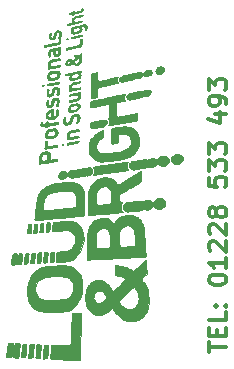
<source format=gbr>
G04 #@! TF.GenerationSoftware,KiCad,Pcbnew,(5.1.7)-1*
G04 #@! TF.CreationDate,2022-02-27T16:52:08+00:00*
G04 #@! TF.ProjectId,LBKEY,4c424b45-592e-46b6-9963-61645f706362,rev?*
G04 #@! TF.SameCoordinates,Original*
G04 #@! TF.FileFunction,Legend,Top*
G04 #@! TF.FilePolarity,Positive*
%FSLAX46Y46*%
G04 Gerber Fmt 4.6, Leading zero omitted, Abs format (unit mm)*
G04 Created by KiCad (PCBNEW (5.1.7)-1) date 2022-02-27 16:52:08*
%MOMM*%
%LPD*%
G01*
G04 APERTURE LIST*
%ADD10C,0.375000*%
%ADD11C,0.010000*%
G04 APERTURE END LIST*
D10*
X98168571Y-50372857D02*
X98168571Y-49515714D01*
X99668571Y-49944285D02*
X98168571Y-49944285D01*
X98882857Y-49015714D02*
X98882857Y-48515714D01*
X99668571Y-48301428D02*
X99668571Y-49015714D01*
X98168571Y-49015714D01*
X98168571Y-48301428D01*
X99668571Y-46944285D02*
X99668571Y-47658571D01*
X98168571Y-47658571D01*
X99525714Y-46444285D02*
X99597142Y-46372857D01*
X99668571Y-46444285D01*
X99597142Y-46515714D01*
X99525714Y-46444285D01*
X99668571Y-46444285D01*
X98740000Y-46444285D02*
X98811428Y-46372857D01*
X98882857Y-46444285D01*
X98811428Y-46515714D01*
X98740000Y-46444285D01*
X98882857Y-46444285D01*
X98168571Y-44301428D02*
X98168571Y-44158571D01*
X98240000Y-44015714D01*
X98311428Y-43944285D01*
X98454285Y-43872857D01*
X98740000Y-43801428D01*
X99097142Y-43801428D01*
X99382857Y-43872857D01*
X99525714Y-43944285D01*
X99597142Y-44015714D01*
X99668571Y-44158571D01*
X99668571Y-44301428D01*
X99597142Y-44444285D01*
X99525714Y-44515714D01*
X99382857Y-44587142D01*
X99097142Y-44658571D01*
X98740000Y-44658571D01*
X98454285Y-44587142D01*
X98311428Y-44515714D01*
X98240000Y-44444285D01*
X98168571Y-44301428D01*
X99668571Y-42372857D02*
X99668571Y-43230000D01*
X99668571Y-42801428D02*
X98168571Y-42801428D01*
X98382857Y-42944285D01*
X98525714Y-43087142D01*
X98597142Y-43230000D01*
X98311428Y-41801428D02*
X98240000Y-41730000D01*
X98168571Y-41587142D01*
X98168571Y-41230000D01*
X98240000Y-41087142D01*
X98311428Y-41015714D01*
X98454285Y-40944285D01*
X98597142Y-40944285D01*
X98811428Y-41015714D01*
X99668571Y-41872857D01*
X99668571Y-40944285D01*
X98311428Y-40372857D02*
X98240000Y-40301428D01*
X98168571Y-40158571D01*
X98168571Y-39801428D01*
X98240000Y-39658571D01*
X98311428Y-39587142D01*
X98454285Y-39515714D01*
X98597142Y-39515714D01*
X98811428Y-39587142D01*
X99668571Y-40444285D01*
X99668571Y-39515714D01*
X98811428Y-38658571D02*
X98740000Y-38801428D01*
X98668571Y-38872857D01*
X98525714Y-38944285D01*
X98454285Y-38944285D01*
X98311428Y-38872857D01*
X98240000Y-38801428D01*
X98168571Y-38658571D01*
X98168571Y-38372857D01*
X98240000Y-38230000D01*
X98311428Y-38158571D01*
X98454285Y-38087142D01*
X98525714Y-38087142D01*
X98668571Y-38158571D01*
X98740000Y-38230000D01*
X98811428Y-38372857D01*
X98811428Y-38658571D01*
X98882857Y-38801428D01*
X98954285Y-38872857D01*
X99097142Y-38944285D01*
X99382857Y-38944285D01*
X99525714Y-38872857D01*
X99597142Y-38801428D01*
X99668571Y-38658571D01*
X99668571Y-38372857D01*
X99597142Y-38230000D01*
X99525714Y-38158571D01*
X99382857Y-38087142D01*
X99097142Y-38087142D01*
X98954285Y-38158571D01*
X98882857Y-38230000D01*
X98811428Y-38372857D01*
X98168571Y-35587142D02*
X98168571Y-36301428D01*
X98882857Y-36372857D01*
X98811428Y-36301428D01*
X98740000Y-36158571D01*
X98740000Y-35801428D01*
X98811428Y-35658571D01*
X98882857Y-35587142D01*
X99025714Y-35515714D01*
X99382857Y-35515714D01*
X99525714Y-35587142D01*
X99597142Y-35658571D01*
X99668571Y-35801428D01*
X99668571Y-36158571D01*
X99597142Y-36301428D01*
X99525714Y-36372857D01*
X98168571Y-35015714D02*
X98168571Y-34087142D01*
X98740000Y-34587142D01*
X98740000Y-34372857D01*
X98811428Y-34230000D01*
X98882857Y-34158571D01*
X99025714Y-34087142D01*
X99382857Y-34087142D01*
X99525714Y-34158571D01*
X99597142Y-34230000D01*
X99668571Y-34372857D01*
X99668571Y-34801428D01*
X99597142Y-34944285D01*
X99525714Y-35015714D01*
X98168571Y-33587142D02*
X98168571Y-32658571D01*
X98740000Y-33158571D01*
X98740000Y-32944285D01*
X98811428Y-32801428D01*
X98882857Y-32730000D01*
X99025714Y-32658571D01*
X99382857Y-32658571D01*
X99525714Y-32730000D01*
X99597142Y-32801428D01*
X99668571Y-32944285D01*
X99668571Y-33372857D01*
X99597142Y-33515714D01*
X99525714Y-33587142D01*
X98668571Y-30230000D02*
X99668571Y-30230000D01*
X98097142Y-30587142D02*
X99168571Y-30944285D01*
X99168571Y-30015714D01*
X99668571Y-29372857D02*
X99668571Y-29087142D01*
X99597142Y-28944285D01*
X99525714Y-28872857D01*
X99311428Y-28730000D01*
X99025714Y-28658571D01*
X98454285Y-28658571D01*
X98311428Y-28730000D01*
X98240000Y-28801428D01*
X98168571Y-28944285D01*
X98168571Y-29230000D01*
X98240000Y-29372857D01*
X98311428Y-29444285D01*
X98454285Y-29515714D01*
X98811428Y-29515714D01*
X98954285Y-29444285D01*
X99025714Y-29372857D01*
X99097142Y-29230000D01*
X99097142Y-28944285D01*
X99025714Y-28801428D01*
X98954285Y-28730000D01*
X98811428Y-28658571D01*
X98168571Y-28158571D02*
X98168571Y-27230000D01*
X98740000Y-27730000D01*
X98740000Y-27515714D01*
X98811428Y-27372857D01*
X98882857Y-27301428D01*
X99025714Y-27230000D01*
X99382857Y-27230000D01*
X99525714Y-27301428D01*
X99597142Y-27372857D01*
X99668571Y-27515714D01*
X99668571Y-27944285D01*
X99597142Y-28087142D01*
X99525714Y-28158571D01*
D11*
G36*
X95010638Y-33887040D02*
G01*
X95017211Y-33873579D01*
X95067827Y-33797636D01*
X95137128Y-33722320D01*
X95212125Y-33659143D01*
X95279831Y-33619615D01*
X95312297Y-33612033D01*
X95368441Y-33600326D01*
X95408136Y-33583490D01*
X95473509Y-33570587D01*
X95567533Y-33578500D01*
X95674167Y-33603785D01*
X95777369Y-33642997D01*
X95836927Y-33675552D01*
X95935147Y-33766401D01*
X95992932Y-33879700D01*
X96007785Y-34004668D01*
X95977211Y-34130525D01*
X95952956Y-34176677D01*
X95853248Y-34297035D01*
X95728987Y-34383273D01*
X95589485Y-34434479D01*
X95444057Y-34449740D01*
X95302014Y-34428145D01*
X95172672Y-34368782D01*
X95065342Y-34270739D01*
X95060182Y-34264100D01*
X94993474Y-34141103D01*
X94976848Y-34014412D01*
X95010638Y-33887040D01*
G37*
X95010638Y-33887040D02*
X95017211Y-33873579D01*
X95067827Y-33797636D01*
X95137128Y-33722320D01*
X95212125Y-33659143D01*
X95279831Y-33619615D01*
X95312297Y-33612033D01*
X95368441Y-33600326D01*
X95408136Y-33583490D01*
X95473509Y-33570587D01*
X95567533Y-33578500D01*
X95674167Y-33603785D01*
X95777369Y-33642997D01*
X95836927Y-33675552D01*
X95935147Y-33766401D01*
X95992932Y-33879700D01*
X96007785Y-34004668D01*
X95977211Y-34130525D01*
X95952956Y-34176677D01*
X95853248Y-34297035D01*
X95728987Y-34383273D01*
X95589485Y-34434479D01*
X95444057Y-34449740D01*
X95302014Y-34428145D01*
X95172672Y-34368782D01*
X95065342Y-34270739D01*
X95060182Y-34264100D01*
X94993474Y-34141103D01*
X94976848Y-34014412D01*
X95010638Y-33887040D01*
G36*
X91412527Y-34477692D02*
G01*
X91445437Y-34381328D01*
X91491053Y-34311247D01*
X91562668Y-34250963D01*
X91628543Y-34209757D01*
X91704142Y-34172440D01*
X91782191Y-34152841D01*
X91884110Y-34146174D01*
X91914095Y-34145966D01*
X92018513Y-34141061D01*
X92115184Y-34128275D01*
X92176535Y-34112521D01*
X92266468Y-34092713D01*
X92351261Y-34093812D01*
X92436818Y-34094811D01*
X92529817Y-34077618D01*
X92541952Y-34073750D01*
X92660917Y-34051351D01*
X92821561Y-34051951D01*
X92833804Y-34052800D01*
X92937824Y-34058214D01*
X93008413Y-34054352D01*
X93062542Y-34038677D01*
X93113484Y-34010962D01*
X93196659Y-33976859D01*
X93303022Y-33957037D01*
X93416170Y-33951862D01*
X93519697Y-33961699D01*
X93597200Y-33986915D01*
X93615509Y-33999770D01*
X93694932Y-34041500D01*
X93780776Y-34038661D01*
X93858608Y-33993062D01*
X93882007Y-33966365D01*
X93987850Y-33862112D01*
X94128662Y-33790659D01*
X94225940Y-33763669D01*
X94375012Y-33751809D01*
X94509884Y-33778322D01*
X94624784Y-33837104D01*
X94713939Y-33922052D01*
X94771578Y-34027062D01*
X94791926Y-34146032D01*
X94769214Y-34272857D01*
X94750079Y-34317857D01*
X94665517Y-34434900D01*
X94542504Y-34529583D01*
X94393209Y-34593400D01*
X94306408Y-34616193D01*
X94243493Y-34622518D01*
X94180264Y-34612447D01*
X94118205Y-34594217D01*
X94030879Y-34558355D01*
X93955531Y-34513404D01*
X93928804Y-34490452D01*
X93886022Y-34450033D01*
X93850744Y-34442707D01*
X93798327Y-34464535D01*
X93790758Y-34468392D01*
X93722067Y-34507908D01*
X93638808Y-34561577D01*
X93601314Y-34587558D01*
X93549013Y-34623170D01*
X93503771Y-34645786D01*
X93452218Y-34658108D01*
X93380980Y-34662836D01*
X93276687Y-34662673D01*
X93232793Y-34662007D01*
X93107852Y-34661619D01*
X93023289Y-34666117D01*
X92968756Y-34676786D01*
X92933909Y-34694909D01*
X92928058Y-34699842D01*
X92881495Y-34724230D01*
X92799507Y-34741873D01*
X92675067Y-34754180D01*
X92648230Y-34755900D01*
X92537941Y-34765503D01*
X92441885Y-34779209D01*
X92375141Y-34794657D01*
X92359289Y-34801199D01*
X92305749Y-34817429D01*
X92220609Y-34829051D01*
X92130460Y-34833354D01*
X92020574Y-34839726D01*
X91932087Y-34855813D01*
X91893604Y-34870591D01*
X91784504Y-34905963D01*
X91669378Y-34898730D01*
X91560800Y-34853614D01*
X91471347Y-34775336D01*
X91422738Y-34693808D01*
X91398154Y-34619410D01*
X91396192Y-34553476D01*
X91412527Y-34477692D01*
G37*
X91412527Y-34477692D02*
X91445437Y-34381328D01*
X91491053Y-34311247D01*
X91562668Y-34250963D01*
X91628543Y-34209757D01*
X91704142Y-34172440D01*
X91782191Y-34152841D01*
X91884110Y-34146174D01*
X91914095Y-34145966D01*
X92018513Y-34141061D01*
X92115184Y-34128275D01*
X92176535Y-34112521D01*
X92266468Y-34092713D01*
X92351261Y-34093812D01*
X92436818Y-34094811D01*
X92529817Y-34077618D01*
X92541952Y-34073750D01*
X92660917Y-34051351D01*
X92821561Y-34051951D01*
X92833804Y-34052800D01*
X92937824Y-34058214D01*
X93008413Y-34054352D01*
X93062542Y-34038677D01*
X93113484Y-34010962D01*
X93196659Y-33976859D01*
X93303022Y-33957037D01*
X93416170Y-33951862D01*
X93519697Y-33961699D01*
X93597200Y-33986915D01*
X93615509Y-33999770D01*
X93694932Y-34041500D01*
X93780776Y-34038661D01*
X93858608Y-33993062D01*
X93882007Y-33966365D01*
X93987850Y-33862112D01*
X94128662Y-33790659D01*
X94225940Y-33763669D01*
X94375012Y-33751809D01*
X94509884Y-33778322D01*
X94624784Y-33837104D01*
X94713939Y-33922052D01*
X94771578Y-34027062D01*
X94791926Y-34146032D01*
X94769214Y-34272857D01*
X94750079Y-34317857D01*
X94665517Y-34434900D01*
X94542504Y-34529583D01*
X94393209Y-34593400D01*
X94306408Y-34616193D01*
X94243493Y-34622518D01*
X94180264Y-34612447D01*
X94118205Y-34594217D01*
X94030879Y-34558355D01*
X93955531Y-34513404D01*
X93928804Y-34490452D01*
X93886022Y-34450033D01*
X93850744Y-34442707D01*
X93798327Y-34464535D01*
X93790758Y-34468392D01*
X93722067Y-34507908D01*
X93638808Y-34561577D01*
X93601314Y-34587558D01*
X93549013Y-34623170D01*
X93503771Y-34645786D01*
X93452218Y-34658108D01*
X93380980Y-34662836D01*
X93276687Y-34662673D01*
X93232793Y-34662007D01*
X93107852Y-34661619D01*
X93023289Y-34666117D01*
X92968756Y-34676786D01*
X92933909Y-34694909D01*
X92928058Y-34699842D01*
X92881495Y-34724230D01*
X92799507Y-34741873D01*
X92675067Y-34754180D01*
X92648230Y-34755900D01*
X92537941Y-34765503D01*
X92441885Y-34779209D01*
X92375141Y-34794657D01*
X92359289Y-34801199D01*
X92305749Y-34817429D01*
X92220609Y-34829051D01*
X92130460Y-34833354D01*
X92020574Y-34839726D01*
X91932087Y-34855813D01*
X91893604Y-34870591D01*
X91784504Y-34905963D01*
X91669378Y-34898730D01*
X91560800Y-34853614D01*
X91471347Y-34775336D01*
X91422738Y-34693808D01*
X91398154Y-34619410D01*
X91396192Y-34553476D01*
X91412527Y-34477692D01*
G36*
X90920923Y-38015567D02*
G01*
X90941935Y-37921242D01*
X90965199Y-37870791D01*
X91065357Y-37747562D01*
X91181384Y-37671370D01*
X91319228Y-37639378D01*
X91442954Y-37642961D01*
X91547771Y-37649064D01*
X91612025Y-37637679D01*
X91628347Y-37627830D01*
X91669058Y-37612591D01*
X91748452Y-37597005D01*
X91854418Y-37583115D01*
X91939157Y-37575402D01*
X92060526Y-37565354D01*
X92170765Y-37554554D01*
X92255104Y-37544534D01*
X92290193Y-37538936D01*
X92373705Y-37537857D01*
X92475419Y-37559273D01*
X92489721Y-37563908D01*
X92564299Y-37586977D01*
X92612702Y-37591252D01*
X92656332Y-37575885D01*
X92690629Y-37555967D01*
X92845583Y-37484624D01*
X92995208Y-37461044D01*
X93135130Y-37484856D01*
X93260973Y-37555693D01*
X93317427Y-37608827D01*
X93379150Y-37668645D01*
X93426181Y-37692596D01*
X93462781Y-37690370D01*
X93514437Y-37657501D01*
X93534984Y-37624710D01*
X93559940Y-37581897D01*
X93610297Y-37517225D01*
X93675256Y-37444540D01*
X93676610Y-37443121D01*
X93802398Y-37311432D01*
X93990730Y-37314531D01*
X94092434Y-37318272D01*
X94161355Y-37328930D01*
X94215535Y-37351780D01*
X94273017Y-37392101D01*
X94283141Y-37400062D01*
X94390543Y-37510208D01*
X94458623Y-37634827D01*
X94484834Y-37765084D01*
X94466629Y-37892146D01*
X94441437Y-37949280D01*
X94338585Y-38099097D01*
X94220630Y-38201603D01*
X94084334Y-38258936D01*
X93949794Y-38273741D01*
X93879428Y-38271978D01*
X93828239Y-38262720D01*
X93782614Y-38238773D01*
X93728939Y-38192946D01*
X93653602Y-38118047D01*
X93651987Y-38116412D01*
X93577541Y-38045336D01*
X93512648Y-37991101D01*
X93467901Y-37962284D01*
X93458528Y-37959780D01*
X93422496Y-37979738D01*
X93376944Y-38030060D01*
X93358247Y-38057233D01*
X93258926Y-38183341D01*
X93146766Y-38263601D01*
X93015329Y-38302609D01*
X93014552Y-38302717D01*
X92936495Y-38309965D01*
X92878863Y-38309003D01*
X92862640Y-38304798D01*
X92824058Y-38291103D01*
X92755838Y-38274538D01*
X92722645Y-38267907D01*
X92639905Y-38258174D01*
X92578121Y-38269926D01*
X92523899Y-38298745D01*
X92446205Y-38329785D01*
X92322120Y-38356122D01*
X92155936Y-38377196D01*
X91951944Y-38392449D01*
X91741051Y-38400701D01*
X91628262Y-38407829D01*
X91518328Y-38421862D01*
X91437754Y-38439078D01*
X91300333Y-38464054D01*
X91180573Y-38447961D01*
X91069829Y-38387845D01*
X90959455Y-38280751D01*
X90953287Y-38273514D01*
X90926045Y-38210425D01*
X90915441Y-38118202D01*
X90920923Y-38015567D01*
G37*
X90920923Y-38015567D02*
X90941935Y-37921242D01*
X90965199Y-37870791D01*
X91065357Y-37747562D01*
X91181384Y-37671370D01*
X91319228Y-37639378D01*
X91442954Y-37642961D01*
X91547771Y-37649064D01*
X91612025Y-37637679D01*
X91628347Y-37627830D01*
X91669058Y-37612591D01*
X91748452Y-37597005D01*
X91854418Y-37583115D01*
X91939157Y-37575402D01*
X92060526Y-37565354D01*
X92170765Y-37554554D01*
X92255104Y-37544534D01*
X92290193Y-37538936D01*
X92373705Y-37537857D01*
X92475419Y-37559273D01*
X92489721Y-37563908D01*
X92564299Y-37586977D01*
X92612702Y-37591252D01*
X92656332Y-37575885D01*
X92690629Y-37555967D01*
X92845583Y-37484624D01*
X92995208Y-37461044D01*
X93135130Y-37484856D01*
X93260973Y-37555693D01*
X93317427Y-37608827D01*
X93379150Y-37668645D01*
X93426181Y-37692596D01*
X93462781Y-37690370D01*
X93514437Y-37657501D01*
X93534984Y-37624710D01*
X93559940Y-37581897D01*
X93610297Y-37517225D01*
X93675256Y-37444540D01*
X93676610Y-37443121D01*
X93802398Y-37311432D01*
X93990730Y-37314531D01*
X94092434Y-37318272D01*
X94161355Y-37328930D01*
X94215535Y-37351780D01*
X94273017Y-37392101D01*
X94283141Y-37400062D01*
X94390543Y-37510208D01*
X94458623Y-37634827D01*
X94484834Y-37765084D01*
X94466629Y-37892146D01*
X94441437Y-37949280D01*
X94338585Y-38099097D01*
X94220630Y-38201603D01*
X94084334Y-38258936D01*
X93949794Y-38273741D01*
X93879428Y-38271978D01*
X93828239Y-38262720D01*
X93782614Y-38238773D01*
X93728939Y-38192946D01*
X93653602Y-38118047D01*
X93651987Y-38116412D01*
X93577541Y-38045336D01*
X93512648Y-37991101D01*
X93467901Y-37962284D01*
X93458528Y-37959780D01*
X93422496Y-37979738D01*
X93376944Y-38030060D01*
X93358247Y-38057233D01*
X93258926Y-38183341D01*
X93146766Y-38263601D01*
X93015329Y-38302609D01*
X93014552Y-38302717D01*
X92936495Y-38309965D01*
X92878863Y-38309003D01*
X92862640Y-38304798D01*
X92824058Y-38291103D01*
X92755838Y-38274538D01*
X92722645Y-38267907D01*
X92639905Y-38258174D01*
X92578121Y-38269926D01*
X92523899Y-38298745D01*
X92446205Y-38329785D01*
X92322120Y-38356122D01*
X92155936Y-38377196D01*
X91951944Y-38392449D01*
X91741051Y-38400701D01*
X91628262Y-38407829D01*
X91518328Y-38421862D01*
X91437754Y-38439078D01*
X91300333Y-38464054D01*
X91180573Y-38447961D01*
X91069829Y-38387845D01*
X90959455Y-38280751D01*
X90953287Y-38273514D01*
X90926045Y-38210425D01*
X90915441Y-38118202D01*
X90920923Y-38015567D01*
G36*
X93670399Y-26464294D02*
G01*
X93730880Y-26352783D01*
X93785767Y-26276745D01*
X93836950Y-26231929D01*
X93903334Y-26204004D01*
X93940640Y-26193778D01*
X94094468Y-26173840D01*
X94227755Y-26195762D01*
X94335156Y-26258646D01*
X94337097Y-26260401D01*
X94405541Y-26352112D01*
X94425027Y-26455039D01*
X94394618Y-26564208D01*
X94394409Y-26564623D01*
X94314162Y-26671044D01*
X94193801Y-26759604D01*
X94081604Y-26810232D01*
X93963560Y-26843489D01*
X93873905Y-26845428D01*
X93799402Y-26813944D01*
X93734020Y-26754912D01*
X93668693Y-26661799D01*
X93647508Y-26567731D01*
X93670399Y-26464294D01*
G37*
X93670399Y-26464294D02*
X93730880Y-26352783D01*
X93785767Y-26276745D01*
X93836950Y-26231929D01*
X93903334Y-26204004D01*
X93940640Y-26193778D01*
X94094468Y-26173840D01*
X94227755Y-26195762D01*
X94335156Y-26258646D01*
X94337097Y-26260401D01*
X94405541Y-26352112D01*
X94425027Y-26455039D01*
X94394618Y-26564208D01*
X94394409Y-26564623D01*
X94314162Y-26671044D01*
X94193801Y-26759604D01*
X94081604Y-26810232D01*
X93963560Y-26843489D01*
X93873905Y-26845428D01*
X93799402Y-26813944D01*
X93734020Y-26754912D01*
X93668693Y-26661799D01*
X93647508Y-26567731D01*
X93670399Y-26464294D01*
G36*
X90563475Y-27195434D02*
G01*
X90596671Y-27135313D01*
X90706868Y-27033856D01*
X90849714Y-26964239D01*
X90976768Y-26935756D01*
X91085269Y-26916015D01*
X91197020Y-26885949D01*
X91239840Y-26870967D01*
X91328903Y-26842529D01*
X91413645Y-26825464D01*
X91443243Y-26823287D01*
X91527179Y-26810690D01*
X91599008Y-26784502D01*
X91681278Y-26759413D01*
X91792388Y-26749920D01*
X91818808Y-26750246D01*
X91927663Y-26746146D01*
X92010301Y-26722848D01*
X92052841Y-26700042D01*
X92132768Y-26666424D01*
X92229505Y-26647628D01*
X92326543Y-26644331D01*
X92407375Y-26657212D01*
X92452963Y-26683604D01*
X92513497Y-26721970D01*
X92591546Y-26713213D01*
X92686192Y-26657601D01*
X92758068Y-26594615D01*
X92888585Y-26467488D01*
X93060436Y-26467488D01*
X93157888Y-26470108D01*
X93219879Y-26480558D01*
X93261646Y-26502727D01*
X93284648Y-26524695D01*
X93341342Y-26608003D01*
X93351373Y-26690226D01*
X93324953Y-26768799D01*
X93251351Y-26865844D01*
X93145072Y-26939336D01*
X93019852Y-26985073D01*
X92889427Y-26998848D01*
X92767534Y-26976458D01*
X92719985Y-26953972D01*
X92657813Y-26920107D01*
X92613778Y-26901168D01*
X92606354Y-26899720D01*
X92578657Y-26916812D01*
X92528444Y-26961258D01*
X92476526Y-27013194D01*
X92398102Y-27086055D01*
X92323319Y-27129046D01*
X92232862Y-27154802D01*
X92146982Y-27167971D01*
X92075172Y-27170954D01*
X92047576Y-27167138D01*
X91994754Y-27168960D01*
X91912568Y-27193113D01*
X91850359Y-27218922D01*
X91737868Y-27261412D01*
X91611002Y-27296351D01*
X91541994Y-27309409D01*
X91449634Y-27325383D01*
X91372610Y-27343689D01*
X91333906Y-27357559D01*
X91275174Y-27375761D01*
X91202432Y-27383633D01*
X91130343Y-27392732D01*
X91036879Y-27415157D01*
X90978288Y-27433654D01*
X90866404Y-27468628D01*
X90784402Y-27480903D01*
X90716819Y-27470790D01*
X90651017Y-27440234D01*
X90582521Y-27374824D01*
X90552451Y-27288233D01*
X90563475Y-27195434D01*
G37*
X90563475Y-27195434D02*
X90596671Y-27135313D01*
X90706868Y-27033856D01*
X90849714Y-26964239D01*
X90976768Y-26935756D01*
X91085269Y-26916015D01*
X91197020Y-26885949D01*
X91239840Y-26870967D01*
X91328903Y-26842529D01*
X91413645Y-26825464D01*
X91443243Y-26823287D01*
X91527179Y-26810690D01*
X91599008Y-26784502D01*
X91681278Y-26759413D01*
X91792388Y-26749920D01*
X91818808Y-26750246D01*
X91927663Y-26746146D01*
X92010301Y-26722848D01*
X92052841Y-26700042D01*
X92132768Y-26666424D01*
X92229505Y-26647628D01*
X92326543Y-26644331D01*
X92407375Y-26657212D01*
X92452963Y-26683604D01*
X92513497Y-26721970D01*
X92591546Y-26713213D01*
X92686192Y-26657601D01*
X92758068Y-26594615D01*
X92888585Y-26467488D01*
X93060436Y-26467488D01*
X93157888Y-26470108D01*
X93219879Y-26480558D01*
X93261646Y-26502727D01*
X93284648Y-26524695D01*
X93341342Y-26608003D01*
X93351373Y-26690226D01*
X93324953Y-26768799D01*
X93251351Y-26865844D01*
X93145072Y-26939336D01*
X93019852Y-26985073D01*
X92889427Y-26998848D01*
X92767534Y-26976458D01*
X92719985Y-26953972D01*
X92657813Y-26920107D01*
X92613778Y-26901168D01*
X92606354Y-26899720D01*
X92578657Y-26916812D01*
X92528444Y-26961258D01*
X92476526Y-27013194D01*
X92398102Y-27086055D01*
X92323319Y-27129046D01*
X92232862Y-27154802D01*
X92146982Y-27167971D01*
X92075172Y-27170954D01*
X92047576Y-27167138D01*
X91994754Y-27168960D01*
X91912568Y-27193113D01*
X91850359Y-27218922D01*
X91737868Y-27261412D01*
X91611002Y-27296351D01*
X91541994Y-27309409D01*
X91449634Y-27325383D01*
X91372610Y-27343689D01*
X91333906Y-27357559D01*
X91275174Y-27375761D01*
X91202432Y-27383633D01*
X91130343Y-27392732D01*
X91036879Y-27415157D01*
X90978288Y-27433654D01*
X90866404Y-27468628D01*
X90784402Y-27480903D01*
X90716819Y-27470790D01*
X90651017Y-27440234D01*
X90582521Y-27374824D01*
X90552451Y-27288233D01*
X90563475Y-27195434D01*
G36*
X91215651Y-28588053D02*
G01*
X91301909Y-28492324D01*
X91420762Y-28428211D01*
X91565572Y-28400555D01*
X91595032Y-28399820D01*
X91691558Y-28392261D01*
X91764036Y-28372165D01*
X91780686Y-28362491D01*
X91835360Y-28339806D01*
X91915748Y-28326101D01*
X91952206Y-28324353D01*
X92057561Y-28311599D01*
X92166772Y-28280442D01*
X92192048Y-28269936D01*
X92278083Y-28237569D01*
X92359435Y-28226785D01*
X92457032Y-28232994D01*
X92546592Y-28240047D01*
X92606419Y-28233577D01*
X92656675Y-28209866D01*
X92683334Y-28191257D01*
X92735088Y-28159599D01*
X92793796Y-28141701D01*
X92875770Y-28134030D01*
X92953090Y-28132853D01*
X93052647Y-28134330D01*
X93115966Y-28141511D01*
X93157637Y-28158524D01*
X93192249Y-28189499D01*
X93205214Y-28204191D01*
X93256842Y-28288433D01*
X93262928Y-28372955D01*
X93222661Y-28464000D01*
X93161637Y-28540228D01*
X93098314Y-28601077D01*
X93041481Y-28642386D01*
X93010280Y-28654075D01*
X92952199Y-28664458D01*
X92899179Y-28683547D01*
X92837241Y-28699837D01*
X92762728Y-28690743D01*
X92730294Y-28681800D01*
X92657658Y-28664411D01*
X92612354Y-28668124D01*
X92584022Y-28685695D01*
X92495934Y-28738147D01*
X92375346Y-28781685D01*
X92240530Y-28810217D01*
X92195213Y-28815372D01*
X92098994Y-28829790D01*
X92011033Y-28852949D01*
X91974003Y-28868058D01*
X91898497Y-28893464D01*
X91805763Y-28907411D01*
X91779189Y-28908329D01*
X91687435Y-28917585D01*
X91602358Y-28940654D01*
X91583098Y-28949260D01*
X91481459Y-28979549D01*
X91379102Y-28973247D01*
X91286425Y-28936341D01*
X91213826Y-28874820D01*
X91171703Y-28794672D01*
X91168629Y-28710562D01*
X91215651Y-28588053D01*
G37*
X91215651Y-28588053D02*
X91301909Y-28492324D01*
X91420762Y-28428211D01*
X91565572Y-28400555D01*
X91595032Y-28399820D01*
X91691558Y-28392261D01*
X91764036Y-28372165D01*
X91780686Y-28362491D01*
X91835360Y-28339806D01*
X91915748Y-28326101D01*
X91952206Y-28324353D01*
X92057561Y-28311599D01*
X92166772Y-28280442D01*
X92192048Y-28269936D01*
X92278083Y-28237569D01*
X92359435Y-28226785D01*
X92457032Y-28232994D01*
X92546592Y-28240047D01*
X92606419Y-28233577D01*
X92656675Y-28209866D01*
X92683334Y-28191257D01*
X92735088Y-28159599D01*
X92793796Y-28141701D01*
X92875770Y-28134030D01*
X92953090Y-28132853D01*
X93052647Y-28134330D01*
X93115966Y-28141511D01*
X93157637Y-28158524D01*
X93192249Y-28189499D01*
X93205214Y-28204191D01*
X93256842Y-28288433D01*
X93262928Y-28372955D01*
X93222661Y-28464000D01*
X93161637Y-28540228D01*
X93098314Y-28601077D01*
X93041481Y-28642386D01*
X93010280Y-28654075D01*
X92952199Y-28664458D01*
X92899179Y-28683547D01*
X92837241Y-28699837D01*
X92762728Y-28690743D01*
X92730294Y-28681800D01*
X92657658Y-28664411D01*
X92612354Y-28668124D01*
X92584022Y-28685695D01*
X92495934Y-28738147D01*
X92375346Y-28781685D01*
X92240530Y-28810217D01*
X92195213Y-28815372D01*
X92098994Y-28829790D01*
X92011033Y-28852949D01*
X91974003Y-28868058D01*
X91898497Y-28893464D01*
X91805763Y-28907411D01*
X91779189Y-28908329D01*
X91687435Y-28917585D01*
X91602358Y-28940654D01*
X91583098Y-28949260D01*
X91481459Y-28979549D01*
X91379102Y-28973247D01*
X91286425Y-28936341D01*
X91213826Y-28874820D01*
X91171703Y-28794672D01*
X91168629Y-28710562D01*
X91215651Y-28588053D01*
G36*
X87739730Y-45529026D02*
G01*
X87747072Y-45370999D01*
X87761398Y-45242606D01*
X87784654Y-45133287D01*
X87818783Y-45032480D01*
X87865731Y-44929624D01*
X87894429Y-44874483D01*
X87929537Y-44810114D01*
X87958629Y-44762924D01*
X87992908Y-44717387D01*
X88043573Y-44657978D01*
X88082800Y-44613407D01*
X88244703Y-44467605D01*
X88440838Y-44355771D01*
X88664514Y-44281687D01*
X88672756Y-44279824D01*
X88778435Y-44258172D01*
X88857642Y-44249336D01*
X88933056Y-44253089D01*
X89027353Y-44269203D01*
X89060331Y-44275920D01*
X89250953Y-44334844D01*
X89420177Y-44430674D01*
X89575263Y-44568398D01*
X89692960Y-44710643D01*
X89739594Y-44771940D01*
X89774387Y-44814544D01*
X89784150Y-44824645D01*
X89805226Y-44852301D01*
X89841554Y-44909338D01*
X89867723Y-44953318D01*
X89939027Y-45061356D01*
X90005615Y-45134295D01*
X90062596Y-45167619D01*
X90095946Y-45163978D01*
X90146173Y-45127373D01*
X90227569Y-45057424D01*
X90341023Y-44953310D01*
X90487423Y-44814211D01*
X90667657Y-44639305D01*
X90731699Y-44576546D01*
X90867139Y-44442416D01*
X90967457Y-44337973D01*
X91034316Y-44257794D01*
X91069378Y-44196457D01*
X91074308Y-44148539D01*
X91050767Y-44108618D01*
X91000420Y-44071272D01*
X90924928Y-44031078D01*
X90902400Y-44019988D01*
X90727335Y-43952807D01*
X90513041Y-43904461D01*
X90485017Y-43899926D01*
X90376794Y-43880717D01*
X90288145Y-43860620D01*
X90230701Y-43842517D01*
X90215602Y-43833178D01*
X90209830Y-43799392D01*
X90205567Y-43726334D01*
X90202782Y-43624718D01*
X90201445Y-43505260D01*
X90201524Y-43378674D01*
X90202989Y-43255675D01*
X90205809Y-43146977D01*
X90209953Y-43063297D01*
X90215389Y-43015348D01*
X90217982Y-43008508D01*
X90249982Y-43004382D01*
X90321532Y-43008540D01*
X90422287Y-43019459D01*
X90541902Y-43035614D01*
X90670030Y-43055480D01*
X90796326Y-43077533D01*
X90910444Y-43100250D01*
X91002040Y-43122105D01*
X91016426Y-43126146D01*
X91102862Y-43154658D01*
X91207325Y-43194089D01*
X91318106Y-43239384D01*
X91423496Y-43285486D01*
X91511784Y-43327340D01*
X91571262Y-43359891D01*
X91588498Y-43373141D01*
X91632008Y-43411330D01*
X91693606Y-43451975D01*
X91755057Y-43484463D01*
X91798126Y-43498179D01*
X91802658Y-43497803D01*
X91828706Y-43479026D01*
X91885351Y-43430565D01*
X91966575Y-43358020D01*
X92066360Y-43266994D01*
X92178688Y-43163087D01*
X92297541Y-43051903D01*
X92416901Y-42939042D01*
X92530750Y-42830107D01*
X92633070Y-42730698D01*
X92717843Y-42646419D01*
X92723838Y-42640344D01*
X92776462Y-42592958D01*
X92814895Y-42569307D01*
X92825230Y-42569618D01*
X92833917Y-42600810D01*
X92844675Y-42673335D01*
X92856686Y-42777760D01*
X92869136Y-42904651D01*
X92881207Y-43044571D01*
X92892083Y-43188088D01*
X92900948Y-43325766D01*
X92906984Y-43448171D01*
X92909356Y-43541727D01*
X92910621Y-43746197D01*
X92707217Y-43945893D01*
X92623374Y-44032400D01*
X92556850Y-44109136D01*
X92514870Y-44167277D01*
X92503814Y-44194226D01*
X92518602Y-44234622D01*
X92558332Y-44303243D01*
X92616052Y-44388709D01*
X92654220Y-44440444D01*
X92768850Y-44604055D01*
X92859746Y-44766502D01*
X92932826Y-44941500D01*
X92994009Y-45142766D01*
X93037873Y-45329596D01*
X93067205Y-45518884D01*
X93083832Y-45740547D01*
X93087792Y-45977732D01*
X93079124Y-46213585D01*
X93057868Y-46431253D01*
X93034994Y-46566287D01*
X93009201Y-46676701D01*
X92981603Y-46775145D01*
X92956818Y-46845762D01*
X92948760Y-46862602D01*
X92921403Y-46919262D01*
X92910621Y-46957149D01*
X92894899Y-46999348D01*
X92853231Y-47068129D01*
X92793858Y-47152435D01*
X92725025Y-47241207D01*
X92654973Y-47323388D01*
X92591946Y-47387919D01*
X92584578Y-47394541D01*
X92475375Y-47480432D01*
X92357756Y-47556273D01*
X92247487Y-47612702D01*
X92175400Y-47637523D01*
X92110528Y-47655088D01*
X92026100Y-47681360D01*
X91995305Y-47691676D01*
X91909717Y-47711986D01*
X91790683Y-47724477D01*
X91631058Y-47729775D01*
X91558108Y-47730032D01*
X91461417Y-47727431D01*
X91461417Y-46693414D01*
X91584038Y-46691651D01*
X91666723Y-46685286D01*
X91720300Y-46672702D01*
X91755597Y-46652282D01*
X91759460Y-46648919D01*
X91806472Y-46615103D01*
X91836042Y-46604425D01*
X91871588Y-46584986D01*
X91926100Y-46533839D01*
X91990567Y-46461739D01*
X92055979Y-46379443D01*
X92113325Y-46297705D01*
X92153594Y-46227282D01*
X92155545Y-46223044D01*
X92210239Y-46050417D01*
X92234587Y-45852409D01*
X92228262Y-45644684D01*
X92190938Y-45442906D01*
X92173020Y-45384005D01*
X92107572Y-45214338D01*
X92036323Y-45073024D01*
X91962739Y-44964489D01*
X91890288Y-44893158D01*
X91822437Y-44863456D01*
X91772833Y-44873171D01*
X91742447Y-44897578D01*
X91681674Y-44952346D01*
X91596268Y-45032069D01*
X91491989Y-45131339D01*
X91374591Y-45244750D01*
X91308819Y-45308941D01*
X91178774Y-45435983D01*
X91051527Y-45559704D01*
X90934731Y-45672705D01*
X90836042Y-45767586D01*
X90763115Y-45836950D01*
X90744173Y-45854686D01*
X90653498Y-45944014D01*
X90601587Y-46014064D01*
X90586735Y-46076346D01*
X90607234Y-46142370D01*
X90661379Y-46223646D01*
X90684969Y-46254042D01*
X90754943Y-46334722D01*
X90837287Y-46417827D01*
X90922149Y-46494762D01*
X90999679Y-46556935D01*
X91060025Y-46595751D01*
X91086627Y-46604425D01*
X91124832Y-46620078D01*
X91163329Y-46648919D01*
X91197052Y-46670494D01*
X91247631Y-46684020D01*
X91325895Y-46691112D01*
X91442672Y-46693388D01*
X91461417Y-46693414D01*
X91461417Y-47727431D01*
X91375930Y-47725130D01*
X91228655Y-47708706D01*
X91100855Y-47676522D01*
X90977107Y-47624339D01*
X90841985Y-47547917D01*
X90800310Y-47521788D01*
X90735720Y-47475317D01*
X90654548Y-47409254D01*
X90565302Y-47331516D01*
X90476490Y-47250021D01*
X90396617Y-47172687D01*
X90334191Y-47107432D01*
X90297719Y-47062173D01*
X90291802Y-47048503D01*
X90277118Y-47019239D01*
X90239489Y-46965203D01*
X90208334Y-46924861D01*
X90153461Y-46850290D01*
X90109050Y-46779584D01*
X90095470Y-46752826D01*
X90048921Y-46691150D01*
X89985934Y-46662380D01*
X89925825Y-46672794D01*
X89887983Y-46700698D01*
X89828383Y-46751199D01*
X89779116Y-46795707D01*
X89610570Y-46932298D01*
X89418034Y-47056291D01*
X89249359Y-47141536D01*
X89179984Y-47168664D01*
X89113417Y-47186155D01*
X89035693Y-47195894D01*
X88932846Y-47199765D01*
X88851145Y-47199834D01*
X88851145Y-46180396D01*
X88948253Y-46177012D01*
X88969999Y-46172101D01*
X89051886Y-46137079D01*
X89146917Y-46078903D01*
X89245333Y-46005906D01*
X89337377Y-45926418D01*
X89413290Y-45848774D01*
X89463313Y-45781304D01*
X89478188Y-45738180D01*
X89464914Y-45680615D01*
X89434704Y-45618295D01*
X89353634Y-45499130D01*
X89266093Y-45386171D01*
X89181557Y-45290617D01*
X89109503Y-45223663D01*
X89087658Y-45208229D01*
X88967561Y-45161951D01*
X88835201Y-45156499D01*
X88707982Y-45191399D01*
X88657309Y-45219965D01*
X88544130Y-45324589D01*
X88465315Y-45454928D01*
X88421894Y-45600724D01*
X88414901Y-45751721D01*
X88445369Y-45897662D01*
X88514328Y-46028290D01*
X88569691Y-46090506D01*
X88640968Y-46132884D01*
X88741751Y-46164267D01*
X88851145Y-46180396D01*
X88851145Y-47199834D01*
X88817127Y-47199864D01*
X88689045Y-47198220D01*
X88597955Y-47193634D01*
X88530000Y-47183430D01*
X88471322Y-47164932D01*
X88408062Y-47135463D01*
X88363908Y-47112341D01*
X88183319Y-46991992D01*
X88032182Y-46837059D01*
X87907763Y-46643889D01*
X87807328Y-46408830D01*
X87783890Y-46337458D01*
X87765917Y-46270610D01*
X87753029Y-46197441D01*
X87744493Y-46108339D01*
X87739578Y-45993690D01*
X87737552Y-45843882D01*
X87737430Y-45727248D01*
X87739730Y-45529026D01*
G37*
X87739730Y-45529026D02*
X87747072Y-45370999D01*
X87761398Y-45242606D01*
X87784654Y-45133287D01*
X87818783Y-45032480D01*
X87865731Y-44929624D01*
X87894429Y-44874483D01*
X87929537Y-44810114D01*
X87958629Y-44762924D01*
X87992908Y-44717387D01*
X88043573Y-44657978D01*
X88082800Y-44613407D01*
X88244703Y-44467605D01*
X88440838Y-44355771D01*
X88664514Y-44281687D01*
X88672756Y-44279824D01*
X88778435Y-44258172D01*
X88857642Y-44249336D01*
X88933056Y-44253089D01*
X89027353Y-44269203D01*
X89060331Y-44275920D01*
X89250953Y-44334844D01*
X89420177Y-44430674D01*
X89575263Y-44568398D01*
X89692960Y-44710643D01*
X89739594Y-44771940D01*
X89774387Y-44814544D01*
X89784150Y-44824645D01*
X89805226Y-44852301D01*
X89841554Y-44909338D01*
X89867723Y-44953318D01*
X89939027Y-45061356D01*
X90005615Y-45134295D01*
X90062596Y-45167619D01*
X90095946Y-45163978D01*
X90146173Y-45127373D01*
X90227569Y-45057424D01*
X90341023Y-44953310D01*
X90487423Y-44814211D01*
X90667657Y-44639305D01*
X90731699Y-44576546D01*
X90867139Y-44442416D01*
X90967457Y-44337973D01*
X91034316Y-44257794D01*
X91069378Y-44196457D01*
X91074308Y-44148539D01*
X91050767Y-44108618D01*
X91000420Y-44071272D01*
X90924928Y-44031078D01*
X90902400Y-44019988D01*
X90727335Y-43952807D01*
X90513041Y-43904461D01*
X90485017Y-43899926D01*
X90376794Y-43880717D01*
X90288145Y-43860620D01*
X90230701Y-43842517D01*
X90215602Y-43833178D01*
X90209830Y-43799392D01*
X90205567Y-43726334D01*
X90202782Y-43624718D01*
X90201445Y-43505260D01*
X90201524Y-43378674D01*
X90202989Y-43255675D01*
X90205809Y-43146977D01*
X90209953Y-43063297D01*
X90215389Y-43015348D01*
X90217982Y-43008508D01*
X90249982Y-43004382D01*
X90321532Y-43008540D01*
X90422287Y-43019459D01*
X90541902Y-43035614D01*
X90670030Y-43055480D01*
X90796326Y-43077533D01*
X90910444Y-43100250D01*
X91002040Y-43122105D01*
X91016426Y-43126146D01*
X91102862Y-43154658D01*
X91207325Y-43194089D01*
X91318106Y-43239384D01*
X91423496Y-43285486D01*
X91511784Y-43327340D01*
X91571262Y-43359891D01*
X91588498Y-43373141D01*
X91632008Y-43411330D01*
X91693606Y-43451975D01*
X91755057Y-43484463D01*
X91798126Y-43498179D01*
X91802658Y-43497803D01*
X91828706Y-43479026D01*
X91885351Y-43430565D01*
X91966575Y-43358020D01*
X92066360Y-43266994D01*
X92178688Y-43163087D01*
X92297541Y-43051903D01*
X92416901Y-42939042D01*
X92530750Y-42830107D01*
X92633070Y-42730698D01*
X92717843Y-42646419D01*
X92723838Y-42640344D01*
X92776462Y-42592958D01*
X92814895Y-42569307D01*
X92825230Y-42569618D01*
X92833917Y-42600810D01*
X92844675Y-42673335D01*
X92856686Y-42777760D01*
X92869136Y-42904651D01*
X92881207Y-43044571D01*
X92892083Y-43188088D01*
X92900948Y-43325766D01*
X92906984Y-43448171D01*
X92909356Y-43541727D01*
X92910621Y-43746197D01*
X92707217Y-43945893D01*
X92623374Y-44032400D01*
X92556850Y-44109136D01*
X92514870Y-44167277D01*
X92503814Y-44194226D01*
X92518602Y-44234622D01*
X92558332Y-44303243D01*
X92616052Y-44388709D01*
X92654220Y-44440444D01*
X92768850Y-44604055D01*
X92859746Y-44766502D01*
X92932826Y-44941500D01*
X92994009Y-45142766D01*
X93037873Y-45329596D01*
X93067205Y-45518884D01*
X93083832Y-45740547D01*
X93087792Y-45977732D01*
X93079124Y-46213585D01*
X93057868Y-46431253D01*
X93034994Y-46566287D01*
X93009201Y-46676701D01*
X92981603Y-46775145D01*
X92956818Y-46845762D01*
X92948760Y-46862602D01*
X92921403Y-46919262D01*
X92910621Y-46957149D01*
X92894899Y-46999348D01*
X92853231Y-47068129D01*
X92793858Y-47152435D01*
X92725025Y-47241207D01*
X92654973Y-47323388D01*
X92591946Y-47387919D01*
X92584578Y-47394541D01*
X92475375Y-47480432D01*
X92357756Y-47556273D01*
X92247487Y-47612702D01*
X92175400Y-47637523D01*
X92110528Y-47655088D01*
X92026100Y-47681360D01*
X91995305Y-47691676D01*
X91909717Y-47711986D01*
X91790683Y-47724477D01*
X91631058Y-47729775D01*
X91558108Y-47730032D01*
X91461417Y-47727431D01*
X91461417Y-46693414D01*
X91584038Y-46691651D01*
X91666723Y-46685286D01*
X91720300Y-46672702D01*
X91755597Y-46652282D01*
X91759460Y-46648919D01*
X91806472Y-46615103D01*
X91836042Y-46604425D01*
X91871588Y-46584986D01*
X91926100Y-46533839D01*
X91990567Y-46461739D01*
X92055979Y-46379443D01*
X92113325Y-46297705D01*
X92153594Y-46227282D01*
X92155545Y-46223044D01*
X92210239Y-46050417D01*
X92234587Y-45852409D01*
X92228262Y-45644684D01*
X92190938Y-45442906D01*
X92173020Y-45384005D01*
X92107572Y-45214338D01*
X92036323Y-45073024D01*
X91962739Y-44964489D01*
X91890288Y-44893158D01*
X91822437Y-44863456D01*
X91772833Y-44873171D01*
X91742447Y-44897578D01*
X91681674Y-44952346D01*
X91596268Y-45032069D01*
X91491989Y-45131339D01*
X91374591Y-45244750D01*
X91308819Y-45308941D01*
X91178774Y-45435983D01*
X91051527Y-45559704D01*
X90934731Y-45672705D01*
X90836042Y-45767586D01*
X90763115Y-45836950D01*
X90744173Y-45854686D01*
X90653498Y-45944014D01*
X90601587Y-46014064D01*
X90586735Y-46076346D01*
X90607234Y-46142370D01*
X90661379Y-46223646D01*
X90684969Y-46254042D01*
X90754943Y-46334722D01*
X90837287Y-46417827D01*
X90922149Y-46494762D01*
X90999679Y-46556935D01*
X91060025Y-46595751D01*
X91086627Y-46604425D01*
X91124832Y-46620078D01*
X91163329Y-46648919D01*
X91197052Y-46670494D01*
X91247631Y-46684020D01*
X91325895Y-46691112D01*
X91442672Y-46693388D01*
X91461417Y-46693414D01*
X91461417Y-47727431D01*
X91375930Y-47725130D01*
X91228655Y-47708706D01*
X91100855Y-47676522D01*
X90977107Y-47624339D01*
X90841985Y-47547917D01*
X90800310Y-47521788D01*
X90735720Y-47475317D01*
X90654548Y-47409254D01*
X90565302Y-47331516D01*
X90476490Y-47250021D01*
X90396617Y-47172687D01*
X90334191Y-47107432D01*
X90297719Y-47062173D01*
X90291802Y-47048503D01*
X90277118Y-47019239D01*
X90239489Y-46965203D01*
X90208334Y-46924861D01*
X90153461Y-46850290D01*
X90109050Y-46779584D01*
X90095470Y-46752826D01*
X90048921Y-46691150D01*
X89985934Y-46662380D01*
X89925825Y-46672794D01*
X89887983Y-46700698D01*
X89828383Y-46751199D01*
X89779116Y-46795707D01*
X89610570Y-46932298D01*
X89418034Y-47056291D01*
X89249359Y-47141536D01*
X89179984Y-47168664D01*
X89113417Y-47186155D01*
X89035693Y-47195894D01*
X88932846Y-47199765D01*
X88851145Y-47199834D01*
X88851145Y-46180396D01*
X88948253Y-46177012D01*
X88969999Y-46172101D01*
X89051886Y-46137079D01*
X89146917Y-46078903D01*
X89245333Y-46005906D01*
X89337377Y-45926418D01*
X89413290Y-45848774D01*
X89463313Y-45781304D01*
X89478188Y-45738180D01*
X89464914Y-45680615D01*
X89434704Y-45618295D01*
X89353634Y-45499130D01*
X89266093Y-45386171D01*
X89181557Y-45290617D01*
X89109503Y-45223663D01*
X89087658Y-45208229D01*
X88967561Y-45161951D01*
X88835201Y-45156499D01*
X88707982Y-45191399D01*
X88657309Y-45219965D01*
X88544130Y-45324589D01*
X88465315Y-45454928D01*
X88421894Y-45600724D01*
X88414901Y-45751721D01*
X88445369Y-45897662D01*
X88514328Y-46028290D01*
X88569691Y-46090506D01*
X88640968Y-46132884D01*
X88741751Y-46164267D01*
X88851145Y-46180396D01*
X88851145Y-47199834D01*
X88817127Y-47199864D01*
X88689045Y-47198220D01*
X88597955Y-47193634D01*
X88530000Y-47183430D01*
X88471322Y-47164932D01*
X88408062Y-47135463D01*
X88363908Y-47112341D01*
X88183319Y-46991992D01*
X88032182Y-46837059D01*
X87907763Y-46643889D01*
X87807328Y-46408830D01*
X87783890Y-46337458D01*
X87765917Y-46270610D01*
X87753029Y-46197441D01*
X87744493Y-46108339D01*
X87739578Y-45993690D01*
X87737552Y-45843882D01*
X87737430Y-45727248D01*
X87739730Y-45529026D01*
G36*
X87845215Y-41938859D02*
G01*
X87848719Y-41720815D01*
X87854192Y-41472607D01*
X87861086Y-41214861D01*
X87868853Y-40968200D01*
X87876305Y-40768651D01*
X87884920Y-40572550D01*
X87893252Y-40418808D01*
X87902238Y-40298946D01*
X87912815Y-40204485D01*
X87925920Y-40126949D01*
X87942490Y-40057858D01*
X87962018Y-39993175D01*
X88018061Y-39835241D01*
X88073439Y-39707159D01*
X88124348Y-39617348D01*
X88141841Y-39594883D01*
X88173628Y-39555436D01*
X88218521Y-39495744D01*
X88229650Y-39480468D01*
X88308307Y-39392537D01*
X88416476Y-39298742D01*
X88536828Y-39213013D01*
X88626436Y-39161495D01*
X88829733Y-39083069D01*
X89073370Y-39031304D01*
X89227038Y-39014205D01*
X89346993Y-39007144D01*
X89432393Y-39009477D01*
X89498879Y-39022448D01*
X89544856Y-39039525D01*
X89708670Y-39115252D01*
X89831906Y-39184126D01*
X89923211Y-39252041D01*
X89991233Y-39324894D01*
X90016841Y-39361308D01*
X90070928Y-39418357D01*
X90132659Y-39445914D01*
X90183485Y-39437695D01*
X90210170Y-39408285D01*
X90251500Y-39350664D01*
X90278226Y-39309536D01*
X90348360Y-39212222D01*
X90434765Y-39113524D01*
X90526074Y-39024590D01*
X90610921Y-38956563D01*
X90673355Y-38922077D01*
X90726075Y-38897831D01*
X90749397Y-38875496D01*
X90749459Y-38874629D01*
X90771532Y-38856058D01*
X90825349Y-38838735D01*
X90832092Y-38837329D01*
X90901090Y-38822790D01*
X90996713Y-38801598D01*
X91080563Y-38782426D01*
X91214720Y-38761864D01*
X91369119Y-38755157D01*
X91532218Y-38761016D01*
X91692477Y-38778153D01*
X91838355Y-38805279D01*
X91958311Y-38841106D01*
X92040803Y-38884347D01*
X92048158Y-38890431D01*
X92092351Y-38919620D01*
X92114226Y-38925946D01*
X92145602Y-38943818D01*
X92200165Y-38990921D01*
X92268467Y-39057491D01*
X92341062Y-39133761D01*
X92408502Y-39209964D01*
X92461340Y-39276335D01*
X92480344Y-39304431D01*
X92541454Y-39417259D01*
X92591947Y-39540262D01*
X92633069Y-39679917D01*
X92666065Y-39842699D01*
X92692181Y-40035083D01*
X92712661Y-40263544D01*
X92728751Y-40534560D01*
X92732495Y-40615676D01*
X92741265Y-40801926D01*
X92751113Y-40988258D01*
X92761335Y-41162846D01*
X92771228Y-41313864D01*
X92780088Y-41429484D01*
X92782466Y-41455776D01*
X92805072Y-41710670D01*
X92819507Y-41916734D01*
X92825803Y-42075320D01*
X92823995Y-42187783D01*
X92814114Y-42255476D01*
X92802612Y-42276786D01*
X92765449Y-42287088D01*
X92680188Y-42297610D01*
X92549580Y-42308145D01*
X92376376Y-42318485D01*
X92163327Y-42328421D01*
X92070218Y-42332135D01*
X91866002Y-42340482D01*
X91659688Y-42349894D01*
X91462365Y-42359793D01*
X91285122Y-42369602D01*
X91139047Y-42378745D01*
X91054564Y-42384986D01*
X90935466Y-42393593D01*
X90800188Y-42401844D01*
X90800188Y-41445508D01*
X90885363Y-41443255D01*
X91003295Y-41437449D01*
X91160250Y-41428278D01*
X91334244Y-41417661D01*
X91509978Y-41406660D01*
X91642154Y-41397339D01*
X91737982Y-41388529D01*
X91804676Y-41379061D01*
X91849446Y-41367768D01*
X91879506Y-41353481D01*
X91902068Y-41335031D01*
X91912735Y-41323940D01*
X91953136Y-41262759D01*
X91960452Y-41189811D01*
X91958255Y-41168250D01*
X91948945Y-41089159D01*
X91937703Y-40987246D01*
X91930817Y-40921842D01*
X91923569Y-40838633D01*
X91914897Y-40719473D01*
X91905805Y-40579202D01*
X91897301Y-40432661D01*
X91895946Y-40407437D01*
X91887945Y-40264298D01*
X91880137Y-40161432D01*
X91870289Y-40088317D01*
X91856168Y-40034434D01*
X91835542Y-39989261D01*
X91806180Y-39942277D01*
X91793169Y-39923082D01*
X91717905Y-39828554D01*
X91630249Y-39754567D01*
X91514830Y-39689349D01*
X91448659Y-39659259D01*
X91367940Y-39628859D01*
X91297586Y-39617033D01*
X91220378Y-39623948D01*
X91119099Y-39649767D01*
X91076312Y-39662822D01*
X90906691Y-39740048D01*
X90766178Y-39853802D01*
X90661176Y-39997507D01*
X90601322Y-40150978D01*
X90590288Y-40224718D01*
X90583432Y-40333772D01*
X90580424Y-40469021D01*
X90580934Y-40621344D01*
X90584632Y-40781622D01*
X90591189Y-40940735D01*
X90600275Y-41089563D01*
X90611559Y-41218985D01*
X90624712Y-41319883D01*
X90639404Y-41383135D01*
X90646379Y-41396824D01*
X90661749Y-41415187D01*
X90678550Y-41429047D01*
X90703046Y-41438594D01*
X90741504Y-41444018D01*
X90800188Y-41445508D01*
X90800188Y-42401844D01*
X90777718Y-42403215D01*
X90593499Y-42413207D01*
X90394982Y-42422925D01*
X90194344Y-42431725D01*
X90101111Y-42435424D01*
X89906871Y-42443399D01*
X89711793Y-42452422D01*
X89527307Y-42461889D01*
X89364845Y-42471197D01*
X89235836Y-42479745D01*
X89185796Y-42483686D01*
X89070441Y-42491653D01*
X88979786Y-42496237D01*
X88979786Y-41568614D01*
X89127351Y-41567667D01*
X89279289Y-41563258D01*
X89426321Y-41555292D01*
X89507859Y-41548807D01*
X89601919Y-41540047D01*
X89674492Y-41529002D01*
X89728160Y-41509633D01*
X89765499Y-41475902D01*
X89789090Y-41421770D01*
X89801512Y-41341200D01*
X89805343Y-41228152D01*
X89803163Y-41076589D01*
X89797551Y-40880471D01*
X89797279Y-40871185D01*
X89791783Y-40703878D01*
X89785604Y-40550628D01*
X89779173Y-40419828D01*
X89772920Y-40319872D01*
X89767275Y-40259152D01*
X89765367Y-40248069D01*
X89725586Y-40159500D01*
X89652859Y-40061817D01*
X89559060Y-39969926D01*
X89518868Y-39938543D01*
X89398159Y-39880737D01*
X89258979Y-39861937D01*
X89112501Y-39879834D01*
X88969896Y-39932116D01*
X88842335Y-40016473D01*
X88767523Y-40093942D01*
X88711295Y-40171133D01*
X88667944Y-40248455D01*
X88635872Y-40333909D01*
X88613483Y-40435497D01*
X88599183Y-40561220D01*
X88591373Y-40719081D01*
X88588458Y-40917082D01*
X88588298Y-40992398D01*
X88589392Y-41189037D01*
X88592806Y-41338485D01*
X88598743Y-41444360D01*
X88607404Y-41510280D01*
X88618809Y-41539680D01*
X88656104Y-41551631D01*
X88734884Y-41560500D01*
X88845870Y-41566193D01*
X88979786Y-41568614D01*
X88979786Y-42496237D01*
X88917863Y-42499369D01*
X88741690Y-42506299D01*
X88555549Y-42511906D01*
X88373069Y-42515655D01*
X88372182Y-42515668D01*
X87838248Y-42523644D01*
X87845215Y-41938859D01*
G37*
X87845215Y-41938859D02*
X87848719Y-41720815D01*
X87854192Y-41472607D01*
X87861086Y-41214861D01*
X87868853Y-40968200D01*
X87876305Y-40768651D01*
X87884920Y-40572550D01*
X87893252Y-40418808D01*
X87902238Y-40298946D01*
X87912815Y-40204485D01*
X87925920Y-40126949D01*
X87942490Y-40057858D01*
X87962018Y-39993175D01*
X88018061Y-39835241D01*
X88073439Y-39707159D01*
X88124348Y-39617348D01*
X88141841Y-39594883D01*
X88173628Y-39555436D01*
X88218521Y-39495744D01*
X88229650Y-39480468D01*
X88308307Y-39392537D01*
X88416476Y-39298742D01*
X88536828Y-39213013D01*
X88626436Y-39161495D01*
X88829733Y-39083069D01*
X89073370Y-39031304D01*
X89227038Y-39014205D01*
X89346993Y-39007144D01*
X89432393Y-39009477D01*
X89498879Y-39022448D01*
X89544856Y-39039525D01*
X89708670Y-39115252D01*
X89831906Y-39184126D01*
X89923211Y-39252041D01*
X89991233Y-39324894D01*
X90016841Y-39361308D01*
X90070928Y-39418357D01*
X90132659Y-39445914D01*
X90183485Y-39437695D01*
X90210170Y-39408285D01*
X90251500Y-39350664D01*
X90278226Y-39309536D01*
X90348360Y-39212222D01*
X90434765Y-39113524D01*
X90526074Y-39024590D01*
X90610921Y-38956563D01*
X90673355Y-38922077D01*
X90726075Y-38897831D01*
X90749397Y-38875496D01*
X90749459Y-38874629D01*
X90771532Y-38856058D01*
X90825349Y-38838735D01*
X90832092Y-38837329D01*
X90901090Y-38822790D01*
X90996713Y-38801598D01*
X91080563Y-38782426D01*
X91214720Y-38761864D01*
X91369119Y-38755157D01*
X91532218Y-38761016D01*
X91692477Y-38778153D01*
X91838355Y-38805279D01*
X91958311Y-38841106D01*
X92040803Y-38884347D01*
X92048158Y-38890431D01*
X92092351Y-38919620D01*
X92114226Y-38925946D01*
X92145602Y-38943818D01*
X92200165Y-38990921D01*
X92268467Y-39057491D01*
X92341062Y-39133761D01*
X92408502Y-39209964D01*
X92461340Y-39276335D01*
X92480344Y-39304431D01*
X92541454Y-39417259D01*
X92591947Y-39540262D01*
X92633069Y-39679917D01*
X92666065Y-39842699D01*
X92692181Y-40035083D01*
X92712661Y-40263544D01*
X92728751Y-40534560D01*
X92732495Y-40615676D01*
X92741265Y-40801926D01*
X92751113Y-40988258D01*
X92761335Y-41162846D01*
X92771228Y-41313864D01*
X92780088Y-41429484D01*
X92782466Y-41455776D01*
X92805072Y-41710670D01*
X92819507Y-41916734D01*
X92825803Y-42075320D01*
X92823995Y-42187783D01*
X92814114Y-42255476D01*
X92802612Y-42276786D01*
X92765449Y-42287088D01*
X92680188Y-42297610D01*
X92549580Y-42308145D01*
X92376376Y-42318485D01*
X92163327Y-42328421D01*
X92070218Y-42332135D01*
X91866002Y-42340482D01*
X91659688Y-42349894D01*
X91462365Y-42359793D01*
X91285122Y-42369602D01*
X91139047Y-42378745D01*
X91054564Y-42384986D01*
X90935466Y-42393593D01*
X90800188Y-42401844D01*
X90800188Y-41445508D01*
X90885363Y-41443255D01*
X91003295Y-41437449D01*
X91160250Y-41428278D01*
X91334244Y-41417661D01*
X91509978Y-41406660D01*
X91642154Y-41397339D01*
X91737982Y-41388529D01*
X91804676Y-41379061D01*
X91849446Y-41367768D01*
X91879506Y-41353481D01*
X91902068Y-41335031D01*
X91912735Y-41323940D01*
X91953136Y-41262759D01*
X91960452Y-41189811D01*
X91958255Y-41168250D01*
X91948945Y-41089159D01*
X91937703Y-40987246D01*
X91930817Y-40921842D01*
X91923569Y-40838633D01*
X91914897Y-40719473D01*
X91905805Y-40579202D01*
X91897301Y-40432661D01*
X91895946Y-40407437D01*
X91887945Y-40264298D01*
X91880137Y-40161432D01*
X91870289Y-40088317D01*
X91856168Y-40034434D01*
X91835542Y-39989261D01*
X91806180Y-39942277D01*
X91793169Y-39923082D01*
X91717905Y-39828554D01*
X91630249Y-39754567D01*
X91514830Y-39689349D01*
X91448659Y-39659259D01*
X91367940Y-39628859D01*
X91297586Y-39617033D01*
X91220378Y-39623948D01*
X91119099Y-39649767D01*
X91076312Y-39662822D01*
X90906691Y-39740048D01*
X90766178Y-39853802D01*
X90661176Y-39997507D01*
X90601322Y-40150978D01*
X90590288Y-40224718D01*
X90583432Y-40333772D01*
X90580424Y-40469021D01*
X90580934Y-40621344D01*
X90584632Y-40781622D01*
X90591189Y-40940735D01*
X90600275Y-41089563D01*
X90611559Y-41218985D01*
X90624712Y-41319883D01*
X90639404Y-41383135D01*
X90646379Y-41396824D01*
X90661749Y-41415187D01*
X90678550Y-41429047D01*
X90703046Y-41438594D01*
X90741504Y-41444018D01*
X90800188Y-41445508D01*
X90800188Y-42401844D01*
X90777718Y-42403215D01*
X90593499Y-42413207D01*
X90394982Y-42422925D01*
X90194344Y-42431725D01*
X90101111Y-42435424D01*
X89906871Y-42443399D01*
X89711793Y-42452422D01*
X89527307Y-42461889D01*
X89364845Y-42471197D01*
X89235836Y-42479745D01*
X89185796Y-42483686D01*
X89070441Y-42491653D01*
X88979786Y-42496237D01*
X88979786Y-41568614D01*
X89127351Y-41567667D01*
X89279289Y-41563258D01*
X89426321Y-41555292D01*
X89507859Y-41548807D01*
X89601919Y-41540047D01*
X89674492Y-41529002D01*
X89728160Y-41509633D01*
X89765499Y-41475902D01*
X89789090Y-41421770D01*
X89801512Y-41341200D01*
X89805343Y-41228152D01*
X89803163Y-41076589D01*
X89797551Y-40880471D01*
X89797279Y-40871185D01*
X89791783Y-40703878D01*
X89785604Y-40550628D01*
X89779173Y-40419828D01*
X89772920Y-40319872D01*
X89767275Y-40259152D01*
X89765367Y-40248069D01*
X89725586Y-40159500D01*
X89652859Y-40061817D01*
X89559060Y-39969926D01*
X89518868Y-39938543D01*
X89398159Y-39880737D01*
X89258979Y-39861937D01*
X89112501Y-39879834D01*
X88969896Y-39932116D01*
X88842335Y-40016473D01*
X88767523Y-40093942D01*
X88711295Y-40171133D01*
X88667944Y-40248455D01*
X88635872Y-40333909D01*
X88613483Y-40435497D01*
X88599183Y-40561220D01*
X88591373Y-40719081D01*
X88588458Y-40917082D01*
X88588298Y-40992398D01*
X88589392Y-41189037D01*
X88592806Y-41338485D01*
X88598743Y-41444360D01*
X88607404Y-41510280D01*
X88618809Y-41539680D01*
X88656104Y-41551631D01*
X88734884Y-41560500D01*
X88845870Y-41566193D01*
X88979786Y-41568614D01*
X88979786Y-42496237D01*
X88917863Y-42499369D01*
X88741690Y-42506299D01*
X88555549Y-42511906D01*
X88373069Y-42515655D01*
X88372182Y-42515668D01*
X87838248Y-42523644D01*
X87845215Y-41938859D01*
G36*
X87919031Y-38506738D02*
G01*
X87921263Y-38356069D01*
X87924903Y-38183955D01*
X87929730Y-37997734D01*
X87935526Y-37804745D01*
X87942070Y-37612326D01*
X87949141Y-37427815D01*
X87956521Y-37258552D01*
X87963989Y-37111875D01*
X87971324Y-36995122D01*
X87978114Y-36917338D01*
X88020982Y-36665738D01*
X88090537Y-36447922D01*
X88190612Y-36252247D01*
X88204113Y-36230851D01*
X88368044Y-36022271D01*
X88568813Y-35848553D01*
X88805870Y-35710091D01*
X89067945Y-35610443D01*
X89164506Y-35590211D01*
X89286673Y-35576837D01*
X89421192Y-35570366D01*
X89554813Y-35570844D01*
X89674283Y-35578315D01*
X89766352Y-35592824D01*
X89808719Y-35607928D01*
X89872024Y-35635459D01*
X89918473Y-35645166D01*
X89982377Y-35665489D01*
X90065374Y-35718572D01*
X90157321Y-35795570D01*
X90248077Y-35887636D01*
X90327498Y-35985925D01*
X90353624Y-36024690D01*
X90404058Y-36098828D01*
X90448860Y-36142192D01*
X90498062Y-36155164D01*
X90561700Y-36138126D01*
X90649807Y-36091459D01*
X90734873Y-36039196D01*
X90829252Y-35981193D01*
X90908089Y-35935075D01*
X90961272Y-35906626D01*
X90977769Y-35900321D01*
X91007179Y-35881450D01*
X91007951Y-35879753D01*
X91032716Y-35857339D01*
X91089458Y-35818404D01*
X91165361Y-35771695D01*
X91251428Y-35720545D01*
X91327563Y-35674281D01*
X91372382Y-35646067D01*
X91424503Y-35612804D01*
X91501974Y-35564433D01*
X91575786Y-35518939D01*
X91662594Y-35465461D01*
X91741686Y-35416200D01*
X91788284Y-35386707D01*
X91846347Y-35350976D01*
X91928917Y-35302090D01*
X92001662Y-35260068D01*
X92075943Y-35214964D01*
X92128572Y-35177794D01*
X92147858Y-35157115D01*
X92168287Y-35139300D01*
X92182567Y-35137558D01*
X92225248Y-35122799D01*
X92281505Y-35087001D01*
X92285016Y-35084274D01*
X92337710Y-35049005D01*
X92375636Y-35042616D01*
X92401953Y-35069978D01*
X92419820Y-35135958D01*
X92432396Y-35245427D01*
X92437803Y-35319780D01*
X92446728Y-35448940D01*
X92456398Y-35576403D01*
X92465298Y-35682626D01*
X92469053Y-35722343D01*
X92474788Y-35806586D01*
X92467695Y-35858615D01*
X92443563Y-35896329D01*
X92423580Y-35915601D01*
X92368745Y-35959646D01*
X92325836Y-35986734D01*
X92280576Y-36010635D01*
X92214718Y-36048396D01*
X92194471Y-36060443D01*
X92148789Y-36087578D01*
X92065755Y-36136597D01*
X91951882Y-36203666D01*
X91813687Y-36284951D01*
X91657684Y-36376618D01*
X91490388Y-36474832D01*
X91457134Y-36494345D01*
X91244718Y-36618931D01*
X91071884Y-36720516D01*
X90934455Y-36802006D01*
X90828256Y-36866307D01*
X90749111Y-36916325D01*
X90692844Y-36954967D01*
X90655280Y-36985137D01*
X90632242Y-37009742D01*
X90619556Y-37031688D01*
X90613045Y-37053881D01*
X90608535Y-37079227D01*
X90607357Y-37085720D01*
X90601973Y-37152501D01*
X90602300Y-37252648D01*
X90608079Y-37369029D01*
X90612475Y-37423066D01*
X90635045Y-37667388D01*
X90711321Y-37674837D01*
X90794063Y-37686008D01*
X90830962Y-37704328D01*
X90827004Y-37738457D01*
X90787173Y-37797053D01*
X90784046Y-37801150D01*
X90744473Y-37859203D01*
X90722462Y-37915038D01*
X90713071Y-37987260D01*
X90711321Y-38074929D01*
X90713637Y-38174098D01*
X90724769Y-38243309D01*
X90750992Y-38303389D01*
X90798580Y-38375167D01*
X90804100Y-38382876D01*
X90896878Y-38512112D01*
X90704918Y-38528338D01*
X90585580Y-38536716D01*
X90462831Y-38542627D01*
X90370598Y-38544707D01*
X90269415Y-38549851D01*
X90171730Y-38562779D01*
X90131599Y-38571685D01*
X90067984Y-38583753D01*
X89956793Y-38598235D01*
X89801228Y-38614830D01*
X89604491Y-38633242D01*
X89369785Y-38653173D01*
X89100312Y-38674324D01*
X88801910Y-38696203D01*
X88801910Y-37901949D01*
X88884319Y-37894682D01*
X88961563Y-37885317D01*
X89101213Y-37868323D01*
X89259232Y-37850049D01*
X89403385Y-37834215D01*
X89414625Y-37833032D01*
X89606802Y-37809609D01*
X89754808Y-37784400D01*
X89856565Y-37757856D01*
X89909996Y-37730426D01*
X89914984Y-37724438D01*
X89921605Y-37689608D01*
X89927352Y-37612937D01*
X89931834Y-37503434D01*
X89934657Y-37370106D01*
X89935456Y-37254739D01*
X89934592Y-37081521D01*
X89931205Y-36950494D01*
X89924629Y-36853034D01*
X89914200Y-36780516D01*
X89899253Y-36724314D01*
X89893300Y-36708093D01*
X89806836Y-36550132D01*
X89683021Y-36425809D01*
X89620787Y-36383615D01*
X89554100Y-36348585D01*
X89488207Y-36330143D01*
X89403365Y-36324234D01*
X89335460Y-36325008D01*
X89170796Y-36343319D01*
X89034766Y-36393322D01*
X88911752Y-36482120D01*
X88846387Y-36547454D01*
X88784578Y-36616356D01*
X88737657Y-36676902D01*
X88703389Y-36737671D01*
X88679540Y-36807242D01*
X88663876Y-36894193D01*
X88654163Y-37007104D01*
X88648166Y-37154552D01*
X88644094Y-37324145D01*
X88640717Y-37495035D01*
X88639241Y-37622390D01*
X88640220Y-37713507D01*
X88644211Y-37775686D01*
X88651771Y-37816224D01*
X88663455Y-37842419D01*
X88679820Y-37861568D01*
X88685451Y-37866783D01*
X88714699Y-37888820D01*
X88749444Y-37900269D01*
X88801910Y-37901949D01*
X88801910Y-38696203D01*
X88799275Y-38696397D01*
X88766276Y-38698734D01*
X88621346Y-38710217D01*
X88477900Y-38723753D01*
X88352161Y-38737681D01*
X88260351Y-38750343D01*
X88257768Y-38750774D01*
X88125530Y-38772955D01*
X88035144Y-38787122D01*
X87978271Y-38793421D01*
X87946570Y-38791999D01*
X87931703Y-38783004D01*
X87925330Y-38766584D01*
X87922981Y-38756688D01*
X87919670Y-38714386D01*
X87918426Y-38628623D01*
X87919031Y-38506738D01*
G37*
X87919031Y-38506738D02*
X87921263Y-38356069D01*
X87924903Y-38183955D01*
X87929730Y-37997734D01*
X87935526Y-37804745D01*
X87942070Y-37612326D01*
X87949141Y-37427815D01*
X87956521Y-37258552D01*
X87963989Y-37111875D01*
X87971324Y-36995122D01*
X87978114Y-36917338D01*
X88020982Y-36665738D01*
X88090537Y-36447922D01*
X88190612Y-36252247D01*
X88204113Y-36230851D01*
X88368044Y-36022271D01*
X88568813Y-35848553D01*
X88805870Y-35710091D01*
X89067945Y-35610443D01*
X89164506Y-35590211D01*
X89286673Y-35576837D01*
X89421192Y-35570366D01*
X89554813Y-35570844D01*
X89674283Y-35578315D01*
X89766352Y-35592824D01*
X89808719Y-35607928D01*
X89872024Y-35635459D01*
X89918473Y-35645166D01*
X89982377Y-35665489D01*
X90065374Y-35718572D01*
X90157321Y-35795570D01*
X90248077Y-35887636D01*
X90327498Y-35985925D01*
X90353624Y-36024690D01*
X90404058Y-36098828D01*
X90448860Y-36142192D01*
X90498062Y-36155164D01*
X90561700Y-36138126D01*
X90649807Y-36091459D01*
X90734873Y-36039196D01*
X90829252Y-35981193D01*
X90908089Y-35935075D01*
X90961272Y-35906626D01*
X90977769Y-35900321D01*
X91007179Y-35881450D01*
X91007951Y-35879753D01*
X91032716Y-35857339D01*
X91089458Y-35818404D01*
X91165361Y-35771695D01*
X91251428Y-35720545D01*
X91327563Y-35674281D01*
X91372382Y-35646067D01*
X91424503Y-35612804D01*
X91501974Y-35564433D01*
X91575786Y-35518939D01*
X91662594Y-35465461D01*
X91741686Y-35416200D01*
X91788284Y-35386707D01*
X91846347Y-35350976D01*
X91928917Y-35302090D01*
X92001662Y-35260068D01*
X92075943Y-35214964D01*
X92128572Y-35177794D01*
X92147858Y-35157115D01*
X92168287Y-35139300D01*
X92182567Y-35137558D01*
X92225248Y-35122799D01*
X92281505Y-35087001D01*
X92285016Y-35084274D01*
X92337710Y-35049005D01*
X92375636Y-35042616D01*
X92401953Y-35069978D01*
X92419820Y-35135958D01*
X92432396Y-35245427D01*
X92437803Y-35319780D01*
X92446728Y-35448940D01*
X92456398Y-35576403D01*
X92465298Y-35682626D01*
X92469053Y-35722343D01*
X92474788Y-35806586D01*
X92467695Y-35858615D01*
X92443563Y-35896329D01*
X92423580Y-35915601D01*
X92368745Y-35959646D01*
X92325836Y-35986734D01*
X92280576Y-36010635D01*
X92214718Y-36048396D01*
X92194471Y-36060443D01*
X92148789Y-36087578D01*
X92065755Y-36136597D01*
X91951882Y-36203666D01*
X91813687Y-36284951D01*
X91657684Y-36376618D01*
X91490388Y-36474832D01*
X91457134Y-36494345D01*
X91244718Y-36618931D01*
X91071884Y-36720516D01*
X90934455Y-36802006D01*
X90828256Y-36866307D01*
X90749111Y-36916325D01*
X90692844Y-36954967D01*
X90655280Y-36985137D01*
X90632242Y-37009742D01*
X90619556Y-37031688D01*
X90613045Y-37053881D01*
X90608535Y-37079227D01*
X90607357Y-37085720D01*
X90601973Y-37152501D01*
X90602300Y-37252648D01*
X90608079Y-37369029D01*
X90612475Y-37423066D01*
X90635045Y-37667388D01*
X90711321Y-37674837D01*
X90794063Y-37686008D01*
X90830962Y-37704328D01*
X90827004Y-37738457D01*
X90787173Y-37797053D01*
X90784046Y-37801150D01*
X90744473Y-37859203D01*
X90722462Y-37915038D01*
X90713071Y-37987260D01*
X90711321Y-38074929D01*
X90713637Y-38174098D01*
X90724769Y-38243309D01*
X90750992Y-38303389D01*
X90798580Y-38375167D01*
X90804100Y-38382876D01*
X90896878Y-38512112D01*
X90704918Y-38528338D01*
X90585580Y-38536716D01*
X90462831Y-38542627D01*
X90370598Y-38544707D01*
X90269415Y-38549851D01*
X90171730Y-38562779D01*
X90131599Y-38571685D01*
X90067984Y-38583753D01*
X89956793Y-38598235D01*
X89801228Y-38614830D01*
X89604491Y-38633242D01*
X89369785Y-38653173D01*
X89100312Y-38674324D01*
X88801910Y-38696203D01*
X88801910Y-37901949D01*
X88884319Y-37894682D01*
X88961563Y-37885317D01*
X89101213Y-37868323D01*
X89259232Y-37850049D01*
X89403385Y-37834215D01*
X89414625Y-37833032D01*
X89606802Y-37809609D01*
X89754808Y-37784400D01*
X89856565Y-37757856D01*
X89909996Y-37730426D01*
X89914984Y-37724438D01*
X89921605Y-37689608D01*
X89927352Y-37612937D01*
X89931834Y-37503434D01*
X89934657Y-37370106D01*
X89935456Y-37254739D01*
X89934592Y-37081521D01*
X89931205Y-36950494D01*
X89924629Y-36853034D01*
X89914200Y-36780516D01*
X89899253Y-36724314D01*
X89893300Y-36708093D01*
X89806836Y-36550132D01*
X89683021Y-36425809D01*
X89620787Y-36383615D01*
X89554100Y-36348585D01*
X89488207Y-36330143D01*
X89403365Y-36324234D01*
X89335460Y-36325008D01*
X89170796Y-36343319D01*
X89034766Y-36393322D01*
X88911752Y-36482120D01*
X88846387Y-36547454D01*
X88784578Y-36616356D01*
X88737657Y-36676902D01*
X88703389Y-36737671D01*
X88679540Y-36807242D01*
X88663876Y-36894193D01*
X88654163Y-37007104D01*
X88648166Y-37154552D01*
X88644094Y-37324145D01*
X88640717Y-37495035D01*
X88639241Y-37622390D01*
X88640220Y-37713507D01*
X88644211Y-37775686D01*
X88651771Y-37816224D01*
X88663455Y-37842419D01*
X88679820Y-37861568D01*
X88685451Y-37866783D01*
X88714699Y-37888820D01*
X88749444Y-37900269D01*
X88801910Y-37901949D01*
X88801910Y-38696203D01*
X88799275Y-38696397D01*
X88766276Y-38698734D01*
X88621346Y-38710217D01*
X88477900Y-38723753D01*
X88352161Y-38737681D01*
X88260351Y-38750343D01*
X88257768Y-38750774D01*
X88125530Y-38772955D01*
X88035144Y-38787122D01*
X87978271Y-38793421D01*
X87946570Y-38791999D01*
X87931703Y-38783004D01*
X87925330Y-38766584D01*
X87922981Y-38756688D01*
X87919670Y-38714386D01*
X87918426Y-38628623D01*
X87919031Y-38506738D01*
G36*
X88014502Y-32976307D02*
G01*
X88063832Y-32712489D01*
X88160165Y-32440199D01*
X88247309Y-32260791D01*
X88280147Y-32216311D01*
X88341273Y-32147659D01*
X88421374Y-32064893D01*
X88494821Y-31993421D01*
X88641265Y-31864576D01*
X88780514Y-31765068D01*
X88926456Y-31683696D01*
X89026191Y-31637127D01*
X89112680Y-31602326D01*
X89173525Y-31584015D01*
X89191667Y-31582701D01*
X89211625Y-31592247D01*
X89225258Y-31617672D01*
X89234132Y-31667753D01*
X89239814Y-31751265D01*
X89243814Y-31874743D01*
X89250982Y-32158166D01*
X89176326Y-32211325D01*
X89121991Y-32246606D01*
X89085697Y-32264077D01*
X89082788Y-32264485D01*
X89054186Y-32279396D01*
X89000447Y-32317813D01*
X88954689Y-32353980D01*
X88808636Y-32502799D01*
X88708754Y-32670873D01*
X88656177Y-32855486D01*
X88652038Y-33053921D01*
X88654276Y-33073972D01*
X88697425Y-33223117D01*
X88785104Y-33353683D01*
X88912352Y-33458769D01*
X88944254Y-33477290D01*
X88989131Y-33500533D01*
X89030594Y-33516793D01*
X89078142Y-33526965D01*
X89141275Y-33531944D01*
X89229492Y-33532625D01*
X89352292Y-33529904D01*
X89465475Y-33526404D01*
X89640037Y-33518339D01*
X89798661Y-33506331D01*
X89929861Y-33491453D01*
X90022153Y-33474778D01*
X90024835Y-33474099D01*
X90123547Y-33452492D01*
X90217043Y-33438206D01*
X90266376Y-33434778D01*
X90335719Y-33429285D01*
X90433902Y-33414913D01*
X90540336Y-33394702D01*
X90546056Y-33393474D01*
X90805631Y-33329775D01*
X91019540Y-33259415D01*
X91192850Y-33179204D01*
X91330629Y-33085956D01*
X91437941Y-32976483D01*
X91519855Y-32847598D01*
X91560625Y-32755196D01*
X91605776Y-32591072D01*
X91606581Y-32450867D01*
X91575629Y-32356924D01*
X91549058Y-32298736D01*
X91537655Y-32259403D01*
X91537648Y-32258881D01*
X91518878Y-32212481D01*
X91469926Y-32147998D01*
X91401829Y-32077133D01*
X91325623Y-32011583D01*
X91265518Y-31970411D01*
X91203703Y-31937181D01*
X91146291Y-31916495D01*
X91078095Y-31905412D01*
X90983925Y-31900987D01*
X90903622Y-31900292D01*
X90791027Y-31901983D01*
X90692449Y-31906960D01*
X90622629Y-31914324D01*
X90603160Y-31918604D01*
X90534198Y-31966135D01*
X90497338Y-32051386D01*
X90493528Y-32171888D01*
X90496364Y-32196673D01*
X90505910Y-32304671D01*
X90509538Y-32423551D01*
X90508832Y-32467888D01*
X90503798Y-32607728D01*
X90378731Y-32648221D01*
X90276909Y-32675307D01*
X90167176Y-32695246D01*
X90063987Y-32706436D01*
X89981801Y-32707274D01*
X89936639Y-32697207D01*
X89916780Y-32658548D01*
X89901883Y-32571558D01*
X89892950Y-32451578D01*
X89887368Y-32315014D01*
X89882675Y-32163899D01*
X89878994Y-32007536D01*
X89876445Y-31855229D01*
X89875151Y-31716284D01*
X89875234Y-31600003D01*
X89876815Y-31515690D01*
X89880017Y-31472650D01*
X89880124Y-31472161D01*
X89901960Y-31446867D01*
X89958068Y-31421150D01*
X90051682Y-31394224D01*
X90186037Y-31365304D01*
X90364369Y-31333604D01*
X90589913Y-31298340D01*
X90606502Y-31295874D01*
X90808832Y-31269422D01*
X90976834Y-31256733D01*
X91125185Y-31257991D01*
X91268561Y-31273384D01*
X91421639Y-31303097D01*
X91435946Y-31306376D01*
X91560020Y-31339041D01*
X91656877Y-31376576D01*
X91749854Y-31429325D01*
X91817685Y-31475550D01*
X91992416Y-31627015D01*
X92125885Y-31805379D01*
X92219145Y-32012723D01*
X92273246Y-32251128D01*
X92287091Y-32404325D01*
X92290634Y-32512828D01*
X92290819Y-32606412D01*
X92287726Y-32670158D01*
X92285579Y-32684005D01*
X92239436Y-32851060D01*
X92185899Y-33007686D01*
X92131803Y-33133886D01*
X92131706Y-33134079D01*
X92078616Y-33224435D01*
X92002363Y-33334847D01*
X91915246Y-33448920D01*
X91829560Y-33550261D01*
X91782739Y-33599320D01*
X91728399Y-33644784D01*
X91651177Y-33700269D01*
X91563510Y-33757946D01*
X91477830Y-33809986D01*
X91406574Y-33848560D01*
X91362176Y-33865841D01*
X91358971Y-33866115D01*
X91308103Y-33880115D01*
X91269982Y-33901177D01*
X91207496Y-33931093D01*
X91101497Y-33963399D01*
X90949216Y-33998866D01*
X90838448Y-34021217D01*
X90731834Y-34042662D01*
X90620146Y-34066315D01*
X90589696Y-34073032D01*
X90513193Y-34087614D01*
X90402842Y-34105453D01*
X90275312Y-34123963D01*
X90182889Y-34136167D01*
X90042674Y-34153905D01*
X89897338Y-34172424D01*
X89768222Y-34188999D01*
X89707017Y-34196929D01*
X89596534Y-34207900D01*
X89461043Y-34216221D01*
X89312822Y-34221711D01*
X89164148Y-34224185D01*
X89027299Y-34223460D01*
X88914552Y-34219352D01*
X88838187Y-34211678D01*
X88829840Y-34210036D01*
X88612695Y-34137643D01*
X88424660Y-34024135D01*
X88267687Y-33871391D01*
X88143727Y-33681285D01*
X88058459Y-33468246D01*
X88012577Y-33229082D01*
X88014502Y-32976307D01*
G37*
X88014502Y-32976307D02*
X88063832Y-32712489D01*
X88160165Y-32440199D01*
X88247309Y-32260791D01*
X88280147Y-32216311D01*
X88341273Y-32147659D01*
X88421374Y-32064893D01*
X88494821Y-31993421D01*
X88641265Y-31864576D01*
X88780514Y-31765068D01*
X88926456Y-31683696D01*
X89026191Y-31637127D01*
X89112680Y-31602326D01*
X89173525Y-31584015D01*
X89191667Y-31582701D01*
X89211625Y-31592247D01*
X89225258Y-31617672D01*
X89234132Y-31667753D01*
X89239814Y-31751265D01*
X89243814Y-31874743D01*
X89250982Y-32158166D01*
X89176326Y-32211325D01*
X89121991Y-32246606D01*
X89085697Y-32264077D01*
X89082788Y-32264485D01*
X89054186Y-32279396D01*
X89000447Y-32317813D01*
X88954689Y-32353980D01*
X88808636Y-32502799D01*
X88708754Y-32670873D01*
X88656177Y-32855486D01*
X88652038Y-33053921D01*
X88654276Y-33073972D01*
X88697425Y-33223117D01*
X88785104Y-33353683D01*
X88912352Y-33458769D01*
X88944254Y-33477290D01*
X88989131Y-33500533D01*
X89030594Y-33516793D01*
X89078142Y-33526965D01*
X89141275Y-33531944D01*
X89229492Y-33532625D01*
X89352292Y-33529904D01*
X89465475Y-33526404D01*
X89640037Y-33518339D01*
X89798661Y-33506331D01*
X89929861Y-33491453D01*
X90022153Y-33474778D01*
X90024835Y-33474099D01*
X90123547Y-33452492D01*
X90217043Y-33438206D01*
X90266376Y-33434778D01*
X90335719Y-33429285D01*
X90433902Y-33414913D01*
X90540336Y-33394702D01*
X90546056Y-33393474D01*
X90805631Y-33329775D01*
X91019540Y-33259415D01*
X91192850Y-33179204D01*
X91330629Y-33085956D01*
X91437941Y-32976483D01*
X91519855Y-32847598D01*
X91560625Y-32755196D01*
X91605776Y-32591072D01*
X91606581Y-32450867D01*
X91575629Y-32356924D01*
X91549058Y-32298736D01*
X91537655Y-32259403D01*
X91537648Y-32258881D01*
X91518878Y-32212481D01*
X91469926Y-32147998D01*
X91401829Y-32077133D01*
X91325623Y-32011583D01*
X91265518Y-31970411D01*
X91203703Y-31937181D01*
X91146291Y-31916495D01*
X91078095Y-31905412D01*
X90983925Y-31900987D01*
X90903622Y-31900292D01*
X90791027Y-31901983D01*
X90692449Y-31906960D01*
X90622629Y-31914324D01*
X90603160Y-31918604D01*
X90534198Y-31966135D01*
X90497338Y-32051386D01*
X90493528Y-32171888D01*
X90496364Y-32196673D01*
X90505910Y-32304671D01*
X90509538Y-32423551D01*
X90508832Y-32467888D01*
X90503798Y-32607728D01*
X90378731Y-32648221D01*
X90276909Y-32675307D01*
X90167176Y-32695246D01*
X90063987Y-32706436D01*
X89981801Y-32707274D01*
X89936639Y-32697207D01*
X89916780Y-32658548D01*
X89901883Y-32571558D01*
X89892950Y-32451578D01*
X89887368Y-32315014D01*
X89882675Y-32163899D01*
X89878994Y-32007536D01*
X89876445Y-31855229D01*
X89875151Y-31716284D01*
X89875234Y-31600003D01*
X89876815Y-31515690D01*
X89880017Y-31472650D01*
X89880124Y-31472161D01*
X89901960Y-31446867D01*
X89958068Y-31421150D01*
X90051682Y-31394224D01*
X90186037Y-31365304D01*
X90364369Y-31333604D01*
X90589913Y-31298340D01*
X90606502Y-31295874D01*
X90808832Y-31269422D01*
X90976834Y-31256733D01*
X91125185Y-31257991D01*
X91268561Y-31273384D01*
X91421639Y-31303097D01*
X91435946Y-31306376D01*
X91560020Y-31339041D01*
X91656877Y-31376576D01*
X91749854Y-31429325D01*
X91817685Y-31475550D01*
X91992416Y-31627015D01*
X92125885Y-31805379D01*
X92219145Y-32012723D01*
X92273246Y-32251128D01*
X92287091Y-32404325D01*
X92290634Y-32512828D01*
X92290819Y-32606412D01*
X92287726Y-32670158D01*
X92285579Y-32684005D01*
X92239436Y-32851060D01*
X92185899Y-33007686D01*
X92131803Y-33133886D01*
X92131706Y-33134079D01*
X92078616Y-33224435D01*
X92002363Y-33334847D01*
X91915246Y-33448920D01*
X91829560Y-33550261D01*
X91782739Y-33599320D01*
X91728399Y-33644784D01*
X91651177Y-33700269D01*
X91563510Y-33757946D01*
X91477830Y-33809986D01*
X91406574Y-33848560D01*
X91362176Y-33865841D01*
X91358971Y-33866115D01*
X91308103Y-33880115D01*
X91269982Y-33901177D01*
X91207496Y-33931093D01*
X91101497Y-33963399D01*
X90949216Y-33998866D01*
X90838448Y-34021217D01*
X90731834Y-34042662D01*
X90620146Y-34066315D01*
X90589696Y-34073032D01*
X90513193Y-34087614D01*
X90402842Y-34105453D01*
X90275312Y-34123963D01*
X90182889Y-34136167D01*
X90042674Y-34153905D01*
X89897338Y-34172424D01*
X89768222Y-34188999D01*
X89707017Y-34196929D01*
X89596534Y-34207900D01*
X89461043Y-34216221D01*
X89312822Y-34221711D01*
X89164148Y-34224185D01*
X89027299Y-34223460D01*
X88914552Y-34219352D01*
X88838187Y-34211678D01*
X88829840Y-34210036D01*
X88612695Y-34137643D01*
X88424660Y-34024135D01*
X88267687Y-33871391D01*
X88143727Y-33681285D01*
X88058459Y-33468246D01*
X88012577Y-33229082D01*
X88014502Y-32976307D01*
G36*
X88126969Y-29531252D02*
G01*
X88134440Y-29464524D01*
X88144450Y-29370500D01*
X88152394Y-29293438D01*
X88168779Y-29131900D01*
X88286236Y-29087393D01*
X88385211Y-29056841D01*
X88497580Y-29031790D01*
X88540490Y-29025021D01*
X88650220Y-29007127D01*
X88765274Y-28983133D01*
X88804414Y-28973426D01*
X88946113Y-28938194D01*
X89127275Y-28897330D01*
X89351407Y-28850073D01*
X89622015Y-28795663D01*
X89642459Y-28791631D01*
X89766235Y-28766693D01*
X89871702Y-28744389D01*
X89948958Y-28726892D01*
X89988101Y-28716372D01*
X89990445Y-28715321D01*
X90026719Y-28704112D01*
X90111055Y-28685038D01*
X90241348Y-28658536D01*
X90415492Y-28625041D01*
X90533343Y-28603029D01*
X90644491Y-28580138D01*
X90759894Y-28552867D01*
X90815258Y-28538153D01*
X90917561Y-28514047D01*
X91002941Y-28502896D01*
X91060583Y-28505418D01*
X91079822Y-28520591D01*
X91066861Y-28552666D01*
X91035264Y-28606550D01*
X91029139Y-28615936D01*
X90986278Y-28718161D01*
X90985231Y-28822299D01*
X91024811Y-28911256D01*
X91075105Y-28989027D01*
X91083486Y-29041252D01*
X91047710Y-29071968D01*
X90965533Y-29085213D01*
X90927437Y-29086444D01*
X90875514Y-29092643D01*
X90788883Y-29108585D01*
X90682113Y-29131454D01*
X90622379Y-29145411D01*
X90504377Y-29175873D01*
X90426787Y-29201954D01*
X90379898Y-29227848D01*
X90353998Y-29257751D01*
X90351541Y-29262402D01*
X90343543Y-29304454D01*
X90337741Y-29387525D01*
X90334078Y-29501829D01*
X90332497Y-29637584D01*
X90332942Y-29785006D01*
X90335355Y-29934312D01*
X90339681Y-30075719D01*
X90345861Y-30199443D01*
X90353839Y-30295700D01*
X90357714Y-30325591D01*
X90387461Y-30395930D01*
X90448705Y-30426712D01*
X90540717Y-30417716D01*
X90597428Y-30398474D01*
X90692519Y-30371181D01*
X90793069Y-30357361D01*
X90807181Y-30356972D01*
X90906270Y-30349468D01*
X91006104Y-30331929D01*
X91016426Y-30329314D01*
X91090362Y-30312518D01*
X91194681Y-30292376D01*
X91309420Y-30272690D01*
X91334244Y-30268772D01*
X91443209Y-30249946D01*
X91540908Y-30229651D01*
X91610150Y-30211553D01*
X91621935Y-30207441D01*
X91700093Y-30186382D01*
X91762591Y-30179600D01*
X91827531Y-30173170D01*
X91915552Y-30156801D01*
X91963848Y-30145314D01*
X92025116Y-30129519D01*
X92067213Y-30124435D01*
X92094378Y-30137272D01*
X92110850Y-30175243D01*
X92120870Y-30245558D01*
X92128675Y-30355430D01*
X92133469Y-30433854D01*
X92138328Y-30567585D01*
X92134499Y-30664679D01*
X92122259Y-30718512D01*
X92121467Y-30719890D01*
X92080707Y-30751841D01*
X92003770Y-30764034D01*
X91982218Y-30764385D01*
X91881854Y-30773088D01*
X91778261Y-30794547D01*
X91761009Y-30799750D01*
X91671965Y-30822643D01*
X91562949Y-30842645D01*
X91499509Y-30850883D01*
X91386771Y-30865850D01*
X91259320Y-30887550D01*
X91181692Y-30903287D01*
X91063265Y-30927870D01*
X90929064Y-30953307D01*
X90838448Y-30969029D01*
X90777656Y-30979023D01*
X90719187Y-30988802D01*
X90655634Y-30999665D01*
X90579586Y-31012913D01*
X90483636Y-31029848D01*
X90360373Y-31051771D01*
X90202389Y-31079981D01*
X90002274Y-31115779D01*
X89986697Y-31118567D01*
X89870115Y-31139168D01*
X89772171Y-31155977D01*
X89703532Y-31167198D01*
X89675235Y-31171045D01*
X89657099Y-31151419D01*
X89664688Y-31098203D01*
X89696291Y-31020624D01*
X89707017Y-30999854D01*
X89745556Y-30916588D01*
X89753020Y-30852889D01*
X89728274Y-30787347D01*
X89692782Y-30731257D01*
X89627696Y-30635474D01*
X89678410Y-30553416D01*
X89695795Y-30521314D01*
X89708775Y-30484034D01*
X89718026Y-30433931D01*
X89724229Y-30363364D01*
X89728060Y-30264689D01*
X89730197Y-30130266D01*
X89731300Y-29957326D01*
X89732489Y-29761075D01*
X89731493Y-29610550D01*
X89724270Y-29500659D01*
X89706777Y-29426311D01*
X89674972Y-29382414D01*
X89624812Y-29363878D01*
X89552255Y-29365611D01*
X89453259Y-29382521D01*
X89323780Y-29409517D01*
X89300210Y-29414382D01*
X89203898Y-29433881D01*
X89082999Y-29458026D01*
X88962839Y-29481760D01*
X88956967Y-29482911D01*
X88831373Y-29508183D01*
X88684520Y-29538700D01*
X88544762Y-29568556D01*
X88522451Y-29573425D01*
X88409133Y-29595322D01*
X88304497Y-29610414D01*
X88225463Y-29616445D01*
X88204633Y-29615799D01*
X88146524Y-29605897D01*
X88125392Y-29581624D01*
X88126969Y-29531252D01*
G37*
X88126969Y-29531252D02*
X88134440Y-29464524D01*
X88144450Y-29370500D01*
X88152394Y-29293438D01*
X88168779Y-29131900D01*
X88286236Y-29087393D01*
X88385211Y-29056841D01*
X88497580Y-29031790D01*
X88540490Y-29025021D01*
X88650220Y-29007127D01*
X88765274Y-28983133D01*
X88804414Y-28973426D01*
X88946113Y-28938194D01*
X89127275Y-28897330D01*
X89351407Y-28850073D01*
X89622015Y-28795663D01*
X89642459Y-28791631D01*
X89766235Y-28766693D01*
X89871702Y-28744389D01*
X89948958Y-28726892D01*
X89988101Y-28716372D01*
X89990445Y-28715321D01*
X90026719Y-28704112D01*
X90111055Y-28685038D01*
X90241348Y-28658536D01*
X90415492Y-28625041D01*
X90533343Y-28603029D01*
X90644491Y-28580138D01*
X90759894Y-28552867D01*
X90815258Y-28538153D01*
X90917561Y-28514047D01*
X91002941Y-28502896D01*
X91060583Y-28505418D01*
X91079822Y-28520591D01*
X91066861Y-28552666D01*
X91035264Y-28606550D01*
X91029139Y-28615936D01*
X90986278Y-28718161D01*
X90985231Y-28822299D01*
X91024811Y-28911256D01*
X91075105Y-28989027D01*
X91083486Y-29041252D01*
X91047710Y-29071968D01*
X90965533Y-29085213D01*
X90927437Y-29086444D01*
X90875514Y-29092643D01*
X90788883Y-29108585D01*
X90682113Y-29131454D01*
X90622379Y-29145411D01*
X90504377Y-29175873D01*
X90426787Y-29201954D01*
X90379898Y-29227848D01*
X90353998Y-29257751D01*
X90351541Y-29262402D01*
X90343543Y-29304454D01*
X90337741Y-29387525D01*
X90334078Y-29501829D01*
X90332497Y-29637584D01*
X90332942Y-29785006D01*
X90335355Y-29934312D01*
X90339681Y-30075719D01*
X90345861Y-30199443D01*
X90353839Y-30295700D01*
X90357714Y-30325591D01*
X90387461Y-30395930D01*
X90448705Y-30426712D01*
X90540717Y-30417716D01*
X90597428Y-30398474D01*
X90692519Y-30371181D01*
X90793069Y-30357361D01*
X90807181Y-30356972D01*
X90906270Y-30349468D01*
X91006104Y-30331929D01*
X91016426Y-30329314D01*
X91090362Y-30312518D01*
X91194681Y-30292376D01*
X91309420Y-30272690D01*
X91334244Y-30268772D01*
X91443209Y-30249946D01*
X91540908Y-30229651D01*
X91610150Y-30211553D01*
X91621935Y-30207441D01*
X91700093Y-30186382D01*
X91762591Y-30179600D01*
X91827531Y-30173170D01*
X91915552Y-30156801D01*
X91963848Y-30145314D01*
X92025116Y-30129519D01*
X92067213Y-30124435D01*
X92094378Y-30137272D01*
X92110850Y-30175243D01*
X92120870Y-30245558D01*
X92128675Y-30355430D01*
X92133469Y-30433854D01*
X92138328Y-30567585D01*
X92134499Y-30664679D01*
X92122259Y-30718512D01*
X92121467Y-30719890D01*
X92080707Y-30751841D01*
X92003770Y-30764034D01*
X91982218Y-30764385D01*
X91881854Y-30773088D01*
X91778261Y-30794547D01*
X91761009Y-30799750D01*
X91671965Y-30822643D01*
X91562949Y-30842645D01*
X91499509Y-30850883D01*
X91386771Y-30865850D01*
X91259320Y-30887550D01*
X91181692Y-30903287D01*
X91063265Y-30927870D01*
X90929064Y-30953307D01*
X90838448Y-30969029D01*
X90777656Y-30979023D01*
X90719187Y-30988802D01*
X90655634Y-30999665D01*
X90579586Y-31012913D01*
X90483636Y-31029848D01*
X90360373Y-31051771D01*
X90202389Y-31079981D01*
X90002274Y-31115779D01*
X89986697Y-31118567D01*
X89870115Y-31139168D01*
X89772171Y-31155977D01*
X89703532Y-31167198D01*
X89675235Y-31171045D01*
X89657099Y-31151419D01*
X89664688Y-31098203D01*
X89696291Y-31020624D01*
X89707017Y-30999854D01*
X89745556Y-30916588D01*
X89753020Y-30852889D01*
X89728274Y-30787347D01*
X89692782Y-30731257D01*
X89627696Y-30635474D01*
X89678410Y-30553416D01*
X89695795Y-30521314D01*
X89708775Y-30484034D01*
X89718026Y-30433931D01*
X89724229Y-30363364D01*
X89728060Y-30264689D01*
X89730197Y-30130266D01*
X89731300Y-29957326D01*
X89732489Y-29761075D01*
X89731493Y-29610550D01*
X89724270Y-29500659D01*
X89706777Y-29426311D01*
X89674972Y-29382414D01*
X89624812Y-29363878D01*
X89552255Y-29365611D01*
X89453259Y-29382521D01*
X89323780Y-29409517D01*
X89300210Y-29414382D01*
X89203898Y-29433881D01*
X89082999Y-29458026D01*
X88962839Y-29481760D01*
X88956967Y-29482911D01*
X88831373Y-29508183D01*
X88684520Y-29538700D01*
X88544762Y-29568556D01*
X88522451Y-29573425D01*
X88409133Y-29595322D01*
X88304497Y-29610414D01*
X88225463Y-29616445D01*
X88204633Y-29615799D01*
X88146524Y-29605897D01*
X88125392Y-29581624D01*
X88126969Y-29531252D01*
G36*
X88388518Y-35299172D02*
G01*
X88420678Y-35248474D01*
X88457135Y-35170576D01*
X88476693Y-35119689D01*
X88502777Y-35035981D01*
X88509443Y-34976127D01*
X88497909Y-34917506D01*
X88489011Y-34890860D01*
X88456703Y-34816048D01*
X88421086Y-34756250D01*
X88415249Y-34749029D01*
X88391573Y-34709064D01*
X88400522Y-34676293D01*
X88446037Y-34648938D01*
X88532056Y-34625224D01*
X88662520Y-34603375D01*
X88768134Y-34589905D01*
X89064115Y-34553855D01*
X89320324Y-34520051D01*
X89547704Y-34487023D01*
X89630741Y-34474065D01*
X89732185Y-34458668D01*
X89861899Y-34440030D01*
X89997707Y-34421310D01*
X90050260Y-34414310D01*
X90184409Y-34396114D01*
X90323798Y-34376308D01*
X90445124Y-34358233D01*
X90482492Y-34352377D01*
X90710956Y-34316283D01*
X90893912Y-34288501D01*
X91035914Y-34268407D01*
X91141516Y-34255378D01*
X91215268Y-34248791D01*
X91247675Y-34247668D01*
X91335767Y-34247668D01*
X91284354Y-34317588D01*
X91248281Y-34387911D01*
X91221728Y-34476985D01*
X91217408Y-34502186D01*
X91214063Y-34596821D01*
X91225613Y-34694040D01*
X91248562Y-34778683D01*
X91279415Y-34835590D01*
X91297439Y-34849195D01*
X91330769Y-34882562D01*
X91323897Y-34929252D01*
X91302462Y-34953898D01*
X91264057Y-34967395D01*
X91188392Y-34981411D01*
X91088982Y-34993665D01*
X91041852Y-34997861D01*
X90920190Y-35009178D01*
X90800674Y-35023223D01*
X90704749Y-35037405D01*
X90685896Y-35040878D01*
X90607563Y-35054308D01*
X90495314Y-35071027D01*
X90365764Y-35088649D01*
X90266376Y-35101126D01*
X89983190Y-35135836D01*
X89732533Y-35167773D01*
X89519212Y-35196298D01*
X89348031Y-35220774D01*
X89249359Y-35236227D01*
X89098600Y-35259577D01*
X88926231Y-35283667D01*
X88751042Y-35306073D01*
X88591825Y-35324372D01*
X88486597Y-35334594D01*
X88407976Y-35340268D01*
X88371426Y-35337968D01*
X88368402Y-35324605D01*
X88388518Y-35299172D01*
G37*
X88388518Y-35299172D02*
X88420678Y-35248474D01*
X88457135Y-35170576D01*
X88476693Y-35119689D01*
X88502777Y-35035981D01*
X88509443Y-34976127D01*
X88497909Y-34917506D01*
X88489011Y-34890860D01*
X88456703Y-34816048D01*
X88421086Y-34756250D01*
X88415249Y-34749029D01*
X88391573Y-34709064D01*
X88400522Y-34676293D01*
X88446037Y-34648938D01*
X88532056Y-34625224D01*
X88662520Y-34603375D01*
X88768134Y-34589905D01*
X89064115Y-34553855D01*
X89320324Y-34520051D01*
X89547704Y-34487023D01*
X89630741Y-34474065D01*
X89732185Y-34458668D01*
X89861899Y-34440030D01*
X89997707Y-34421310D01*
X90050260Y-34414310D01*
X90184409Y-34396114D01*
X90323798Y-34376308D01*
X90445124Y-34358233D01*
X90482492Y-34352377D01*
X90710956Y-34316283D01*
X90893912Y-34288501D01*
X91035914Y-34268407D01*
X91141516Y-34255378D01*
X91215268Y-34248791D01*
X91247675Y-34247668D01*
X91335767Y-34247668D01*
X91284354Y-34317588D01*
X91248281Y-34387911D01*
X91221728Y-34476985D01*
X91217408Y-34502186D01*
X91214063Y-34596821D01*
X91225613Y-34694040D01*
X91248562Y-34778683D01*
X91279415Y-34835590D01*
X91297439Y-34849195D01*
X91330769Y-34882562D01*
X91323897Y-34929252D01*
X91302462Y-34953898D01*
X91264057Y-34967395D01*
X91188392Y-34981411D01*
X91088982Y-34993665D01*
X91041852Y-34997861D01*
X90920190Y-35009178D01*
X90800674Y-35023223D01*
X90704749Y-35037405D01*
X90685896Y-35040878D01*
X90607563Y-35054308D01*
X90495314Y-35071027D01*
X90365764Y-35088649D01*
X90266376Y-35101126D01*
X89983190Y-35135836D01*
X89732533Y-35167773D01*
X89519212Y-35196298D01*
X89348031Y-35220774D01*
X89249359Y-35236227D01*
X89098600Y-35259577D01*
X88926231Y-35283667D01*
X88751042Y-35306073D01*
X88591825Y-35324372D01*
X88486597Y-35334594D01*
X88407976Y-35340268D01*
X88371426Y-35337968D01*
X88368402Y-35324605D01*
X88388518Y-35299172D01*
G36*
X88165587Y-28293778D02*
G01*
X88167266Y-28090585D01*
X88170289Y-27869818D01*
X88170777Y-27840461D01*
X88175146Y-27578803D01*
X88179235Y-27363358D01*
X88184074Y-27189506D01*
X88190688Y-27052625D01*
X88200104Y-26948096D01*
X88213350Y-26871297D01*
X88231454Y-26817607D01*
X88255441Y-26782406D01*
X88286339Y-26761073D01*
X88325176Y-26748987D01*
X88372978Y-26741528D01*
X88416266Y-26736066D01*
X88501293Y-26721159D01*
X88571011Y-26702686D01*
X88593657Y-26693449D01*
X88656244Y-26679405D01*
X88690960Y-26683909D01*
X88711933Y-26694323D01*
X88726056Y-26715642D01*
X88734665Y-26756638D01*
X88739099Y-26826081D01*
X88740697Y-26932744D01*
X88740851Y-27010988D01*
X88743000Y-27166418D01*
X88750954Y-27277320D01*
X88766977Y-27349895D01*
X88793329Y-27390343D01*
X88832275Y-27404864D01*
X88882904Y-27400310D01*
X89021313Y-27371214D01*
X89198770Y-27331944D01*
X89405027Y-27284810D01*
X89629839Y-27232122D01*
X89643453Y-27228891D01*
X89869064Y-27175751D01*
X90049965Y-27134217D01*
X90190741Y-27103407D01*
X90295976Y-27082438D01*
X90370253Y-27070425D01*
X90418156Y-27066485D01*
X90444269Y-27069734D01*
X90450208Y-27073382D01*
X90455015Y-27109658D01*
X90436245Y-27171178D01*
X90430874Y-27182984D01*
X90408725Y-27235755D01*
X90402682Y-27280881D01*
X90413322Y-27337375D01*
X90437917Y-27414466D01*
X90463632Y-27496891D01*
X90471141Y-27543744D01*
X90461374Y-27566565D01*
X90450681Y-27572426D01*
X90395399Y-27584099D01*
X90361877Y-27586207D01*
X90307240Y-27592902D01*
X90226914Y-27609964D01*
X90179622Y-27622255D01*
X90077685Y-27648346D01*
X89959998Y-27675232D01*
X89897708Y-27688096D01*
X89797245Y-27708643D01*
X89671994Y-27735553D01*
X89546653Y-27763504D01*
X89529039Y-27767534D01*
X89400598Y-27796045D01*
X89263411Y-27824942D01*
X89145127Y-27848416D01*
X89134945Y-27850326D01*
X88968473Y-27888261D01*
X88849062Y-27931947D01*
X88773086Y-27983054D01*
X88740689Y-28031577D01*
X88730655Y-28082922D01*
X88722508Y-28172109D01*
X88717141Y-28286136D01*
X88715425Y-28399630D01*
X88714938Y-28528061D01*
X88712259Y-28615657D01*
X88705568Y-28672436D01*
X88693042Y-28708412D01*
X88672858Y-28733602D01*
X88651382Y-28751611D01*
X88588302Y-28784666D01*
X88500519Y-28811642D01*
X88454335Y-28820179D01*
X88364888Y-28835235D01*
X88287303Y-28853019D01*
X88259877Y-28861623D01*
X88203099Y-28871032D01*
X88176308Y-28852107D01*
X88171717Y-28819940D01*
X88168319Y-28742479D01*
X88166144Y-28625269D01*
X88165224Y-28473854D01*
X88165587Y-28293778D01*
G37*
X88165587Y-28293778D02*
X88167266Y-28090585D01*
X88170289Y-27869818D01*
X88170777Y-27840461D01*
X88175146Y-27578803D01*
X88179235Y-27363358D01*
X88184074Y-27189506D01*
X88190688Y-27052625D01*
X88200104Y-26948096D01*
X88213350Y-26871297D01*
X88231454Y-26817607D01*
X88255441Y-26782406D01*
X88286339Y-26761073D01*
X88325176Y-26748987D01*
X88372978Y-26741528D01*
X88416266Y-26736066D01*
X88501293Y-26721159D01*
X88571011Y-26702686D01*
X88593657Y-26693449D01*
X88656244Y-26679405D01*
X88690960Y-26683909D01*
X88711933Y-26694323D01*
X88726056Y-26715642D01*
X88734665Y-26756638D01*
X88739099Y-26826081D01*
X88740697Y-26932744D01*
X88740851Y-27010988D01*
X88743000Y-27166418D01*
X88750954Y-27277320D01*
X88766977Y-27349895D01*
X88793329Y-27390343D01*
X88832275Y-27404864D01*
X88882904Y-27400310D01*
X89021313Y-27371214D01*
X89198770Y-27331944D01*
X89405027Y-27284810D01*
X89629839Y-27232122D01*
X89643453Y-27228891D01*
X89869064Y-27175751D01*
X90049965Y-27134217D01*
X90190741Y-27103407D01*
X90295976Y-27082438D01*
X90370253Y-27070425D01*
X90418156Y-27066485D01*
X90444269Y-27069734D01*
X90450208Y-27073382D01*
X90455015Y-27109658D01*
X90436245Y-27171178D01*
X90430874Y-27182984D01*
X90408725Y-27235755D01*
X90402682Y-27280881D01*
X90413322Y-27337375D01*
X90437917Y-27414466D01*
X90463632Y-27496891D01*
X90471141Y-27543744D01*
X90461374Y-27566565D01*
X90450681Y-27572426D01*
X90395399Y-27584099D01*
X90361877Y-27586207D01*
X90307240Y-27592902D01*
X90226914Y-27609964D01*
X90179622Y-27622255D01*
X90077685Y-27648346D01*
X89959998Y-27675232D01*
X89897708Y-27688096D01*
X89797245Y-27708643D01*
X89671994Y-27735553D01*
X89546653Y-27763504D01*
X89529039Y-27767534D01*
X89400598Y-27796045D01*
X89263411Y-27824942D01*
X89145127Y-27848416D01*
X89134945Y-27850326D01*
X88968473Y-27888261D01*
X88849062Y-27931947D01*
X88773086Y-27983054D01*
X88740689Y-28031577D01*
X88730655Y-28082922D01*
X88722508Y-28172109D01*
X88717141Y-28286136D01*
X88715425Y-28399630D01*
X88714938Y-28528061D01*
X88712259Y-28615657D01*
X88705568Y-28672436D01*
X88693042Y-28708412D01*
X88672858Y-28733602D01*
X88651382Y-28751611D01*
X88588302Y-28784666D01*
X88500519Y-28811642D01*
X88454335Y-28820179D01*
X88364888Y-28835235D01*
X88287303Y-28853019D01*
X88259877Y-28861623D01*
X88203099Y-28871032D01*
X88176308Y-28852107D01*
X88171717Y-28819940D01*
X88168319Y-28742479D01*
X88166144Y-28625269D01*
X88165224Y-28473854D01*
X88165587Y-28293778D01*
G36*
X88099137Y-31089797D02*
G01*
X88150473Y-30991558D01*
X88241150Y-30906742D01*
X88365482Y-30840186D01*
X88517783Y-30796731D01*
X88572475Y-30788375D01*
X88779855Y-30761442D01*
X88943197Y-30736485D01*
X89069216Y-30712366D01*
X89164274Y-30688053D01*
X89288424Y-30668708D01*
X89399561Y-30685715D01*
X89485189Y-30736832D01*
X89495163Y-30747420D01*
X89545582Y-30821543D01*
X89558278Y-30893988D01*
X89533852Y-30979601D01*
X89506802Y-31034031D01*
X89415897Y-31154490D01*
X89298520Y-31234850D01*
X89161412Y-31270888D01*
X89125902Y-31272475D01*
X89037519Y-31279496D01*
X88930145Y-31297060D01*
X88864435Y-31311949D01*
X88779415Y-31331892D01*
X88712345Y-31343852D01*
X88682787Y-31345503D01*
X88640266Y-31348781D01*
X88572258Y-31363706D01*
X88550160Y-31369868D01*
X88398853Y-31398643D01*
X88273276Y-31390226D01*
X88177198Y-31346046D01*
X88114390Y-31267530D01*
X88092828Y-31196617D01*
X88099137Y-31089797D01*
G37*
X88099137Y-31089797D02*
X88150473Y-30991558D01*
X88241150Y-30906742D01*
X88365482Y-30840186D01*
X88517783Y-30796731D01*
X88572475Y-30788375D01*
X88779855Y-30761442D01*
X88943197Y-30736485D01*
X89069216Y-30712366D01*
X89164274Y-30688053D01*
X89288424Y-30668708D01*
X89399561Y-30685715D01*
X89485189Y-30736832D01*
X89495163Y-30747420D01*
X89545582Y-30821543D01*
X89558278Y-30893988D01*
X89533852Y-30979601D01*
X89506802Y-31034031D01*
X89415897Y-31154490D01*
X89298520Y-31234850D01*
X89161412Y-31270888D01*
X89125902Y-31272475D01*
X89037519Y-31279496D01*
X88930145Y-31297060D01*
X88864435Y-31311949D01*
X88779415Y-31331892D01*
X88712345Y-31343852D01*
X88682787Y-31345503D01*
X88640266Y-31348781D01*
X88572258Y-31363706D01*
X88550160Y-31369868D01*
X88398853Y-31398643D01*
X88273276Y-31390226D01*
X88177198Y-31346046D01*
X88114390Y-31267530D01*
X88092828Y-31196617D01*
X88099137Y-31089797D01*
G36*
X85467230Y-35309590D02*
G01*
X85492753Y-35254535D01*
X85576206Y-35134369D01*
X85681630Y-35059275D01*
X85812971Y-35026775D01*
X85858432Y-35024960D01*
X85943435Y-35028608D01*
X85999322Y-35045210D01*
X86047632Y-35083254D01*
X86072262Y-35109219D01*
X86129498Y-35163079D01*
X86176560Y-35181540D01*
X86212768Y-35177530D01*
X86271967Y-35143782D01*
X86302272Y-35104609D01*
X86339764Y-35053752D01*
X86400255Y-34998940D01*
X86416815Y-34986938D01*
X86469773Y-34955577D01*
X86525220Y-34937547D01*
X86599111Y-34929694D01*
X86707401Y-34928862D01*
X86710322Y-34928900D01*
X86832356Y-34926816D01*
X86919990Y-34915133D01*
X86989177Y-34891336D01*
X87007701Y-34882007D01*
X87112090Y-34845348D01*
X87227661Y-34832070D01*
X87328343Y-34824103D01*
X87428025Y-34804589D01*
X87456867Y-34795769D01*
X87560349Y-34773764D01*
X87661013Y-34773413D01*
X87791620Y-34767610D01*
X87861165Y-34746151D01*
X87995767Y-34711328D01*
X88120810Y-34719718D01*
X88227683Y-34769498D01*
X88294362Y-34837965D01*
X88327055Y-34923052D01*
X88329824Y-35028190D01*
X88302683Y-35132326D01*
X88294141Y-35150271D01*
X88213955Y-35263212D01*
X88110153Y-35348926D01*
X87994123Y-35401036D01*
X87877253Y-35413170D01*
X87836607Y-35406385D01*
X87766623Y-35404446D01*
X87673471Y-35422261D01*
X87642087Y-35431768D01*
X87539849Y-35456101D01*
X87443631Y-35463210D01*
X87420294Y-35461353D01*
X87328605Y-35462628D01*
X87242194Y-35483806D01*
X87161400Y-35506869D01*
X87069959Y-35517378D01*
X86986073Y-35514863D01*
X86927946Y-35498851D01*
X86919053Y-35492177D01*
X86883320Y-35484004D01*
X86814422Y-35502167D01*
X86745539Y-35530315D01*
X86610180Y-35580174D01*
X86501718Y-35594705D01*
X86409900Y-35573306D01*
X86324475Y-35515374D01*
X86313043Y-35504882D01*
X86231420Y-35442064D01*
X86163867Y-35425747D01*
X86103006Y-35456328D01*
X86051393Y-35518939D01*
X85956677Y-35617051D01*
X85832392Y-35682464D01*
X85696797Y-35707254D01*
X85619928Y-35702026D01*
X85563411Y-35674554D01*
X85512463Y-35625428D01*
X85452053Y-35531644D01*
X85437084Y-35428423D01*
X85467230Y-35309590D01*
G37*
X85467230Y-35309590D02*
X85492753Y-35254535D01*
X85576206Y-35134369D01*
X85681630Y-35059275D01*
X85812971Y-35026775D01*
X85858432Y-35024960D01*
X85943435Y-35028608D01*
X85999322Y-35045210D01*
X86047632Y-35083254D01*
X86072262Y-35109219D01*
X86129498Y-35163079D01*
X86176560Y-35181540D01*
X86212768Y-35177530D01*
X86271967Y-35143782D01*
X86302272Y-35104609D01*
X86339764Y-35053752D01*
X86400255Y-34998940D01*
X86416815Y-34986938D01*
X86469773Y-34955577D01*
X86525220Y-34937547D01*
X86599111Y-34929694D01*
X86707401Y-34928862D01*
X86710322Y-34928900D01*
X86832356Y-34926816D01*
X86919990Y-34915133D01*
X86989177Y-34891336D01*
X87007701Y-34882007D01*
X87112090Y-34845348D01*
X87227661Y-34832070D01*
X87328343Y-34824103D01*
X87428025Y-34804589D01*
X87456867Y-34795769D01*
X87560349Y-34773764D01*
X87661013Y-34773413D01*
X87791620Y-34767610D01*
X87861165Y-34746151D01*
X87995767Y-34711328D01*
X88120810Y-34719718D01*
X88227683Y-34769498D01*
X88294362Y-34837965D01*
X88327055Y-34923052D01*
X88329824Y-35028190D01*
X88302683Y-35132326D01*
X88294141Y-35150271D01*
X88213955Y-35263212D01*
X88110153Y-35348926D01*
X87994123Y-35401036D01*
X87877253Y-35413170D01*
X87836607Y-35406385D01*
X87766623Y-35404446D01*
X87673471Y-35422261D01*
X87642087Y-35431768D01*
X87539849Y-35456101D01*
X87443631Y-35463210D01*
X87420294Y-35461353D01*
X87328605Y-35462628D01*
X87242194Y-35483806D01*
X87161400Y-35506869D01*
X87069959Y-35517378D01*
X86986073Y-35514863D01*
X86927946Y-35498851D01*
X86919053Y-35492177D01*
X86883320Y-35484004D01*
X86814422Y-35502167D01*
X86745539Y-35530315D01*
X86610180Y-35580174D01*
X86501718Y-35594705D01*
X86409900Y-35573306D01*
X86324475Y-35515374D01*
X86313043Y-35504882D01*
X86231420Y-35442064D01*
X86163867Y-35425747D01*
X86103006Y-35456328D01*
X86051393Y-35518939D01*
X85956677Y-35617051D01*
X85832392Y-35682464D01*
X85696797Y-35707254D01*
X85619928Y-35702026D01*
X85563411Y-35674554D01*
X85512463Y-35625428D01*
X85452053Y-35531644D01*
X85437084Y-35428423D01*
X85467230Y-35309590D01*
G36*
X86515345Y-23233001D02*
G01*
X86515816Y-23230835D01*
X86527394Y-23155866D01*
X86536139Y-23060137D01*
X86538338Y-23017352D01*
X86543632Y-22939772D01*
X86552038Y-22885201D01*
X86557773Y-22870519D01*
X86587816Y-22858040D01*
X86654589Y-22837928D01*
X86745269Y-22813960D01*
X86773135Y-22807087D01*
X86877770Y-22781630D01*
X87014095Y-22748390D01*
X87164408Y-22711686D01*
X87310184Y-22676040D01*
X87447863Y-22643060D01*
X87545713Y-22622056D01*
X87613051Y-22611942D01*
X87659195Y-22611633D01*
X87693461Y-22620043D01*
X87712804Y-22629149D01*
X87796122Y-22699450D01*
X87838048Y-22796828D01*
X87837578Y-22917463D01*
X87812958Y-23009630D01*
X87779588Y-23069182D01*
X87737659Y-23104670D01*
X87699015Y-23111513D01*
X87675501Y-23085133D01*
X87672983Y-23063750D01*
X87684272Y-23014343D01*
X87698408Y-22996917D01*
X87723620Y-22957543D01*
X87713548Y-22903242D01*
X87676606Y-22845091D01*
X87621211Y-22794169D01*
X87555776Y-22761552D01*
X87514920Y-22755376D01*
X87440681Y-22776476D01*
X87395038Y-22832035D01*
X87385063Y-22910439D01*
X87394900Y-22952430D01*
X87408842Y-23027039D01*
X87387544Y-23097739D01*
X87384016Y-23104708D01*
X87336357Y-23176618D01*
X87271185Y-23233648D01*
X87179549Y-23280744D01*
X87052500Y-23322852D01*
X86935646Y-23352491D01*
X86845066Y-23373916D01*
X86838556Y-23375487D01*
X86838556Y-23263884D01*
X86927086Y-23250632D01*
X87024984Y-23215676D01*
X87119984Y-23166216D01*
X87199821Y-23109452D01*
X87252229Y-23052583D01*
X87266176Y-23012868D01*
X87249828Y-22968485D01*
X87210893Y-22915923D01*
X87161957Y-22875925D01*
X87105115Y-22860365D01*
X87027222Y-22868254D01*
X86928036Y-22894652D01*
X86791511Y-22948255D01*
X86701260Y-23011597D01*
X86659058Y-23083276D01*
X86655966Y-23110139D01*
X86678928Y-23181060D01*
X86738259Y-23236011D01*
X86819628Y-23262924D01*
X86838556Y-23263884D01*
X86838556Y-23375487D01*
X86765501Y-23393122D01*
X86732242Y-23401381D01*
X86649740Y-23396562D01*
X86583346Y-23364873D01*
X86528507Y-23325677D01*
X86509235Y-23288458D01*
X86515345Y-23233001D01*
G37*
X86515345Y-23233001D02*
X86515816Y-23230835D01*
X86527394Y-23155866D01*
X86536139Y-23060137D01*
X86538338Y-23017352D01*
X86543632Y-22939772D01*
X86552038Y-22885201D01*
X86557773Y-22870519D01*
X86587816Y-22858040D01*
X86654589Y-22837928D01*
X86745269Y-22813960D01*
X86773135Y-22807087D01*
X86877770Y-22781630D01*
X87014095Y-22748390D01*
X87164408Y-22711686D01*
X87310184Y-22676040D01*
X87447863Y-22643060D01*
X87545713Y-22622056D01*
X87613051Y-22611942D01*
X87659195Y-22611633D01*
X87693461Y-22620043D01*
X87712804Y-22629149D01*
X87796122Y-22699450D01*
X87838048Y-22796828D01*
X87837578Y-22917463D01*
X87812958Y-23009630D01*
X87779588Y-23069182D01*
X87737659Y-23104670D01*
X87699015Y-23111513D01*
X87675501Y-23085133D01*
X87672983Y-23063750D01*
X87684272Y-23014343D01*
X87698408Y-22996917D01*
X87723620Y-22957543D01*
X87713548Y-22903242D01*
X87676606Y-22845091D01*
X87621211Y-22794169D01*
X87555776Y-22761552D01*
X87514920Y-22755376D01*
X87440681Y-22776476D01*
X87395038Y-22832035D01*
X87385063Y-22910439D01*
X87394900Y-22952430D01*
X87408842Y-23027039D01*
X87387544Y-23097739D01*
X87384016Y-23104708D01*
X87336357Y-23176618D01*
X87271185Y-23233648D01*
X87179549Y-23280744D01*
X87052500Y-23322852D01*
X86935646Y-23352491D01*
X86845066Y-23373916D01*
X86838556Y-23375487D01*
X86838556Y-23263884D01*
X86927086Y-23250632D01*
X87024984Y-23215676D01*
X87119984Y-23166216D01*
X87199821Y-23109452D01*
X87252229Y-23052583D01*
X87266176Y-23012868D01*
X87249828Y-22968485D01*
X87210893Y-22915923D01*
X87161957Y-22875925D01*
X87105115Y-22860365D01*
X87027222Y-22868254D01*
X86928036Y-22894652D01*
X86791511Y-22948255D01*
X86701260Y-23011597D01*
X86659058Y-23083276D01*
X86655966Y-23110139D01*
X86678928Y-23181060D01*
X86738259Y-23236011D01*
X86819628Y-23262924D01*
X86838556Y-23263884D01*
X86838556Y-23375487D01*
X86765501Y-23393122D01*
X86732242Y-23401381D01*
X86649740Y-23396562D01*
X86583346Y-23364873D01*
X86528507Y-23325677D01*
X86509235Y-23288458D01*
X86515345Y-23233001D01*
G36*
X83426230Y-39000362D02*
G01*
X83434517Y-38904553D01*
X83446861Y-38818162D01*
X83453183Y-38787841D01*
X83465987Y-38717901D01*
X83480388Y-38613863D01*
X83494224Y-38492342D01*
X83501399Y-38417438D01*
X83526945Y-38137730D01*
X83550661Y-37902734D01*
X83573691Y-37706398D01*
X83597176Y-37542671D01*
X83622262Y-37405500D01*
X83650089Y-37288834D01*
X83681803Y-37186620D01*
X83718546Y-37092808D01*
X83761461Y-37001345D01*
X83773275Y-36978163D01*
X83824936Y-36881647D01*
X83872222Y-36804873D01*
X83925155Y-36734778D01*
X83993756Y-36658302D01*
X84088049Y-36562382D01*
X84105943Y-36544602D01*
X84232758Y-36432332D01*
X84372619Y-36336615D01*
X84531230Y-36255518D01*
X84714293Y-36187108D01*
X84927510Y-36129451D01*
X85176584Y-36080613D01*
X85467217Y-36038662D01*
X85665527Y-36015821D01*
X85798053Y-36000338D01*
X85921639Y-35983444D01*
X86022283Y-35967204D01*
X86085046Y-35953945D01*
X86156231Y-35941354D01*
X86260049Y-35931679D01*
X86378301Y-35926420D01*
X86425515Y-35925888D01*
X86697148Y-35944842D01*
X86935888Y-36001838D01*
X87141233Y-36096563D01*
X87312681Y-36228706D01*
X87449733Y-36397956D01*
X87551885Y-36604001D01*
X87562105Y-36632128D01*
X87578193Y-36679436D01*
X87591067Y-36723720D01*
X87601051Y-36771041D01*
X87608468Y-36827460D01*
X87613641Y-36899039D01*
X87616893Y-36991838D01*
X87618549Y-37111919D01*
X87618930Y-37265344D01*
X87618360Y-37458173D01*
X87617318Y-37667388D01*
X87615943Y-37878653D01*
X87614161Y-38079238D01*
X87612071Y-38262043D01*
X87609772Y-38419969D01*
X87607363Y-38545914D01*
X87604943Y-38632780D01*
X87603393Y-38665184D01*
X87597573Y-38732015D01*
X87584964Y-38775466D01*
X87555917Y-38801782D01*
X87500782Y-38817209D01*
X87409911Y-38827994D01*
X87342452Y-38834098D01*
X87256860Y-38842080D01*
X87138911Y-38853512D01*
X87006829Y-38866616D01*
X86922933Y-38875094D01*
X86672925Y-38900273D01*
X86461184Y-38920869D01*
X86275447Y-38937989D01*
X86103449Y-38952738D01*
X85932927Y-38966223D01*
X85816927Y-38974845D01*
X85666912Y-38986675D01*
X85513430Y-39000329D01*
X85374662Y-39014105D01*
X85270280Y-39026102D01*
X85075634Y-39049314D01*
X84832446Y-39074969D01*
X84542958Y-39102841D01*
X84263902Y-39127897D01*
X84263902Y-38368092D01*
X84370052Y-38362388D01*
X84477832Y-38348931D01*
X84601799Y-38333124D01*
X84754783Y-38316214D01*
X84915063Y-38300494D01*
X85028739Y-38290729D01*
X85171739Y-38278429D01*
X85316044Y-38264352D01*
X85443386Y-38250367D01*
X85524534Y-38239965D01*
X85626568Y-38226786D01*
X85759304Y-38211735D01*
X85902759Y-38197001D01*
X85994905Y-38188399D01*
X86236489Y-38166671D01*
X86432302Y-38147979D01*
X86587252Y-38131171D01*
X86706244Y-38115096D01*
X86794188Y-38098604D01*
X86855989Y-38080544D01*
X86896556Y-38059765D01*
X86920795Y-38035116D01*
X86933613Y-38005446D01*
X86939919Y-37969604D01*
X86940260Y-37966692D01*
X86949344Y-37856233D01*
X86955067Y-37721047D01*
X86957491Y-37573866D01*
X86956675Y-37427425D01*
X86952681Y-37294459D01*
X86945569Y-37187700D01*
X86936231Y-37123180D01*
X86879225Y-36984932D01*
X86782271Y-36857747D01*
X86656216Y-36755081D01*
X86624574Y-36736530D01*
X86579567Y-36713763D01*
X86535244Y-36697840D01*
X86481790Y-36687666D01*
X86409388Y-36682151D01*
X86308223Y-36680201D01*
X86168476Y-36680725D01*
X86126576Y-36681112D01*
X85914142Y-36686511D01*
X85750301Y-36698176D01*
X85633167Y-36716258D01*
X85605355Y-36723391D01*
X85510945Y-36744686D01*
X85392078Y-36762959D01*
X85279397Y-36773869D01*
X85018837Y-36808833D01*
X84788035Y-36878633D01*
X84589911Y-36981502D01*
X84427383Y-37115671D01*
X84303371Y-37279372D01*
X84244939Y-37400421D01*
X84220652Y-37480475D01*
X84195919Y-37592300D01*
X84172286Y-37724383D01*
X84151301Y-37865212D01*
X84134510Y-38003273D01*
X84123459Y-38127054D01*
X84119696Y-38225041D01*
X84124766Y-38285723D01*
X84125613Y-38288663D01*
X84149617Y-38332587D01*
X84193069Y-38358610D01*
X84263902Y-38368092D01*
X84263902Y-39127897D01*
X84240550Y-39129994D01*
X84089082Y-39143684D01*
X83923347Y-39159426D01*
X83768801Y-39174773D01*
X83697638Y-39182176D01*
X83590172Y-39192150D01*
X83502748Y-39197501D01*
X83446909Y-39197676D01*
X83433094Y-39194833D01*
X83424781Y-39160447D01*
X83422739Y-39090642D01*
X83426230Y-39000362D01*
G37*
X83426230Y-39000362D02*
X83434517Y-38904553D01*
X83446861Y-38818162D01*
X83453183Y-38787841D01*
X83465987Y-38717901D01*
X83480388Y-38613863D01*
X83494224Y-38492342D01*
X83501399Y-38417438D01*
X83526945Y-38137730D01*
X83550661Y-37902734D01*
X83573691Y-37706398D01*
X83597176Y-37542671D01*
X83622262Y-37405500D01*
X83650089Y-37288834D01*
X83681803Y-37186620D01*
X83718546Y-37092808D01*
X83761461Y-37001345D01*
X83773275Y-36978163D01*
X83824936Y-36881647D01*
X83872222Y-36804873D01*
X83925155Y-36734778D01*
X83993756Y-36658302D01*
X84088049Y-36562382D01*
X84105943Y-36544602D01*
X84232758Y-36432332D01*
X84372619Y-36336615D01*
X84531230Y-36255518D01*
X84714293Y-36187108D01*
X84927510Y-36129451D01*
X85176584Y-36080613D01*
X85467217Y-36038662D01*
X85665527Y-36015821D01*
X85798053Y-36000338D01*
X85921639Y-35983444D01*
X86022283Y-35967204D01*
X86085046Y-35953945D01*
X86156231Y-35941354D01*
X86260049Y-35931679D01*
X86378301Y-35926420D01*
X86425515Y-35925888D01*
X86697148Y-35944842D01*
X86935888Y-36001838D01*
X87141233Y-36096563D01*
X87312681Y-36228706D01*
X87449733Y-36397956D01*
X87551885Y-36604001D01*
X87562105Y-36632128D01*
X87578193Y-36679436D01*
X87591067Y-36723720D01*
X87601051Y-36771041D01*
X87608468Y-36827460D01*
X87613641Y-36899039D01*
X87616893Y-36991838D01*
X87618549Y-37111919D01*
X87618930Y-37265344D01*
X87618360Y-37458173D01*
X87617318Y-37667388D01*
X87615943Y-37878653D01*
X87614161Y-38079238D01*
X87612071Y-38262043D01*
X87609772Y-38419969D01*
X87607363Y-38545914D01*
X87604943Y-38632780D01*
X87603393Y-38665184D01*
X87597573Y-38732015D01*
X87584964Y-38775466D01*
X87555917Y-38801782D01*
X87500782Y-38817209D01*
X87409911Y-38827994D01*
X87342452Y-38834098D01*
X87256860Y-38842080D01*
X87138911Y-38853512D01*
X87006829Y-38866616D01*
X86922933Y-38875094D01*
X86672925Y-38900273D01*
X86461184Y-38920869D01*
X86275447Y-38937989D01*
X86103449Y-38952738D01*
X85932927Y-38966223D01*
X85816927Y-38974845D01*
X85666912Y-38986675D01*
X85513430Y-39000329D01*
X85374662Y-39014105D01*
X85270280Y-39026102D01*
X85075634Y-39049314D01*
X84832446Y-39074969D01*
X84542958Y-39102841D01*
X84263902Y-39127897D01*
X84263902Y-38368092D01*
X84370052Y-38362388D01*
X84477832Y-38348931D01*
X84601799Y-38333124D01*
X84754783Y-38316214D01*
X84915063Y-38300494D01*
X85028739Y-38290729D01*
X85171739Y-38278429D01*
X85316044Y-38264352D01*
X85443386Y-38250367D01*
X85524534Y-38239965D01*
X85626568Y-38226786D01*
X85759304Y-38211735D01*
X85902759Y-38197001D01*
X85994905Y-38188399D01*
X86236489Y-38166671D01*
X86432302Y-38147979D01*
X86587252Y-38131171D01*
X86706244Y-38115096D01*
X86794188Y-38098604D01*
X86855989Y-38080544D01*
X86896556Y-38059765D01*
X86920795Y-38035116D01*
X86933613Y-38005446D01*
X86939919Y-37969604D01*
X86940260Y-37966692D01*
X86949344Y-37856233D01*
X86955067Y-37721047D01*
X86957491Y-37573866D01*
X86956675Y-37427425D01*
X86952681Y-37294459D01*
X86945569Y-37187700D01*
X86936231Y-37123180D01*
X86879225Y-36984932D01*
X86782271Y-36857747D01*
X86656216Y-36755081D01*
X86624574Y-36736530D01*
X86579567Y-36713763D01*
X86535244Y-36697840D01*
X86481790Y-36687666D01*
X86409388Y-36682151D01*
X86308223Y-36680201D01*
X86168476Y-36680725D01*
X86126576Y-36681112D01*
X85914142Y-36686511D01*
X85750301Y-36698176D01*
X85633167Y-36716258D01*
X85605355Y-36723391D01*
X85510945Y-36744686D01*
X85392078Y-36762959D01*
X85279397Y-36773869D01*
X85018837Y-36808833D01*
X84788035Y-36878633D01*
X84589911Y-36981502D01*
X84427383Y-37115671D01*
X84303371Y-37279372D01*
X84244939Y-37400421D01*
X84220652Y-37480475D01*
X84195919Y-37592300D01*
X84172286Y-37724383D01*
X84151301Y-37865212D01*
X84134510Y-38003273D01*
X84123459Y-38127054D01*
X84119696Y-38225041D01*
X84124766Y-38285723D01*
X84125613Y-38288663D01*
X84149617Y-38332587D01*
X84193069Y-38358610D01*
X84263902Y-38368092D01*
X84263902Y-39127897D01*
X84240550Y-39129994D01*
X84089082Y-39143684D01*
X83923347Y-39159426D01*
X83768801Y-39174773D01*
X83697638Y-39182176D01*
X83590172Y-39192150D01*
X83502748Y-39197501D01*
X83446909Y-39197676D01*
X83433094Y-39194833D01*
X83424781Y-39160447D01*
X83422739Y-39090642D01*
X83426230Y-39000362D01*
G36*
X84908281Y-40013493D02*
G01*
X84913551Y-39916264D01*
X84922265Y-39803385D01*
X84933376Y-39686449D01*
X84945834Y-39577047D01*
X84958594Y-39486771D01*
X84970607Y-39427210D01*
X84975666Y-39413182D01*
X85016140Y-39384538D01*
X85105027Y-39356627D01*
X85239890Y-39329841D01*
X85418290Y-39304575D01*
X85637792Y-39281220D01*
X85895957Y-39260170D01*
X85946718Y-39256631D01*
X86205095Y-39244693D01*
X86422209Y-39248652D01*
X86605762Y-39270688D01*
X86763457Y-39312982D01*
X86902996Y-39377714D01*
X87032083Y-39467065D01*
X87158418Y-39583214D01*
X87180171Y-39605777D01*
X87326984Y-39794643D01*
X87442101Y-40014393D01*
X87519459Y-40251990D01*
X87544017Y-40387908D01*
X87562300Y-40533352D01*
X87574575Y-40638701D01*
X87581628Y-40714258D01*
X87584247Y-40770324D01*
X87583222Y-40817200D01*
X87580001Y-40858279D01*
X87541162Y-41156630D01*
X87482306Y-41416422D01*
X87399185Y-41647439D01*
X87287555Y-41859464D01*
X87143170Y-42062282D01*
X86975387Y-42251617D01*
X86848347Y-42373025D01*
X86728391Y-42462728D01*
X86616856Y-42524940D01*
X86526632Y-42566679D01*
X86450929Y-42597639D01*
X86403741Y-42612188D01*
X86399002Y-42612633D01*
X86348143Y-42629457D01*
X86330879Y-42642785D01*
X86296683Y-42654129D01*
X86221671Y-42666467D01*
X86115329Y-42679136D01*
X85987146Y-42691473D01*
X85846607Y-42702814D01*
X85703199Y-42712496D01*
X85566410Y-42719857D01*
X85445726Y-42724233D01*
X85350635Y-42724961D01*
X85290622Y-42721377D01*
X85275075Y-42716587D01*
X85264120Y-42680057D01*
X85257191Y-42604058D01*
X85254002Y-42499791D01*
X85254266Y-42378454D01*
X85257696Y-42251247D01*
X85264006Y-42129370D01*
X85272910Y-42024021D01*
X85284120Y-41946401D01*
X85295710Y-41909859D01*
X85314933Y-41886917D01*
X85343539Y-41870505D01*
X85390637Y-41858807D01*
X85465333Y-41850007D01*
X85576737Y-41842289D01*
X85656884Y-41837852D01*
X85918784Y-41815273D01*
X86137837Y-41775648D01*
X86320147Y-41715699D01*
X86471820Y-41632147D01*
X86598959Y-41521714D01*
X86707670Y-41381121D01*
X86794376Y-41226947D01*
X86816966Y-41172363D01*
X86831863Y-41109698D01*
X86840539Y-41027173D01*
X86844464Y-40913010D01*
X86845158Y-40820141D01*
X86844655Y-40688872D01*
X86841380Y-40596817D01*
X86833458Y-40532346D01*
X86819017Y-40483830D01*
X86796181Y-40439639D01*
X86779605Y-40413334D01*
X86665824Y-40264772D01*
X86540842Y-40158146D01*
X86395930Y-40088988D01*
X86222362Y-40052832D01*
X86059281Y-40044665D01*
X85908957Y-40049551D01*
X85792274Y-40063535D01*
X85728130Y-40081084D01*
X85677620Y-40092889D01*
X85591563Y-40103691D01*
X85480883Y-40113040D01*
X85356503Y-40120486D01*
X85229346Y-40125582D01*
X85110336Y-40127877D01*
X85010395Y-40126922D01*
X84940448Y-40122268D01*
X84912262Y-40114642D01*
X84907502Y-40083483D01*
X84908281Y-40013493D01*
G37*
X84908281Y-40013493D02*
X84913551Y-39916264D01*
X84922265Y-39803385D01*
X84933376Y-39686449D01*
X84945834Y-39577047D01*
X84958594Y-39486771D01*
X84970607Y-39427210D01*
X84975666Y-39413182D01*
X85016140Y-39384538D01*
X85105027Y-39356627D01*
X85239890Y-39329841D01*
X85418290Y-39304575D01*
X85637792Y-39281220D01*
X85895957Y-39260170D01*
X85946718Y-39256631D01*
X86205095Y-39244693D01*
X86422209Y-39248652D01*
X86605762Y-39270688D01*
X86763457Y-39312982D01*
X86902996Y-39377714D01*
X87032083Y-39467065D01*
X87158418Y-39583214D01*
X87180171Y-39605777D01*
X87326984Y-39794643D01*
X87442101Y-40014393D01*
X87519459Y-40251990D01*
X87544017Y-40387908D01*
X87562300Y-40533352D01*
X87574575Y-40638701D01*
X87581628Y-40714258D01*
X87584247Y-40770324D01*
X87583222Y-40817200D01*
X87580001Y-40858279D01*
X87541162Y-41156630D01*
X87482306Y-41416422D01*
X87399185Y-41647439D01*
X87287555Y-41859464D01*
X87143170Y-42062282D01*
X86975387Y-42251617D01*
X86848347Y-42373025D01*
X86728391Y-42462728D01*
X86616856Y-42524940D01*
X86526632Y-42566679D01*
X86450929Y-42597639D01*
X86403741Y-42612188D01*
X86399002Y-42612633D01*
X86348143Y-42629457D01*
X86330879Y-42642785D01*
X86296683Y-42654129D01*
X86221671Y-42666467D01*
X86115329Y-42679136D01*
X85987146Y-42691473D01*
X85846607Y-42702814D01*
X85703199Y-42712496D01*
X85566410Y-42719857D01*
X85445726Y-42724233D01*
X85350635Y-42724961D01*
X85290622Y-42721377D01*
X85275075Y-42716587D01*
X85264120Y-42680057D01*
X85257191Y-42604058D01*
X85254002Y-42499791D01*
X85254266Y-42378454D01*
X85257696Y-42251247D01*
X85264006Y-42129370D01*
X85272910Y-42024021D01*
X85284120Y-41946401D01*
X85295710Y-41909859D01*
X85314933Y-41886917D01*
X85343539Y-41870505D01*
X85390637Y-41858807D01*
X85465333Y-41850007D01*
X85576737Y-41842289D01*
X85656884Y-41837852D01*
X85918784Y-41815273D01*
X86137837Y-41775648D01*
X86320147Y-41715699D01*
X86471820Y-41632147D01*
X86598959Y-41521714D01*
X86707670Y-41381121D01*
X86794376Y-41226947D01*
X86816966Y-41172363D01*
X86831863Y-41109698D01*
X86840539Y-41027173D01*
X86844464Y-40913010D01*
X86845158Y-40820141D01*
X86844655Y-40688872D01*
X86841380Y-40596817D01*
X86833458Y-40532346D01*
X86819017Y-40483830D01*
X86796181Y-40439639D01*
X86779605Y-40413334D01*
X86665824Y-40264772D01*
X86540842Y-40158146D01*
X86395930Y-40088988D01*
X86222362Y-40052832D01*
X86059281Y-40044665D01*
X85908957Y-40049551D01*
X85792274Y-40063535D01*
X85728130Y-40081084D01*
X85677620Y-40092889D01*
X85591563Y-40103691D01*
X85480883Y-40113040D01*
X85356503Y-40120486D01*
X85229346Y-40125582D01*
X85110336Y-40127877D01*
X85010395Y-40126922D01*
X84940448Y-40122268D01*
X84912262Y-40114642D01*
X84907502Y-40083483D01*
X84908281Y-40013493D01*
G36*
X86360426Y-21686501D02*
G01*
X86429498Y-21646062D01*
X86449654Y-21637794D01*
X86537229Y-21589952D01*
X86593866Y-21531445D01*
X86596662Y-21526438D01*
X86644604Y-21470630D01*
X86702932Y-21464481D01*
X86762565Y-21501249D01*
X86794446Y-21523317D01*
X86835353Y-21531958D01*
X86899694Y-21528174D01*
X86980683Y-21516398D01*
X87144449Y-21482524D01*
X87261992Y-21439929D01*
X87337491Y-21386628D01*
X87372052Y-21330506D01*
X87405233Y-21272963D01*
X87456511Y-21255303D01*
X87459354Y-21255276D01*
X87508217Y-21271737D01*
X87521928Y-21315583D01*
X87501556Y-21378508D01*
X87448169Y-21452205D01*
X87431816Y-21469322D01*
X87328481Y-21545983D01*
X87247482Y-21572661D01*
X87160514Y-21590076D01*
X87062358Y-21615222D01*
X87037347Y-21622622D01*
X86949581Y-21648225D01*
X86868623Y-21669590D01*
X86848365Y-21674335D01*
X86777159Y-21702536D01*
X86705014Y-21748775D01*
X86700326Y-21752631D01*
X86644089Y-21792138D01*
X86601518Y-21797544D01*
X86576152Y-21787316D01*
X86516781Y-21771065D01*
X86439715Y-21767674D01*
X86431798Y-21768249D01*
X86368959Y-21769173D01*
X86342369Y-21753466D01*
X86338148Y-21728854D01*
X86360426Y-21686501D01*
G37*
X86360426Y-21686501D02*
X86429498Y-21646062D01*
X86449654Y-21637794D01*
X86537229Y-21589952D01*
X86593866Y-21531445D01*
X86596662Y-21526438D01*
X86644604Y-21470630D01*
X86702932Y-21464481D01*
X86762565Y-21501249D01*
X86794446Y-21523317D01*
X86835353Y-21531958D01*
X86899694Y-21528174D01*
X86980683Y-21516398D01*
X87144449Y-21482524D01*
X87261992Y-21439929D01*
X87337491Y-21386628D01*
X87372052Y-21330506D01*
X87405233Y-21272963D01*
X87456511Y-21255303D01*
X87459354Y-21255276D01*
X87508217Y-21271737D01*
X87521928Y-21315583D01*
X87501556Y-21378508D01*
X87448169Y-21452205D01*
X87431816Y-21469322D01*
X87328481Y-21545983D01*
X87247482Y-21572661D01*
X87160514Y-21590076D01*
X87062358Y-21615222D01*
X87037347Y-21622622D01*
X86949581Y-21648225D01*
X86868623Y-21669590D01*
X86848365Y-21674335D01*
X86777159Y-21702536D01*
X86705014Y-21748775D01*
X86700326Y-21752631D01*
X86644089Y-21792138D01*
X86601518Y-21797544D01*
X86576152Y-21787316D01*
X86516781Y-21771065D01*
X86439715Y-21767674D01*
X86431798Y-21768249D01*
X86368959Y-21769173D01*
X86342369Y-21753466D01*
X86338148Y-21728854D01*
X86360426Y-21686501D01*
G36*
X86198140Y-22593871D02*
G01*
X86255786Y-22556833D01*
X86353700Y-22518690D01*
X86405558Y-22503795D01*
X86566977Y-22461495D01*
X86567025Y-22294468D01*
X86573134Y-22182775D01*
X86590287Y-22106525D01*
X86602177Y-22085143D01*
X86655718Y-22042163D01*
X86743300Y-21993449D01*
X86849657Y-21945712D01*
X86959525Y-21905661D01*
X87057639Y-21880009D01*
X87075485Y-21877055D01*
X87166682Y-21858704D01*
X87248717Y-21833565D01*
X87274221Y-21822520D01*
X87346125Y-21799160D01*
X87417862Y-21795635D01*
X87471442Y-21811253D01*
X87487823Y-21830753D01*
X87479288Y-21869559D01*
X87456186Y-21900673D01*
X87400106Y-21931982D01*
X87345166Y-21941762D01*
X87277089Y-21949658D01*
X87191085Y-21969419D01*
X87162647Y-21977922D01*
X87069240Y-22004561D01*
X86976859Y-22025880D01*
X86956536Y-22029583D01*
X86875546Y-22057935D01*
X86796655Y-22107766D01*
X86784914Y-22118039D01*
X86723626Y-22197517D01*
X86707151Y-22271671D01*
X86729459Y-22334265D01*
X86784521Y-22379060D01*
X86866307Y-22399819D01*
X86968788Y-22390304D01*
X87029336Y-22370893D01*
X87093142Y-22350589D01*
X87184451Y-22327469D01*
X87259988Y-22311282D01*
X87351589Y-22295671D01*
X87406717Y-22293516D01*
X87437983Y-22304982D01*
X87446909Y-22313751D01*
X87456043Y-22342112D01*
X87424004Y-22367053D01*
X87402247Y-22376527D01*
X87331518Y-22405142D01*
X87278889Y-22426570D01*
X87222332Y-22442946D01*
X87142074Y-22458836D01*
X87113624Y-22463146D01*
X87012446Y-22481638D01*
X86906163Y-22507558D01*
X86884795Y-22513788D01*
X86779574Y-22543575D01*
X86651348Y-22575325D01*
X86489410Y-22611610D01*
X86385352Y-22633749D01*
X86274368Y-22649742D01*
X86206675Y-22645186D01*
X86181518Y-22624942D01*
X86198140Y-22593871D01*
G37*
X86198140Y-22593871D02*
X86255786Y-22556833D01*
X86353700Y-22518690D01*
X86405558Y-22503795D01*
X86566977Y-22461495D01*
X86567025Y-22294468D01*
X86573134Y-22182775D01*
X86590287Y-22106525D01*
X86602177Y-22085143D01*
X86655718Y-22042163D01*
X86743300Y-21993449D01*
X86849657Y-21945712D01*
X86959525Y-21905661D01*
X87057639Y-21880009D01*
X87075485Y-21877055D01*
X87166682Y-21858704D01*
X87248717Y-21833565D01*
X87274221Y-21822520D01*
X87346125Y-21799160D01*
X87417862Y-21795635D01*
X87471442Y-21811253D01*
X87487823Y-21830753D01*
X87479288Y-21869559D01*
X87456186Y-21900673D01*
X87400106Y-21931982D01*
X87345166Y-21941762D01*
X87277089Y-21949658D01*
X87191085Y-21969419D01*
X87162647Y-21977922D01*
X87069240Y-22004561D01*
X86976859Y-22025880D01*
X86956536Y-22029583D01*
X86875546Y-22057935D01*
X86796655Y-22107766D01*
X86784914Y-22118039D01*
X86723626Y-22197517D01*
X86707151Y-22271671D01*
X86729459Y-22334265D01*
X86784521Y-22379060D01*
X86866307Y-22399819D01*
X86968788Y-22390304D01*
X87029336Y-22370893D01*
X87093142Y-22350589D01*
X87184451Y-22327469D01*
X87259988Y-22311282D01*
X87351589Y-22295671D01*
X87406717Y-22293516D01*
X87437983Y-22304982D01*
X87446909Y-22313751D01*
X87456043Y-22342112D01*
X87424004Y-22367053D01*
X87402247Y-22376527D01*
X87331518Y-22405142D01*
X87278889Y-22426570D01*
X87222332Y-22442946D01*
X87142074Y-22458836D01*
X87113624Y-22463146D01*
X87012446Y-22481638D01*
X86906163Y-22507558D01*
X86884795Y-22513788D01*
X86779574Y-22543575D01*
X86651348Y-22575325D01*
X86489410Y-22611610D01*
X86385352Y-22633749D01*
X86274368Y-22649742D01*
X86206675Y-22645186D01*
X86181518Y-22624942D01*
X86198140Y-22593871D01*
G36*
X82808354Y-45030754D02*
G01*
X82822549Y-44839547D01*
X82850250Y-44668543D01*
X82894825Y-44503029D01*
X82959643Y-44328292D01*
X83048075Y-44129618D01*
X83075772Y-44071349D01*
X83151662Y-43935411D01*
X83251234Y-43788535D01*
X83363419Y-43644848D01*
X83477151Y-43518480D01*
X83581363Y-43423560D01*
X83585949Y-43420027D01*
X83656163Y-43371657D01*
X83745645Y-43317100D01*
X83841891Y-43263107D01*
X83932395Y-43216427D01*
X84004654Y-43183810D01*
X84045459Y-43171992D01*
X84087724Y-43164694D01*
X84160765Y-43145761D01*
X84230882Y-43124826D01*
X84314808Y-43103836D01*
X84422859Y-43087300D01*
X84562915Y-43074370D01*
X84742853Y-43064197D01*
X84825335Y-43060802D01*
X84984295Y-43053523D01*
X85138136Y-43044221D01*
X85274388Y-43033811D01*
X85380577Y-43023210D01*
X85428441Y-43016500D01*
X85611394Y-42998478D01*
X85820950Y-43000268D01*
X86042235Y-43019924D01*
X86260374Y-43055496D01*
X86460494Y-43105035D01*
X86627721Y-43166594D01*
X86648127Y-43176289D01*
X86799221Y-43270152D01*
X86951196Y-43398625D01*
X87090120Y-43547670D01*
X87202060Y-43703251D01*
X87240726Y-43773293D01*
X87322254Y-43953574D01*
X87380871Y-44122209D01*
X87420227Y-44294922D01*
X87443973Y-44487440D01*
X87455229Y-44697518D01*
X87457901Y-44846623D01*
X87457167Y-44993779D01*
X87453318Y-45123703D01*
X87446642Y-45221111D01*
X87445031Y-45235057D01*
X87430341Y-45329369D01*
X87413361Y-45408318D01*
X87399252Y-45451173D01*
X87377893Y-45508830D01*
X87359348Y-45583705D01*
X87358654Y-45587408D01*
X87335607Y-45674193D01*
X87302340Y-45761995D01*
X87300777Y-45765386D01*
X87263447Y-45845257D01*
X87219747Y-45938501D01*
X87205524Y-45968789D01*
X87145327Y-46076015D01*
X87059749Y-46201884D01*
X86960058Y-46331999D01*
X86857524Y-46451964D01*
X86763417Y-46547384D01*
X86730579Y-46575517D01*
X86588630Y-46672488D01*
X86416508Y-46765248D01*
X86234518Y-46843422D01*
X86147457Y-46873397D01*
X86045603Y-46895937D01*
X85899014Y-46914978D01*
X85713703Y-46930225D01*
X85495685Y-46941382D01*
X85250973Y-46948154D01*
X84985583Y-46950245D01*
X84713818Y-46947447D01*
X84713818Y-45942485D01*
X84916191Y-45942301D01*
X85124363Y-45938100D01*
X85330020Y-45930187D01*
X85524848Y-45918868D01*
X85700533Y-45904447D01*
X85848760Y-45887231D01*
X85961216Y-45867524D01*
X86020330Y-45849963D01*
X86225696Y-45748162D01*
X86387574Y-45632132D01*
X86512671Y-45495791D01*
X86607695Y-45333055D01*
X86619531Y-45306546D01*
X86646086Y-45238201D01*
X86663594Y-45171131D01*
X86673888Y-45091920D01*
X86678798Y-44987151D01*
X86680122Y-44862783D01*
X86679313Y-44726669D01*
X86674903Y-44628456D01*
X86665125Y-44555229D01*
X86648213Y-44494073D01*
X86622401Y-44432071D01*
X86620737Y-44428485D01*
X86543841Y-44301994D01*
X86440019Y-44183285D01*
X86325732Y-44090183D01*
X86287297Y-44067466D01*
X86215067Y-44039157D01*
X86122200Y-44014809D01*
X86083894Y-44007824D01*
X85983551Y-43991768D01*
X85866981Y-43972131D01*
X85804214Y-43961139D01*
X85741286Y-43954767D01*
X85641761Y-43950429D01*
X85514646Y-43947993D01*
X85368950Y-43947329D01*
X85213683Y-43948306D01*
X85057852Y-43950792D01*
X84910467Y-43954657D01*
X84780535Y-43959769D01*
X84677067Y-43965998D01*
X84609069Y-43973213D01*
X84587310Y-43978834D01*
X84552430Y-43988171D01*
X84482253Y-43999788D01*
X84393794Y-44010956D01*
X84176565Y-44058813D01*
X83982098Y-44149764D01*
X83814101Y-44279760D01*
X83676280Y-44444749D01*
X83572344Y-44640680D01*
X83505997Y-44863503D01*
X83486276Y-45002623D01*
X83490579Y-45204849D01*
X83537514Y-45395761D01*
X83623831Y-45565407D01*
X83701566Y-45661691D01*
X83820208Y-45768625D01*
X83942973Y-45842252D01*
X84086155Y-45890490D01*
X84224639Y-45915884D01*
X84359728Y-45929582D01*
X84525559Y-45938347D01*
X84713818Y-45942485D01*
X84713818Y-46947447D01*
X84705528Y-46947361D01*
X84660070Y-46946425D01*
X84424347Y-46940255D01*
X84231806Y-46932406D01*
X84074783Y-46921702D01*
X83945613Y-46906968D01*
X83836628Y-46887027D01*
X83740165Y-46860705D01*
X83648558Y-46826825D01*
X83554141Y-46784213D01*
X83531998Y-46773436D01*
X83473925Y-46738018D01*
X83399684Y-46683477D01*
X83319784Y-46618819D01*
X83244736Y-46553051D01*
X83185050Y-46495180D01*
X83151234Y-46454212D01*
X83147257Y-46443714D01*
X83134163Y-46416059D01*
X83100555Y-46360921D01*
X83071640Y-46316953D01*
X82967826Y-46139696D01*
X82891601Y-45952460D01*
X82840553Y-45745686D01*
X82812274Y-45509818D01*
X82804294Y-45256877D01*
X82808354Y-45030754D01*
G37*
X82808354Y-45030754D02*
X82822549Y-44839547D01*
X82850250Y-44668543D01*
X82894825Y-44503029D01*
X82959643Y-44328292D01*
X83048075Y-44129618D01*
X83075772Y-44071349D01*
X83151662Y-43935411D01*
X83251234Y-43788535D01*
X83363419Y-43644848D01*
X83477151Y-43518480D01*
X83581363Y-43423560D01*
X83585949Y-43420027D01*
X83656163Y-43371657D01*
X83745645Y-43317100D01*
X83841891Y-43263107D01*
X83932395Y-43216427D01*
X84004654Y-43183810D01*
X84045459Y-43171992D01*
X84087724Y-43164694D01*
X84160765Y-43145761D01*
X84230882Y-43124826D01*
X84314808Y-43103836D01*
X84422859Y-43087300D01*
X84562915Y-43074370D01*
X84742853Y-43064197D01*
X84825335Y-43060802D01*
X84984295Y-43053523D01*
X85138136Y-43044221D01*
X85274388Y-43033811D01*
X85380577Y-43023210D01*
X85428441Y-43016500D01*
X85611394Y-42998478D01*
X85820950Y-43000268D01*
X86042235Y-43019924D01*
X86260374Y-43055496D01*
X86460494Y-43105035D01*
X86627721Y-43166594D01*
X86648127Y-43176289D01*
X86799221Y-43270152D01*
X86951196Y-43398625D01*
X87090120Y-43547670D01*
X87202060Y-43703251D01*
X87240726Y-43773293D01*
X87322254Y-43953574D01*
X87380871Y-44122209D01*
X87420227Y-44294922D01*
X87443973Y-44487440D01*
X87455229Y-44697518D01*
X87457901Y-44846623D01*
X87457167Y-44993779D01*
X87453318Y-45123703D01*
X87446642Y-45221111D01*
X87445031Y-45235057D01*
X87430341Y-45329369D01*
X87413361Y-45408318D01*
X87399252Y-45451173D01*
X87377893Y-45508830D01*
X87359348Y-45583705D01*
X87358654Y-45587408D01*
X87335607Y-45674193D01*
X87302340Y-45761995D01*
X87300777Y-45765386D01*
X87263447Y-45845257D01*
X87219747Y-45938501D01*
X87205524Y-45968789D01*
X87145327Y-46076015D01*
X87059749Y-46201884D01*
X86960058Y-46331999D01*
X86857524Y-46451964D01*
X86763417Y-46547384D01*
X86730579Y-46575517D01*
X86588630Y-46672488D01*
X86416508Y-46765248D01*
X86234518Y-46843422D01*
X86147457Y-46873397D01*
X86045603Y-46895937D01*
X85899014Y-46914978D01*
X85713703Y-46930225D01*
X85495685Y-46941382D01*
X85250973Y-46948154D01*
X84985583Y-46950245D01*
X84713818Y-46947447D01*
X84713818Y-45942485D01*
X84916191Y-45942301D01*
X85124363Y-45938100D01*
X85330020Y-45930187D01*
X85524848Y-45918868D01*
X85700533Y-45904447D01*
X85848760Y-45887231D01*
X85961216Y-45867524D01*
X86020330Y-45849963D01*
X86225696Y-45748162D01*
X86387574Y-45632132D01*
X86512671Y-45495791D01*
X86607695Y-45333055D01*
X86619531Y-45306546D01*
X86646086Y-45238201D01*
X86663594Y-45171131D01*
X86673888Y-45091920D01*
X86678798Y-44987151D01*
X86680122Y-44862783D01*
X86679313Y-44726669D01*
X86674903Y-44628456D01*
X86665125Y-44555229D01*
X86648213Y-44494073D01*
X86622401Y-44432071D01*
X86620737Y-44428485D01*
X86543841Y-44301994D01*
X86440019Y-44183285D01*
X86325732Y-44090183D01*
X86287297Y-44067466D01*
X86215067Y-44039157D01*
X86122200Y-44014809D01*
X86083894Y-44007824D01*
X85983551Y-43991768D01*
X85866981Y-43972131D01*
X85804214Y-43961139D01*
X85741286Y-43954767D01*
X85641761Y-43950429D01*
X85514646Y-43947993D01*
X85368950Y-43947329D01*
X85213683Y-43948306D01*
X85057852Y-43950792D01*
X84910467Y-43954657D01*
X84780535Y-43959769D01*
X84677067Y-43965998D01*
X84609069Y-43973213D01*
X84587310Y-43978834D01*
X84552430Y-43988171D01*
X84482253Y-43999788D01*
X84393794Y-44010956D01*
X84176565Y-44058813D01*
X83982098Y-44149764D01*
X83814101Y-44279760D01*
X83676280Y-44444749D01*
X83572344Y-44640680D01*
X83505997Y-44863503D01*
X83486276Y-45002623D01*
X83490579Y-45204849D01*
X83537514Y-45395761D01*
X83623831Y-45565407D01*
X83701566Y-45661691D01*
X83820208Y-45768625D01*
X83942973Y-45842252D01*
X84086155Y-45890490D01*
X84224639Y-45915884D01*
X84359728Y-45929582D01*
X84525559Y-45938347D01*
X84713818Y-45942485D01*
X84713818Y-46947447D01*
X84705528Y-46947361D01*
X84660070Y-46946425D01*
X84424347Y-46940255D01*
X84231806Y-46932406D01*
X84074783Y-46921702D01*
X83945613Y-46906968D01*
X83836628Y-46887027D01*
X83740165Y-46860705D01*
X83648558Y-46826825D01*
X83554141Y-46784213D01*
X83531998Y-46773436D01*
X83473925Y-46738018D01*
X83399684Y-46683477D01*
X83319784Y-46618819D01*
X83244736Y-46553051D01*
X83185050Y-46495180D01*
X83151234Y-46454212D01*
X83147257Y-46443714D01*
X83134163Y-46416059D01*
X83100555Y-46360921D01*
X83071640Y-46316953D01*
X82967826Y-46139696D01*
X82891601Y-45952460D01*
X82840553Y-45745686D01*
X82812274Y-45509818D01*
X82804294Y-45256877D01*
X82808354Y-45030754D01*
G36*
X86097844Y-24668148D02*
G01*
X86132443Y-24624367D01*
X86190851Y-24595974D01*
X86251767Y-24577230D01*
X86287297Y-24560213D01*
X86324928Y-24547139D01*
X86395770Y-24532864D01*
X86460736Y-24523524D01*
X86559935Y-24506977D01*
X86652784Y-24484106D01*
X86695104Y-24469536D01*
X86782111Y-24444096D01*
X86870424Y-24433454D01*
X86870751Y-24433454D01*
X86971128Y-24420570D01*
X87078158Y-24387121D01*
X87171271Y-24340915D01*
X87221682Y-24300279D01*
X87251897Y-24241656D01*
X87266618Y-24147181D01*
X87268711Y-24093750D01*
X87274326Y-23965699D01*
X87287949Y-23880931D01*
X87312160Y-23832168D01*
X87349534Y-23812132D01*
X87369024Y-23810531D01*
X87396788Y-23811163D01*
X87415654Y-23818382D01*
X87426940Y-23840174D01*
X87431966Y-23884525D01*
X87432050Y-23959419D01*
X87428510Y-24072842D01*
X87425557Y-24152907D01*
X87415370Y-24296607D01*
X87395726Y-24395589D01*
X87364412Y-24455467D01*
X87319212Y-24481856D01*
X87294841Y-24484305D01*
X87250621Y-24490361D01*
X87169400Y-24506646D01*
X87063324Y-24530333D01*
X86944539Y-24558593D01*
X86825190Y-24588599D01*
X86717424Y-24617525D01*
X86694104Y-24624145D01*
X86592649Y-24650004D01*
X86488464Y-24671600D01*
X86455152Y-24677090D01*
X86362569Y-24696093D01*
X86275056Y-24722399D01*
X86259578Y-24728443D01*
X86186627Y-24747855D01*
X86127698Y-24745005D01*
X86126717Y-24744641D01*
X86093896Y-24712966D01*
X86097844Y-24668148D01*
G37*
X86097844Y-24668148D02*
X86132443Y-24624367D01*
X86190851Y-24595974D01*
X86251767Y-24577230D01*
X86287297Y-24560213D01*
X86324928Y-24547139D01*
X86395770Y-24532864D01*
X86460736Y-24523524D01*
X86559935Y-24506977D01*
X86652784Y-24484106D01*
X86695104Y-24469536D01*
X86782111Y-24444096D01*
X86870424Y-24433454D01*
X86870751Y-24433454D01*
X86971128Y-24420570D01*
X87078158Y-24387121D01*
X87171271Y-24340915D01*
X87221682Y-24300279D01*
X87251897Y-24241656D01*
X87266618Y-24147181D01*
X87268711Y-24093750D01*
X87274326Y-23965699D01*
X87287949Y-23880931D01*
X87312160Y-23832168D01*
X87349534Y-23812132D01*
X87369024Y-23810531D01*
X87396788Y-23811163D01*
X87415654Y-23818382D01*
X87426940Y-23840174D01*
X87431966Y-23884525D01*
X87432050Y-23959419D01*
X87428510Y-24072842D01*
X87425557Y-24152907D01*
X87415370Y-24296607D01*
X87395726Y-24395589D01*
X87364412Y-24455467D01*
X87319212Y-24481856D01*
X87294841Y-24484305D01*
X87250621Y-24490361D01*
X87169400Y-24506646D01*
X87063324Y-24530333D01*
X86944539Y-24558593D01*
X86825190Y-24588599D01*
X86717424Y-24617525D01*
X86694104Y-24624145D01*
X86592649Y-24650004D01*
X86488464Y-24671600D01*
X86455152Y-24677090D01*
X86362569Y-24696093D01*
X86275056Y-24722399D01*
X86259578Y-24728443D01*
X86186627Y-24747855D01*
X86127698Y-24745005D01*
X86126717Y-24744641D01*
X86093896Y-24712966D01*
X86097844Y-24668148D01*
G36*
X86517135Y-23705477D02*
G01*
X86562627Y-23672927D01*
X86646379Y-23649093D01*
X86763623Y-23632255D01*
X86844846Y-23620077D01*
X86903411Y-23605186D01*
X86922933Y-23594415D01*
X86953683Y-23579715D01*
X87019150Y-23564409D01*
X87082243Y-23554817D01*
X87177350Y-23538326D01*
X87262803Y-23515316D01*
X87300253Y-23500347D01*
X87361690Y-23478461D01*
X87408216Y-23477327D01*
X87408311Y-23477363D01*
X87440338Y-23511025D01*
X87435830Y-23559125D01*
X87412372Y-23588289D01*
X87366561Y-23609019D01*
X87297881Y-23625094D01*
X87291602Y-23626006D01*
X87210888Y-23640642D01*
X87099994Y-23665267D01*
X86977482Y-23695379D01*
X86861914Y-23726479D01*
X86795806Y-23746199D01*
X86719582Y-23766145D01*
X86628861Y-23784481D01*
X86611471Y-23787354D01*
X86543881Y-23795530D01*
X86512480Y-23788574D01*
X86503679Y-23761748D01*
X86503413Y-23749672D01*
X86517135Y-23705477D01*
G37*
X86517135Y-23705477D02*
X86562627Y-23672927D01*
X86646379Y-23649093D01*
X86763623Y-23632255D01*
X86844846Y-23620077D01*
X86903411Y-23605186D01*
X86922933Y-23594415D01*
X86953683Y-23579715D01*
X87019150Y-23564409D01*
X87082243Y-23554817D01*
X87177350Y-23538326D01*
X87262803Y-23515316D01*
X87300253Y-23500347D01*
X87361690Y-23478461D01*
X87408216Y-23477327D01*
X87408311Y-23477363D01*
X87440338Y-23511025D01*
X87435830Y-23559125D01*
X87412372Y-23588289D01*
X87366561Y-23609019D01*
X87297881Y-23625094D01*
X87291602Y-23626006D01*
X87210888Y-23640642D01*
X87099994Y-23665267D01*
X86977482Y-23695379D01*
X86861914Y-23726479D01*
X86795806Y-23746199D01*
X86719582Y-23766145D01*
X86628861Y-23784481D01*
X86611471Y-23787354D01*
X86543881Y-23795530D01*
X86512480Y-23788574D01*
X86503679Y-23761748D01*
X86503413Y-23749672D01*
X86517135Y-23705477D01*
G36*
X84757134Y-50742268D02*
G01*
X84769241Y-50612451D01*
X84769990Y-50605148D01*
X84784238Y-50452344D01*
X84798032Y-50280662D01*
X84809116Y-50118968D01*
X84812312Y-50063061D01*
X84819781Y-49951423D01*
X84828929Y-49859373D01*
X84838443Y-49798331D01*
X84844898Y-49779883D01*
X84874102Y-49776309D01*
X84947649Y-49774470D01*
X85059062Y-49774321D01*
X85201864Y-49775817D01*
X85369580Y-49778915D01*
X85555731Y-49783568D01*
X85612035Y-49785196D01*
X85832233Y-49791427D01*
X86007209Y-49795476D01*
X86142545Y-49797242D01*
X86243827Y-49796626D01*
X86316641Y-49793528D01*
X86366569Y-49787849D01*
X86399199Y-49779489D01*
X86416532Y-49770848D01*
X86437175Y-49754614D01*
X86452427Y-49731825D01*
X86463477Y-49694686D01*
X86471516Y-49635406D01*
X86477734Y-49546191D01*
X86483322Y-49419248D01*
X86487380Y-49307099D01*
X86493365Y-49147981D01*
X86501346Y-48953658D01*
X86510645Y-48739707D01*
X86520581Y-48521703D01*
X86530475Y-48315222D01*
X86532098Y-48282503D01*
X86541699Y-48089467D01*
X86551494Y-47891561D01*
X86560844Y-47701751D01*
X86569110Y-47533003D01*
X86575656Y-47398284D01*
X86577152Y-47367188D01*
X86592402Y-47049370D01*
X87355165Y-47049370D01*
X87357807Y-47392613D01*
X87357689Y-47514552D01*
X87355958Y-47675811D01*
X87352828Y-47864893D01*
X87348507Y-48070301D01*
X87343206Y-48280538D01*
X87338697Y-48435056D01*
X87332396Y-48635548D01*
X87324788Y-48874292D01*
X87316281Y-49138716D01*
X87307282Y-49416249D01*
X87298196Y-49694320D01*
X87289431Y-49960359D01*
X87285204Y-50087708D01*
X87253463Y-51041162D01*
X87126336Y-51037343D01*
X86789183Y-51026777D01*
X86473680Y-51016016D01*
X86183675Y-51005233D01*
X85923019Y-50994597D01*
X85695562Y-50984279D01*
X85505153Y-50974450D01*
X85355643Y-50965280D01*
X85250881Y-50956940D01*
X85212034Y-50952536D01*
X85102031Y-50939287D01*
X84995549Y-50929846D01*
X84919642Y-50926358D01*
X84844665Y-50924203D01*
X84794747Y-50912918D01*
X84766066Y-50884300D01*
X84754802Y-50830151D01*
X84757134Y-50742268D01*
G37*
X84757134Y-50742268D02*
X84769241Y-50612451D01*
X84769990Y-50605148D01*
X84784238Y-50452344D01*
X84798032Y-50280662D01*
X84809116Y-50118968D01*
X84812312Y-50063061D01*
X84819781Y-49951423D01*
X84828929Y-49859373D01*
X84838443Y-49798331D01*
X84844898Y-49779883D01*
X84874102Y-49776309D01*
X84947649Y-49774470D01*
X85059062Y-49774321D01*
X85201864Y-49775817D01*
X85369580Y-49778915D01*
X85555731Y-49783568D01*
X85612035Y-49785196D01*
X85832233Y-49791427D01*
X86007209Y-49795476D01*
X86142545Y-49797242D01*
X86243827Y-49796626D01*
X86316641Y-49793528D01*
X86366569Y-49787849D01*
X86399199Y-49779489D01*
X86416532Y-49770848D01*
X86437175Y-49754614D01*
X86452427Y-49731825D01*
X86463477Y-49694686D01*
X86471516Y-49635406D01*
X86477734Y-49546191D01*
X86483322Y-49419248D01*
X86487380Y-49307099D01*
X86493365Y-49147981D01*
X86501346Y-48953658D01*
X86510645Y-48739707D01*
X86520581Y-48521703D01*
X86530475Y-48315222D01*
X86532098Y-48282503D01*
X86541699Y-48089467D01*
X86551494Y-47891561D01*
X86560844Y-47701751D01*
X86569110Y-47533003D01*
X86575656Y-47398284D01*
X86577152Y-47367188D01*
X86592402Y-47049370D01*
X87355165Y-47049370D01*
X87357807Y-47392613D01*
X87357689Y-47514552D01*
X87355958Y-47675811D01*
X87352828Y-47864893D01*
X87348507Y-48070301D01*
X87343206Y-48280538D01*
X87338697Y-48435056D01*
X87332396Y-48635548D01*
X87324788Y-48874292D01*
X87316281Y-49138716D01*
X87307282Y-49416249D01*
X87298196Y-49694320D01*
X87289431Y-49960359D01*
X87285204Y-50087708D01*
X87253463Y-51041162D01*
X87126336Y-51037343D01*
X86789183Y-51026777D01*
X86473680Y-51016016D01*
X86183675Y-51005233D01*
X85923019Y-50994597D01*
X85695562Y-50984279D01*
X85505153Y-50974450D01*
X85355643Y-50965280D01*
X85250881Y-50956940D01*
X85212034Y-50952536D01*
X85102031Y-50939287D01*
X84995549Y-50929846D01*
X84919642Y-50926358D01*
X84844665Y-50924203D01*
X84794747Y-50912918D01*
X84766066Y-50884300D01*
X84754802Y-50830151D01*
X84757134Y-50742268D01*
G36*
X86050983Y-25795509D02*
G01*
X86073732Y-25735873D01*
X86124607Y-25675120D01*
X86133897Y-25665740D01*
X86209151Y-25603839D01*
X86283179Y-25576947D01*
X86318231Y-25573570D01*
X86421678Y-25572208D01*
X86489261Y-25580442D01*
X86535488Y-25600892D01*
X86554912Y-25616323D01*
X86616965Y-25649817D01*
X86685863Y-25639973D01*
X86766989Y-25585349D01*
X86805527Y-25549181D01*
X86877596Y-25467012D01*
X86905994Y-25404760D01*
X86891018Y-25356796D01*
X86832965Y-25317494D01*
X86818120Y-25310970D01*
X86760819Y-25283435D01*
X86743998Y-25260662D01*
X86759715Y-25231888D01*
X86759745Y-25231851D01*
X86787291Y-25210567D01*
X86832268Y-25201234D01*
X86907242Y-25202425D01*
X86972616Y-25207667D01*
X87067468Y-25215148D01*
X87128181Y-25213485D01*
X87171188Y-25198869D01*
X87212919Y-25167489D01*
X87235964Y-25146605D01*
X87291819Y-25099693D01*
X87334095Y-25072139D01*
X87344022Y-25069090D01*
X87364579Y-25089682D01*
X87364661Y-25141896D01*
X87345540Y-25211390D01*
X87327917Y-25250593D01*
X87303333Y-25308097D01*
X87304491Y-25354819D01*
X87327917Y-25412082D01*
X87360870Y-25527188D01*
X87363790Y-25654381D01*
X87336950Y-25770320D01*
X87323383Y-25798970D01*
X87258137Y-25887836D01*
X87166311Y-25957661D01*
X87036508Y-26016806D01*
X87016566Y-26024035D01*
X86935260Y-26052855D01*
X86935260Y-25933554D01*
X86999018Y-25914264D01*
X87074285Y-25865264D01*
X87145449Y-25799858D01*
X87196898Y-25731351D01*
X87210704Y-25698821D01*
X87217383Y-25614137D01*
X87195882Y-25539341D01*
X87152756Y-25488947D01*
X87110057Y-25475896D01*
X87069192Y-25492857D01*
X87006576Y-25536896D01*
X86933475Y-25597754D01*
X86861160Y-25665168D01*
X86800901Y-25728877D01*
X86763965Y-25778620D01*
X86757668Y-25796772D01*
X86777989Y-25836191D01*
X86826750Y-25881525D01*
X86885644Y-25918675D01*
X86935260Y-25933554D01*
X86935260Y-26052855D01*
X86881370Y-26071958D01*
X86745342Y-26000738D01*
X86661038Y-25960989D01*
X86597606Y-25948413D01*
X86537681Y-25965120D01*
X86463902Y-26013220D01*
X86430065Y-26039047D01*
X86362532Y-26071746D01*
X86313667Y-26078412D01*
X86313667Y-25940062D01*
X86383270Y-25922123D01*
X86439278Y-25875776D01*
X86440496Y-25874065D01*
X86473056Y-25814683D01*
X86467834Y-25768292D01*
X86435909Y-25725796D01*
X86384274Y-25689194D01*
X86345764Y-25679300D01*
X86293168Y-25698056D01*
X86235012Y-25743197D01*
X86189078Y-25798030D01*
X86172883Y-25841593D01*
X86193512Y-25897982D01*
X86245427Y-25931411D01*
X86313667Y-25940062D01*
X86313667Y-26078412D01*
X86262941Y-26085332D01*
X86223025Y-26086107D01*
X86135486Y-26082837D01*
X86082786Y-26066210D01*
X86056139Y-26025998D01*
X86046758Y-25951972D01*
X86045756Y-25879776D01*
X86050983Y-25795509D01*
G37*
X86050983Y-25795509D02*
X86073732Y-25735873D01*
X86124607Y-25675120D01*
X86133897Y-25665740D01*
X86209151Y-25603839D01*
X86283179Y-25576947D01*
X86318231Y-25573570D01*
X86421678Y-25572208D01*
X86489261Y-25580442D01*
X86535488Y-25600892D01*
X86554912Y-25616323D01*
X86616965Y-25649817D01*
X86685863Y-25639973D01*
X86766989Y-25585349D01*
X86805527Y-25549181D01*
X86877596Y-25467012D01*
X86905994Y-25404760D01*
X86891018Y-25356796D01*
X86832965Y-25317494D01*
X86818120Y-25310970D01*
X86760819Y-25283435D01*
X86743998Y-25260662D01*
X86759715Y-25231888D01*
X86759745Y-25231851D01*
X86787291Y-25210567D01*
X86832268Y-25201234D01*
X86907242Y-25202425D01*
X86972616Y-25207667D01*
X87067468Y-25215148D01*
X87128181Y-25213485D01*
X87171188Y-25198869D01*
X87212919Y-25167489D01*
X87235964Y-25146605D01*
X87291819Y-25099693D01*
X87334095Y-25072139D01*
X87344022Y-25069090D01*
X87364579Y-25089682D01*
X87364661Y-25141896D01*
X87345540Y-25211390D01*
X87327917Y-25250593D01*
X87303333Y-25308097D01*
X87304491Y-25354819D01*
X87327917Y-25412082D01*
X87360870Y-25527188D01*
X87363790Y-25654381D01*
X87336950Y-25770320D01*
X87323383Y-25798970D01*
X87258137Y-25887836D01*
X87166311Y-25957661D01*
X87036508Y-26016806D01*
X87016566Y-26024035D01*
X86935260Y-26052855D01*
X86935260Y-25933554D01*
X86999018Y-25914264D01*
X87074285Y-25865264D01*
X87145449Y-25799858D01*
X87196898Y-25731351D01*
X87210704Y-25698821D01*
X87217383Y-25614137D01*
X87195882Y-25539341D01*
X87152756Y-25488947D01*
X87110057Y-25475896D01*
X87069192Y-25492857D01*
X87006576Y-25536896D01*
X86933475Y-25597754D01*
X86861160Y-25665168D01*
X86800901Y-25728877D01*
X86763965Y-25778620D01*
X86757668Y-25796772D01*
X86777989Y-25836191D01*
X86826750Y-25881525D01*
X86885644Y-25918675D01*
X86935260Y-25933554D01*
X86935260Y-26052855D01*
X86881370Y-26071958D01*
X86745342Y-26000738D01*
X86661038Y-25960989D01*
X86597606Y-25948413D01*
X86537681Y-25965120D01*
X86463902Y-26013220D01*
X86430065Y-26039047D01*
X86362532Y-26071746D01*
X86313667Y-26078412D01*
X86313667Y-25940062D01*
X86383270Y-25922123D01*
X86439278Y-25875776D01*
X86440496Y-25874065D01*
X86473056Y-25814683D01*
X86467834Y-25768292D01*
X86435909Y-25725796D01*
X86384274Y-25689194D01*
X86345764Y-25679300D01*
X86293168Y-25698056D01*
X86235012Y-25743197D01*
X86189078Y-25798030D01*
X86172883Y-25841593D01*
X86193512Y-25897982D01*
X86245427Y-25931411D01*
X86313667Y-25940062D01*
X86313667Y-26078412D01*
X86262941Y-26085332D01*
X86223025Y-26086107D01*
X86135486Y-26082837D01*
X86082786Y-26066210D01*
X86056139Y-26025998D01*
X86046758Y-25951972D01*
X86045756Y-25879776D01*
X86050983Y-25795509D01*
G36*
X86010448Y-26849829D02*
G01*
X86059073Y-26818767D01*
X86151409Y-26787143D01*
X86290179Y-26753560D01*
X86388999Y-26733412D01*
X86579207Y-26695667D01*
X86728537Y-26664235D01*
X86846268Y-26637058D01*
X86941679Y-26612080D01*
X86961071Y-26606537D01*
X87087282Y-26574603D01*
X87196268Y-26555957D01*
X87278455Y-26551625D01*
X87324269Y-26562629D01*
X87328541Y-26567251D01*
X87332645Y-26608208D01*
X87320294Y-26672825D01*
X87316090Y-26686442D01*
X87299428Y-26758101D01*
X87309402Y-26799818D01*
X87314283Y-26805444D01*
X87337679Y-26859569D01*
X87338423Y-26937904D01*
X87317690Y-27019737D01*
X87300116Y-27054728D01*
X87239507Y-27115703D01*
X87140363Y-27175926D01*
X87014899Y-27231446D01*
X86875331Y-27278317D01*
X86733873Y-27312589D01*
X86695046Y-27317836D01*
X86695046Y-27168989D01*
X86815251Y-27154690D01*
X86911209Y-27126462D01*
X87004833Y-27089273D01*
X87085893Y-27048474D01*
X87132253Y-27016581D01*
X87182073Y-26941751D01*
X87183737Y-26863434D01*
X87137945Y-26792095D01*
X87116055Y-26774324D01*
X87064986Y-26741285D01*
X87020283Y-26726525D01*
X86966455Y-26729659D01*
X86888013Y-26750303D01*
X86833944Y-26767320D01*
X86714985Y-26809116D01*
X86634506Y-26848242D01*
X86581095Y-26891867D01*
X86543343Y-26947161D01*
X86541191Y-26951268D01*
X86516948Y-27008119D01*
X86520670Y-27049779D01*
X86543401Y-27089666D01*
X86605615Y-27147433D01*
X86695046Y-27168989D01*
X86695046Y-27317836D01*
X86602741Y-27330313D01*
X86494151Y-27327542D01*
X86470619Y-27322853D01*
X86408649Y-27283888D01*
X86369297Y-27214853D01*
X86360299Y-27134299D01*
X86372727Y-27088069D01*
X86398358Y-27004753D01*
X86395098Y-26939603D01*
X86373917Y-26910969D01*
X86323348Y-26897923D01*
X86248131Y-26895662D01*
X86171741Y-26903096D01*
X86117649Y-26919133D01*
X86111728Y-26923147D01*
X86068879Y-26934221D01*
X86033429Y-26915859D01*
X86002808Y-26881727D01*
X86010448Y-26849829D01*
G37*
X86010448Y-26849829D02*
X86059073Y-26818767D01*
X86151409Y-26787143D01*
X86290179Y-26753560D01*
X86388999Y-26733412D01*
X86579207Y-26695667D01*
X86728537Y-26664235D01*
X86846268Y-26637058D01*
X86941679Y-26612080D01*
X86961071Y-26606537D01*
X87087282Y-26574603D01*
X87196268Y-26555957D01*
X87278455Y-26551625D01*
X87324269Y-26562629D01*
X87328541Y-26567251D01*
X87332645Y-26608208D01*
X87320294Y-26672825D01*
X87316090Y-26686442D01*
X87299428Y-26758101D01*
X87309402Y-26799818D01*
X87314283Y-26805444D01*
X87337679Y-26859569D01*
X87338423Y-26937904D01*
X87317690Y-27019737D01*
X87300116Y-27054728D01*
X87239507Y-27115703D01*
X87140363Y-27175926D01*
X87014899Y-27231446D01*
X86875331Y-27278317D01*
X86733873Y-27312589D01*
X86695046Y-27317836D01*
X86695046Y-27168989D01*
X86815251Y-27154690D01*
X86911209Y-27126462D01*
X87004833Y-27089273D01*
X87085893Y-27048474D01*
X87132253Y-27016581D01*
X87182073Y-26941751D01*
X87183737Y-26863434D01*
X87137945Y-26792095D01*
X87116055Y-26774324D01*
X87064986Y-26741285D01*
X87020283Y-26726525D01*
X86966455Y-26729659D01*
X86888013Y-26750303D01*
X86833944Y-26767320D01*
X86714985Y-26809116D01*
X86634506Y-26848242D01*
X86581095Y-26891867D01*
X86543343Y-26947161D01*
X86541191Y-26951268D01*
X86516948Y-27008119D01*
X86520670Y-27049779D01*
X86543401Y-27089666D01*
X86605615Y-27147433D01*
X86695046Y-27168989D01*
X86695046Y-27317836D01*
X86602741Y-27330313D01*
X86494151Y-27327542D01*
X86470619Y-27322853D01*
X86408649Y-27283888D01*
X86369297Y-27214853D01*
X86360299Y-27134299D01*
X86372727Y-27088069D01*
X86398358Y-27004753D01*
X86395098Y-26939603D01*
X86373917Y-26910969D01*
X86323348Y-26897923D01*
X86248131Y-26895662D01*
X86171741Y-26903096D01*
X86117649Y-26919133D01*
X86111728Y-26923147D01*
X86068879Y-26934221D01*
X86033429Y-26915859D01*
X86002808Y-26881727D01*
X86010448Y-26849829D01*
G36*
X86335832Y-28024616D02*
G01*
X86339305Y-27901611D01*
X86347161Y-27817285D01*
X86361459Y-27759519D01*
X86384260Y-27716195D01*
X86389509Y-27708884D01*
X86477395Y-27627600D01*
X86607736Y-27564640D01*
X86783093Y-27518638D01*
X86903743Y-27495593D01*
X87035144Y-27470565D01*
X87108626Y-27456604D01*
X87216344Y-27442018D01*
X87282463Y-27446239D01*
X87304937Y-27468493D01*
X87281718Y-27508001D01*
X87271050Y-27518232D01*
X87220771Y-27546025D01*
X87140290Y-27573142D01*
X87073402Y-27588505D01*
X86863116Y-27633199D01*
X86701121Y-27681882D01*
X86584931Y-27735807D01*
X86512061Y-27796227D01*
X86480023Y-27864396D01*
X86477988Y-27888665D01*
X86487017Y-27955468D01*
X86517413Y-28001725D01*
X86574143Y-28028269D01*
X86662169Y-28035927D01*
X86786457Y-28025531D01*
X86951973Y-27997910D01*
X87033903Y-27981594D01*
X87165045Y-27959451D01*
X87249577Y-27956746D01*
X87287930Y-27973603D01*
X87280536Y-28010146D01*
X87251782Y-28044133D01*
X87190302Y-28080760D01*
X87086473Y-28107562D01*
X87021214Y-28117290D01*
X86924127Y-28132117D01*
X86842253Y-28149309D01*
X86793234Y-28165160D01*
X86793077Y-28165242D01*
X86742756Y-28181572D01*
X86661347Y-28198061D01*
X86586000Y-28208718D01*
X86500946Y-28221571D01*
X86437971Y-28236966D01*
X86412878Y-28249770D01*
X86377482Y-28271370D01*
X86365604Y-28272693D01*
X86349683Y-28259818D01*
X86340007Y-28216536D01*
X86335735Y-28135862D01*
X86335832Y-28024616D01*
G37*
X86335832Y-28024616D02*
X86339305Y-27901611D01*
X86347161Y-27817285D01*
X86361459Y-27759519D01*
X86384260Y-27716195D01*
X86389509Y-27708884D01*
X86477395Y-27627600D01*
X86607736Y-27564640D01*
X86783093Y-27518638D01*
X86903743Y-27495593D01*
X87035144Y-27470565D01*
X87108626Y-27456604D01*
X87216344Y-27442018D01*
X87282463Y-27446239D01*
X87304937Y-27468493D01*
X87281718Y-27508001D01*
X87271050Y-27518232D01*
X87220771Y-27546025D01*
X87140290Y-27573142D01*
X87073402Y-27588505D01*
X86863116Y-27633199D01*
X86701121Y-27681882D01*
X86584931Y-27735807D01*
X86512061Y-27796227D01*
X86480023Y-27864396D01*
X86477988Y-27888665D01*
X86487017Y-27955468D01*
X86517413Y-28001725D01*
X86574143Y-28028269D01*
X86662169Y-28035927D01*
X86786457Y-28025531D01*
X86951973Y-27997910D01*
X87033903Y-27981594D01*
X87165045Y-27959451D01*
X87249577Y-27956746D01*
X87287930Y-27973603D01*
X87280536Y-28010146D01*
X87251782Y-28044133D01*
X87190302Y-28080760D01*
X87086473Y-28107562D01*
X87021214Y-28117290D01*
X86924127Y-28132117D01*
X86842253Y-28149309D01*
X86793234Y-28165160D01*
X86793077Y-28165242D01*
X86742756Y-28181572D01*
X86661347Y-28198061D01*
X86586000Y-28208718D01*
X86500946Y-28221571D01*
X86437971Y-28236966D01*
X86412878Y-28249770D01*
X86377482Y-28271370D01*
X86365604Y-28272693D01*
X86349683Y-28259818D01*
X86340007Y-28216536D01*
X86335735Y-28135862D01*
X86335832Y-28024616D01*
G36*
X86267874Y-29689550D02*
G01*
X86327068Y-29567372D01*
X86426640Y-29465887D01*
X86561733Y-29391084D01*
X86624107Y-29370122D01*
X86824335Y-29323607D01*
X86985461Y-29308527D01*
X87108536Y-29325115D01*
X87194611Y-29373602D01*
X87244735Y-29454222D01*
X87257103Y-29510204D01*
X87254616Y-29601942D01*
X87219368Y-29697876D01*
X87208215Y-29719064D01*
X87139320Y-29816599D01*
X87052592Y-29898839D01*
X86961212Y-29955473D01*
X86879449Y-29976197D01*
X86806234Y-29986293D01*
X86724021Y-30010939D01*
X86715608Y-30014335D01*
X86668197Y-30026383D01*
X86668197Y-29894557D01*
X86806208Y-29860330D01*
X86839359Y-29848141D01*
X86963763Y-29786272D01*
X87045472Y-29714935D01*
X87082369Y-29637925D01*
X87072337Y-29559039D01*
X87032915Y-29501109D01*
X86970818Y-29457655D01*
X86889257Y-29444261D01*
X86780356Y-29460775D01*
X86672130Y-29494048D01*
X86548839Y-29550592D01*
X86461998Y-29617923D01*
X86414666Y-29690728D01*
X86409904Y-29763696D01*
X86450770Y-29831516D01*
X86468704Y-29847224D01*
X86557339Y-29890192D01*
X86668197Y-29894557D01*
X86668197Y-30026383D01*
X86577561Y-30049418D01*
X86447049Y-30039041D01*
X86348264Y-29994436D01*
X86290203Y-29946574D01*
X86262821Y-29891603D01*
X86253920Y-29826429D01*
X86267874Y-29689550D01*
G37*
X86267874Y-29689550D02*
X86327068Y-29567372D01*
X86426640Y-29465887D01*
X86561733Y-29391084D01*
X86624107Y-29370122D01*
X86824335Y-29323607D01*
X86985461Y-29308527D01*
X87108536Y-29325115D01*
X87194611Y-29373602D01*
X87244735Y-29454222D01*
X87257103Y-29510204D01*
X87254616Y-29601942D01*
X87219368Y-29697876D01*
X87208215Y-29719064D01*
X87139320Y-29816599D01*
X87052592Y-29898839D01*
X86961212Y-29955473D01*
X86879449Y-29976197D01*
X86806234Y-29986293D01*
X86724021Y-30010939D01*
X86715608Y-30014335D01*
X86668197Y-30026383D01*
X86668197Y-29894557D01*
X86806208Y-29860330D01*
X86839359Y-29848141D01*
X86963763Y-29786272D01*
X87045472Y-29714935D01*
X87082369Y-29637925D01*
X87072337Y-29559039D01*
X87032915Y-29501109D01*
X86970818Y-29457655D01*
X86889257Y-29444261D01*
X86780356Y-29460775D01*
X86672130Y-29494048D01*
X86548839Y-29550592D01*
X86461998Y-29617923D01*
X86414666Y-29690728D01*
X86409904Y-29763696D01*
X86450770Y-29831516D01*
X86468704Y-29847224D01*
X86557339Y-29890192D01*
X86668197Y-29894557D01*
X86668197Y-30026383D01*
X86577561Y-30049418D01*
X86447049Y-30039041D01*
X86348264Y-29994436D01*
X86290203Y-29946574D01*
X86262821Y-29891603D01*
X86253920Y-29826429D01*
X86267874Y-29689550D01*
G36*
X86311778Y-29089285D02*
G01*
X86333989Y-29059464D01*
X86384965Y-29039461D01*
X86475633Y-29025033D01*
X86477910Y-29024774D01*
X86560550Y-29012352D01*
X86620656Y-28997584D01*
X86642143Y-28986402D01*
X86672684Y-28971925D01*
X86737934Y-28956642D01*
X86800367Y-28946997D01*
X86936658Y-28915328D01*
X87037396Y-28860811D01*
X87097721Y-28787044D01*
X87113624Y-28715207D01*
X87099833Y-28640452D01*
X87051034Y-28588843D01*
X87047830Y-28586711D01*
X87008980Y-28568299D01*
X86957893Y-28559639D01*
X86887050Y-28561342D01*
X86788936Y-28574017D01*
X86656036Y-28598271D01*
X86496351Y-28631386D01*
X86391565Y-28647501D01*
X86331372Y-28640901D01*
X86314598Y-28611033D01*
X86339826Y-28557694D01*
X86396396Y-28512406D01*
X86465828Y-28501522D01*
X86546532Y-28492995D01*
X86639104Y-28471817D01*
X86661434Y-28464831D01*
X86753495Y-28439551D01*
X86862067Y-28417489D01*
X86910220Y-28410217D01*
X87010510Y-28393337D01*
X87107187Y-28370721D01*
X87145405Y-28359047D01*
X87206064Y-28339304D01*
X87240856Y-28330687D01*
X87243783Y-28331028D01*
X87245887Y-28356948D01*
X87249148Y-28422710D01*
X87253061Y-28517332D01*
X87255874Y-28593636D01*
X87259132Y-28712431D01*
X87257737Y-28792226D01*
X87249950Y-28844788D01*
X87234030Y-28881883D01*
X87208347Y-28915157D01*
X87131361Y-28977994D01*
X87025865Y-29034349D01*
X86914074Y-29074136D01*
X86828982Y-29087423D01*
X86748592Y-29097150D01*
X86658574Y-29119680D01*
X86643253Y-29124858D01*
X86535471Y-29157383D01*
X86437193Y-29176471D01*
X86360429Y-29180666D01*
X86317192Y-29168511D01*
X86314088Y-29164792D01*
X86306447Y-29118887D01*
X86311778Y-29089285D01*
G37*
X86311778Y-29089285D02*
X86333989Y-29059464D01*
X86384965Y-29039461D01*
X86475633Y-29025033D01*
X86477910Y-29024774D01*
X86560550Y-29012352D01*
X86620656Y-28997584D01*
X86642143Y-28986402D01*
X86672684Y-28971925D01*
X86737934Y-28956642D01*
X86800367Y-28946997D01*
X86936658Y-28915328D01*
X87037396Y-28860811D01*
X87097721Y-28787044D01*
X87113624Y-28715207D01*
X87099833Y-28640452D01*
X87051034Y-28588843D01*
X87047830Y-28586711D01*
X87008980Y-28568299D01*
X86957893Y-28559639D01*
X86887050Y-28561342D01*
X86788936Y-28574017D01*
X86656036Y-28598271D01*
X86496351Y-28631386D01*
X86391565Y-28647501D01*
X86331372Y-28640901D01*
X86314598Y-28611033D01*
X86339826Y-28557694D01*
X86396396Y-28512406D01*
X86465828Y-28501522D01*
X86546532Y-28492995D01*
X86639104Y-28471817D01*
X86661434Y-28464831D01*
X86753495Y-28439551D01*
X86862067Y-28417489D01*
X86910220Y-28410217D01*
X87010510Y-28393337D01*
X87107187Y-28370721D01*
X87145405Y-28359047D01*
X87206064Y-28339304D01*
X87240856Y-28330687D01*
X87243783Y-28331028D01*
X87245887Y-28356948D01*
X87249148Y-28422710D01*
X87253061Y-28517332D01*
X87255874Y-28593636D01*
X87259132Y-28712431D01*
X87257737Y-28792226D01*
X87249950Y-28844788D01*
X87234030Y-28881883D01*
X87208347Y-28915157D01*
X87131361Y-28977994D01*
X87025865Y-29034349D01*
X86914074Y-29074136D01*
X86828982Y-29087423D01*
X86748592Y-29097150D01*
X86658574Y-29119680D01*
X86643253Y-29124858D01*
X86535471Y-29157383D01*
X86437193Y-29176471D01*
X86360429Y-29180666D01*
X86317192Y-29168511D01*
X86314088Y-29164792D01*
X86306447Y-29118887D01*
X86311778Y-29089285D01*
G36*
X85826365Y-30737875D02*
G01*
X85850843Y-30641350D01*
X85884610Y-30551134D01*
X85921912Y-30483296D01*
X85948612Y-30456840D01*
X86005566Y-30440023D01*
X86034358Y-30464642D01*
X86034538Y-30529497D01*
X86010086Y-30620623D01*
X85984766Y-30701136D01*
X85977184Y-30753564D01*
X85986893Y-30797309D01*
X86005130Y-30835851D01*
X86068700Y-30920302D01*
X86146483Y-30956867D01*
X86210574Y-30952916D01*
X86286256Y-30911669D01*
X86355209Y-30836257D01*
X86404270Y-30742957D01*
X86416606Y-30698133D01*
X86445630Y-30586247D01*
X86488626Y-30469182D01*
X86536706Y-30369772D01*
X86556664Y-30338235D01*
X86606786Y-30296490D01*
X86690496Y-30253499D01*
X86791101Y-30215612D01*
X86891909Y-30189179D01*
X86971408Y-30180446D01*
X87069086Y-30205546D01*
X87149429Y-30277560D01*
X87200657Y-30369531D01*
X87222981Y-30425006D01*
X87233885Y-30467871D01*
X87233303Y-30513920D01*
X87221168Y-30578946D01*
X87199395Y-30670547D01*
X87157864Y-30806629D01*
X87110010Y-30894674D01*
X87054147Y-30937283D01*
X87023211Y-30942363D01*
X86970905Y-30935091D01*
X86952573Y-30907609D01*
X86966069Y-30851418D01*
X86987765Y-30802044D01*
X87018599Y-30707838D01*
X87035329Y-30598656D01*
X87036485Y-30569183D01*
X87032975Y-30485462D01*
X87016472Y-30433039D01*
X86980093Y-30392730D01*
X86970355Y-30384849D01*
X86894598Y-30340818D01*
X86825523Y-30340835D01*
X86749302Y-30385527D01*
X86737211Y-30395437D01*
X86694406Y-30440495D01*
X86656619Y-30503229D01*
X86619774Y-30592790D01*
X86579795Y-30718332D01*
X86555961Y-30802523D01*
X86526924Y-30881663D01*
X86490992Y-30947196D01*
X86483905Y-30956399D01*
X86399127Y-31026287D01*
X86286222Y-31079000D01*
X86162588Y-31109744D01*
X86045622Y-31113723D01*
X85974188Y-31096866D01*
X85907588Y-31046083D01*
X85852841Y-30963453D01*
X85820923Y-30867971D01*
X85816927Y-30824643D01*
X85826365Y-30737875D01*
G37*
X85826365Y-30737875D02*
X85850843Y-30641350D01*
X85884610Y-30551134D01*
X85921912Y-30483296D01*
X85948612Y-30456840D01*
X86005566Y-30440023D01*
X86034358Y-30464642D01*
X86034538Y-30529497D01*
X86010086Y-30620623D01*
X85984766Y-30701136D01*
X85977184Y-30753564D01*
X85986893Y-30797309D01*
X86005130Y-30835851D01*
X86068700Y-30920302D01*
X86146483Y-30956867D01*
X86210574Y-30952916D01*
X86286256Y-30911669D01*
X86355209Y-30836257D01*
X86404270Y-30742957D01*
X86416606Y-30698133D01*
X86445630Y-30586247D01*
X86488626Y-30469182D01*
X86536706Y-30369772D01*
X86556664Y-30338235D01*
X86606786Y-30296490D01*
X86690496Y-30253499D01*
X86791101Y-30215612D01*
X86891909Y-30189179D01*
X86971408Y-30180446D01*
X87069086Y-30205546D01*
X87149429Y-30277560D01*
X87200657Y-30369531D01*
X87222981Y-30425006D01*
X87233885Y-30467871D01*
X87233303Y-30513920D01*
X87221168Y-30578946D01*
X87199395Y-30670547D01*
X87157864Y-30806629D01*
X87110010Y-30894674D01*
X87054147Y-30937283D01*
X87023211Y-30942363D01*
X86970905Y-30935091D01*
X86952573Y-30907609D01*
X86966069Y-30851418D01*
X86987765Y-30802044D01*
X87018599Y-30707838D01*
X87035329Y-30598656D01*
X87036485Y-30569183D01*
X87032975Y-30485462D01*
X87016472Y-30433039D01*
X86980093Y-30392730D01*
X86970355Y-30384849D01*
X86894598Y-30340818D01*
X86825523Y-30340835D01*
X86749302Y-30385527D01*
X86737211Y-30395437D01*
X86694406Y-30440495D01*
X86656619Y-30503229D01*
X86619774Y-30592790D01*
X86579795Y-30718332D01*
X86555961Y-30802523D01*
X86526924Y-30881663D01*
X86490992Y-30947196D01*
X86483905Y-30956399D01*
X86399127Y-31026287D01*
X86286222Y-31079000D01*
X86162588Y-31109744D01*
X86045622Y-31113723D01*
X85974188Y-31096866D01*
X85907588Y-31046083D01*
X85852841Y-30963453D01*
X85820923Y-30867971D01*
X85816927Y-30824643D01*
X85826365Y-30737875D01*
G36*
X86163113Y-32689268D02*
G01*
X86192507Y-32661877D01*
X86252928Y-32639256D01*
X86300010Y-32626642D01*
X86396726Y-32604443D01*
X86518115Y-32579797D01*
X86638575Y-32557889D01*
X86643253Y-32557103D01*
X86749563Y-32537384D01*
X86844864Y-32516349D01*
X86911074Y-32498053D01*
X86918232Y-32495469D01*
X86996607Y-32475617D01*
X87077141Y-32467888D01*
X87138838Y-32474512D01*
X87162797Y-32498527D01*
X87164474Y-32513654D01*
X87148377Y-32570054D01*
X87133964Y-32589930D01*
X87086567Y-32613280D01*
X87036303Y-32620441D01*
X86972015Y-32627809D01*
X86885937Y-32646478D01*
X86844341Y-32658020D01*
X86744730Y-32682630D01*
X86628407Y-32703915D01*
X86566977Y-32712093D01*
X86467088Y-32727292D01*
X86373928Y-32748667D01*
X86328687Y-32763502D01*
X86234153Y-32794898D01*
X86176690Y-32795441D01*
X86152397Y-32764398D01*
X86152125Y-32730273D01*
X86163113Y-32689268D01*
G37*
X86163113Y-32689268D02*
X86192507Y-32661877D01*
X86252928Y-32639256D01*
X86300010Y-32626642D01*
X86396726Y-32604443D01*
X86518115Y-32579797D01*
X86638575Y-32557889D01*
X86643253Y-32557103D01*
X86749563Y-32537384D01*
X86844864Y-32516349D01*
X86911074Y-32498053D01*
X86918232Y-32495469D01*
X86996607Y-32475617D01*
X87077141Y-32467888D01*
X87138838Y-32474512D01*
X87162797Y-32498527D01*
X87164474Y-32513654D01*
X87148377Y-32570054D01*
X87133964Y-32589930D01*
X87086567Y-32613280D01*
X87036303Y-32620441D01*
X86972015Y-32627809D01*
X86885937Y-32646478D01*
X86844341Y-32658020D01*
X86744730Y-32682630D01*
X86628407Y-32703915D01*
X86566977Y-32712093D01*
X86467088Y-32727292D01*
X86373928Y-32748667D01*
X86328687Y-32763502D01*
X86234153Y-32794898D01*
X86176690Y-32795441D01*
X86152397Y-32764398D01*
X86152125Y-32730273D01*
X86163113Y-32689268D01*
G36*
X86164580Y-32261163D02*
G01*
X86177930Y-32231683D01*
X86201514Y-32172180D01*
X86202350Y-32122493D01*
X86180482Y-32055840D01*
X86178226Y-32050158D01*
X86156280Y-31987440D01*
X86154299Y-31940455D01*
X86174406Y-31886121D01*
X86197430Y-31841382D01*
X86284278Y-31730926D01*
X86411666Y-31646583D01*
X86574972Y-31591084D01*
X86641434Y-31578726D01*
X86742127Y-31561297D01*
X86836848Y-31541161D01*
X86884627Y-31528622D01*
X86974967Y-31509689D01*
X87068257Y-31501723D01*
X87068961Y-31501722D01*
X87131974Y-31505799D01*
X87158952Y-31524375D01*
X87164474Y-31564134D01*
X87156010Y-31607378D01*
X87121280Y-31631018D01*
X87069129Y-31642920D01*
X86988619Y-31658734D01*
X86887750Y-31681136D01*
X86830274Y-31694923D01*
X86741088Y-31714693D01*
X86664411Y-31727630D01*
X86630332Y-31730551D01*
X86551204Y-31748976D01*
X86461969Y-31795966D01*
X86382609Y-31859094D01*
X86341062Y-31910443D01*
X86315455Y-31991085D01*
X86339256Y-32060679D01*
X86406398Y-32114440D01*
X86468338Y-32129001D01*
X86564635Y-32130777D01*
X86680766Y-32120998D01*
X86802206Y-32100898D01*
X86914433Y-32071709D01*
X86915983Y-32071204D01*
X86998933Y-32049462D01*
X87070778Y-32039525D01*
X87093701Y-32040166D01*
X87143666Y-32064747D01*
X87158934Y-32107295D01*
X87135104Y-32149182D01*
X87121514Y-32157900D01*
X87069353Y-32176912D01*
X86978583Y-32202081D01*
X86860710Y-32230951D01*
X86727241Y-32261065D01*
X86589681Y-32289966D01*
X86459538Y-32315198D01*
X86348317Y-32334304D01*
X86267526Y-32344827D01*
X86240191Y-32346066D01*
X86174843Y-32338457D01*
X86151539Y-32313645D01*
X86164580Y-32261163D01*
G37*
X86164580Y-32261163D02*
X86177930Y-32231683D01*
X86201514Y-32172180D01*
X86202350Y-32122493D01*
X86180482Y-32055840D01*
X86178226Y-32050158D01*
X86156280Y-31987440D01*
X86154299Y-31940455D01*
X86174406Y-31886121D01*
X86197430Y-31841382D01*
X86284278Y-31730926D01*
X86411666Y-31646583D01*
X86574972Y-31591084D01*
X86641434Y-31578726D01*
X86742127Y-31561297D01*
X86836848Y-31541161D01*
X86884627Y-31528622D01*
X86974967Y-31509689D01*
X87068257Y-31501723D01*
X87068961Y-31501722D01*
X87131974Y-31505799D01*
X87158952Y-31524375D01*
X87164474Y-31564134D01*
X87156010Y-31607378D01*
X87121280Y-31631018D01*
X87069129Y-31642920D01*
X86988619Y-31658734D01*
X86887750Y-31681136D01*
X86830274Y-31694923D01*
X86741088Y-31714693D01*
X86664411Y-31727630D01*
X86630332Y-31730551D01*
X86551204Y-31748976D01*
X86461969Y-31795966D01*
X86382609Y-31859094D01*
X86341062Y-31910443D01*
X86315455Y-31991085D01*
X86339256Y-32060679D01*
X86406398Y-32114440D01*
X86468338Y-32129001D01*
X86564635Y-32130777D01*
X86680766Y-32120998D01*
X86802206Y-32100898D01*
X86914433Y-32071709D01*
X86915983Y-32071204D01*
X86998933Y-32049462D01*
X87070778Y-32039525D01*
X87093701Y-32040166D01*
X87143666Y-32064747D01*
X87158934Y-32107295D01*
X87135104Y-32149182D01*
X87121514Y-32157900D01*
X87069353Y-32176912D01*
X86978583Y-32202081D01*
X86860710Y-32230951D01*
X86727241Y-32261065D01*
X86589681Y-32289966D01*
X86459538Y-32315198D01*
X86348317Y-32334304D01*
X86267526Y-32344827D01*
X86240191Y-32346066D01*
X86174843Y-32338457D01*
X86151539Y-32313645D01*
X86164580Y-32261163D01*
G36*
X86149218Y-23768995D02*
G01*
X86186719Y-23747000D01*
X86188316Y-23746967D01*
X86215648Y-23766629D01*
X86222830Y-23809549D01*
X86208243Y-23851635D01*
X86196093Y-23862751D01*
X86155703Y-23863673D01*
X86144409Y-23855790D01*
X86131600Y-23813968D01*
X86149218Y-23768995D01*
G37*
X86149218Y-23768995D02*
X86186719Y-23747000D01*
X86188316Y-23746967D01*
X86215648Y-23766629D01*
X86222830Y-23809549D01*
X86208243Y-23851635D01*
X86196093Y-23862751D01*
X86155703Y-23863673D01*
X86144409Y-23855790D01*
X86131600Y-23813968D01*
X86149218Y-23768995D01*
G36*
X85758288Y-32758497D02*
G01*
X85798503Y-32730170D01*
X85844647Y-32736273D01*
X85861395Y-32751788D01*
X85862092Y-32779999D01*
X85849972Y-32831652D01*
X85823566Y-32866034D01*
X85784859Y-32864722D01*
X85752876Y-32832075D01*
X85745663Y-32807752D01*
X85758288Y-32758497D01*
G37*
X85758288Y-32758497D02*
X85798503Y-32730170D01*
X85844647Y-32736273D01*
X85861395Y-32751788D01*
X85862092Y-32779999D01*
X85849972Y-32831652D01*
X85823566Y-32866034D01*
X85784859Y-32864722D01*
X85752876Y-32832075D01*
X85745663Y-32807752D01*
X85758288Y-32758497D01*
G36*
X84647650Y-23492081D02*
G01*
X84676694Y-23394742D01*
X84711208Y-23339844D01*
X84752735Y-23305217D01*
X84778756Y-23312482D01*
X84790271Y-23363883D01*
X84788283Y-23461665D01*
X84784805Y-23504824D01*
X84777348Y-23601963D01*
X84778065Y-23660989D01*
X84788881Y-23694255D01*
X84811721Y-23714113D01*
X84817957Y-23717593D01*
X84895640Y-23735916D01*
X84965107Y-23708079D01*
X85021616Y-23638657D01*
X85060423Y-23532221D01*
X85070799Y-23473837D01*
X85099736Y-23345459D01*
X85152794Y-23253182D01*
X85237987Y-23184871D01*
X85274451Y-23165553D01*
X85374011Y-23124597D01*
X85448839Y-23116549D01*
X85514301Y-23143038D01*
X85577928Y-23197778D01*
X85627415Y-23252148D01*
X85652960Y-23301143D01*
X85661951Y-23365352D01*
X85662316Y-23432963D01*
X85649697Y-23557816D01*
X85619136Y-23667504D01*
X85612170Y-23683404D01*
X85580931Y-23750576D01*
X85559557Y-23798548D01*
X85555806Y-23807821D01*
X85530625Y-23814671D01*
X85491537Y-23800570D01*
X85446766Y-23751947D01*
X85437417Y-23686850D01*
X85465664Y-23627278D01*
X85473684Y-23619840D01*
X85502692Y-23567742D01*
X85512399Y-23490165D01*
X85503421Y-23408416D01*
X85476376Y-23343803D01*
X85465325Y-23331389D01*
X85393761Y-23291560D01*
X85326116Y-23298548D01*
X85268950Y-23348390D01*
X85228821Y-23437121D01*
X85219440Y-23480000D01*
X85184744Y-23637762D01*
X85138090Y-23751520D01*
X85074389Y-23827658D01*
X84988552Y-23872558D01*
X84891550Y-23891210D01*
X84782654Y-23892197D01*
X84716001Y-23869333D01*
X84715844Y-23869215D01*
X84671411Y-23807648D01*
X84645144Y-23713976D01*
X84637179Y-23603640D01*
X84647650Y-23492081D01*
G37*
X84647650Y-23492081D02*
X84676694Y-23394742D01*
X84711208Y-23339844D01*
X84752735Y-23305217D01*
X84778756Y-23312482D01*
X84790271Y-23363883D01*
X84788283Y-23461665D01*
X84784805Y-23504824D01*
X84777348Y-23601963D01*
X84778065Y-23660989D01*
X84788881Y-23694255D01*
X84811721Y-23714113D01*
X84817957Y-23717593D01*
X84895640Y-23735916D01*
X84965107Y-23708079D01*
X85021616Y-23638657D01*
X85060423Y-23532221D01*
X85070799Y-23473837D01*
X85099736Y-23345459D01*
X85152794Y-23253182D01*
X85237987Y-23184871D01*
X85274451Y-23165553D01*
X85374011Y-23124597D01*
X85448839Y-23116549D01*
X85514301Y-23143038D01*
X85577928Y-23197778D01*
X85627415Y-23252148D01*
X85652960Y-23301143D01*
X85661951Y-23365352D01*
X85662316Y-23432963D01*
X85649697Y-23557816D01*
X85619136Y-23667504D01*
X85612170Y-23683404D01*
X85580931Y-23750576D01*
X85559557Y-23798548D01*
X85555806Y-23807821D01*
X85530625Y-23814671D01*
X85491537Y-23800570D01*
X85446766Y-23751947D01*
X85437417Y-23686850D01*
X85465664Y-23627278D01*
X85473684Y-23619840D01*
X85502692Y-23567742D01*
X85512399Y-23490165D01*
X85503421Y-23408416D01*
X85476376Y-23343803D01*
X85465325Y-23331389D01*
X85393761Y-23291560D01*
X85326116Y-23298548D01*
X85268950Y-23348390D01*
X85228821Y-23437121D01*
X85219440Y-23480000D01*
X85184744Y-23637762D01*
X85138090Y-23751520D01*
X85074389Y-23827658D01*
X84988552Y-23872558D01*
X84891550Y-23891210D01*
X84782654Y-23892197D01*
X84716001Y-23869333D01*
X84715844Y-23869215D01*
X84671411Y-23807648D01*
X84645144Y-23713976D01*
X84637179Y-23603640D01*
X84647650Y-23492081D01*
G36*
X84588673Y-24971305D02*
G01*
X84594057Y-24955535D01*
X84630140Y-24867916D01*
X84669448Y-24794993D01*
X84695589Y-24760968D01*
X84763615Y-24716993D01*
X84864304Y-24674158D01*
X84979693Y-24638355D01*
X85091816Y-24615474D01*
X85154985Y-24610316D01*
X85254495Y-24600739D01*
X85354067Y-24578486D01*
X85371982Y-24572561D01*
X85450083Y-24549016D01*
X85517132Y-24536261D01*
X85529390Y-24535538D01*
X85582384Y-24546343D01*
X85605123Y-24572515D01*
X85595435Y-24595620D01*
X85588722Y-24626707D01*
X85584271Y-24696712D01*
X85582632Y-24793728D01*
X85583224Y-24859777D01*
X85583314Y-24968568D01*
X85579880Y-25058759D01*
X85573580Y-25117879D01*
X85568840Y-25133062D01*
X85538422Y-25164502D01*
X85485252Y-25211799D01*
X85465376Y-25228408D01*
X85399853Y-25272719D01*
X85330019Y-25293334D01*
X85303499Y-25294757D01*
X85303499Y-25144303D01*
X85368546Y-25129940D01*
X85377072Y-25125190D01*
X85422308Y-25069702D01*
X85445534Y-24986875D01*
X85445063Y-24895983D01*
X85419207Y-24816298D01*
X85405811Y-24796931D01*
X85355398Y-24772459D01*
X85272479Y-24769082D01*
X85168579Y-24776697D01*
X85160889Y-24925039D01*
X85161539Y-25019973D01*
X85172930Y-25088529D01*
X85183072Y-25109373D01*
X85232777Y-25136722D01*
X85303499Y-25144303D01*
X85303499Y-25294757D01*
X85244635Y-25297918D01*
X85161627Y-25294722D01*
X85110705Y-25280213D01*
X85073258Y-25247008D01*
X85054885Y-25222655D01*
X85021688Y-25163727D01*
X85011420Y-25100676D01*
X85017695Y-25023747D01*
X85019210Y-24918514D01*
X84990398Y-24854073D01*
X84931223Y-24830371D01*
X84889895Y-24833847D01*
X84811791Y-24872192D01*
X84752995Y-24943870D01*
X84721236Y-25032704D01*
X84724243Y-25122511D01*
X84736674Y-25154629D01*
X84765376Y-25214885D01*
X84768252Y-25253778D01*
X84743208Y-25294917D01*
X84721931Y-25320862D01*
X84671069Y-25381944D01*
X84622767Y-25330098D01*
X84568575Y-25236424D01*
X84557235Y-25117146D01*
X84588673Y-24971305D01*
G37*
X84588673Y-24971305D02*
X84594057Y-24955535D01*
X84630140Y-24867916D01*
X84669448Y-24794993D01*
X84695589Y-24760968D01*
X84763615Y-24716993D01*
X84864304Y-24674158D01*
X84979693Y-24638355D01*
X85091816Y-24615474D01*
X85154985Y-24610316D01*
X85254495Y-24600739D01*
X85354067Y-24578486D01*
X85371982Y-24572561D01*
X85450083Y-24549016D01*
X85517132Y-24536261D01*
X85529390Y-24535538D01*
X85582384Y-24546343D01*
X85605123Y-24572515D01*
X85595435Y-24595620D01*
X85588722Y-24626707D01*
X85584271Y-24696712D01*
X85582632Y-24793728D01*
X85583224Y-24859777D01*
X85583314Y-24968568D01*
X85579880Y-25058759D01*
X85573580Y-25117879D01*
X85568840Y-25133062D01*
X85538422Y-25164502D01*
X85485252Y-25211799D01*
X85465376Y-25228408D01*
X85399853Y-25272719D01*
X85330019Y-25293334D01*
X85303499Y-25294757D01*
X85303499Y-25144303D01*
X85368546Y-25129940D01*
X85377072Y-25125190D01*
X85422308Y-25069702D01*
X85445534Y-24986875D01*
X85445063Y-24895983D01*
X85419207Y-24816298D01*
X85405811Y-24796931D01*
X85355398Y-24772459D01*
X85272479Y-24769082D01*
X85168579Y-24776697D01*
X85160889Y-24925039D01*
X85161539Y-25019973D01*
X85172930Y-25088529D01*
X85183072Y-25109373D01*
X85232777Y-25136722D01*
X85303499Y-25144303D01*
X85303499Y-25294757D01*
X85244635Y-25297918D01*
X85161627Y-25294722D01*
X85110705Y-25280213D01*
X85073258Y-25247008D01*
X85054885Y-25222655D01*
X85021688Y-25163727D01*
X85011420Y-25100676D01*
X85017695Y-25023747D01*
X85019210Y-24918514D01*
X84990398Y-24854073D01*
X84931223Y-24830371D01*
X84889895Y-24833847D01*
X84811791Y-24872192D01*
X84752995Y-24943870D01*
X84721236Y-25032704D01*
X84724243Y-25122511D01*
X84736674Y-25154629D01*
X84765376Y-25214885D01*
X84768252Y-25253778D01*
X84743208Y-25294917D01*
X84721931Y-25320862D01*
X84671069Y-25381944D01*
X84622767Y-25330098D01*
X84568575Y-25236424D01*
X84557235Y-25117146D01*
X84588673Y-24971305D01*
G36*
X84219787Y-24389369D02*
G01*
X84243106Y-24363784D01*
X84299081Y-24349451D01*
X84323183Y-24345724D01*
X84456710Y-24324610D01*
X84623509Y-24296068D01*
X84807075Y-24263055D01*
X84990902Y-24228528D01*
X85130440Y-24201123D01*
X85247048Y-24175980D01*
X85325898Y-24153280D01*
X85379497Y-24127777D01*
X85420354Y-24094225D01*
X85441870Y-24070505D01*
X85490761Y-24003254D01*
X85524209Y-23939501D01*
X85528266Y-23927289D01*
X85542795Y-23885242D01*
X85560132Y-23888810D01*
X85579149Y-23913080D01*
X85607993Y-23990074D01*
X85605601Y-24085138D01*
X85588895Y-24141062D01*
X85560599Y-24191704D01*
X85518452Y-24233830D01*
X85456308Y-24269660D01*
X85368018Y-24301413D01*
X85247435Y-24331309D01*
X85088409Y-24361567D01*
X84888899Y-24393778D01*
X84778728Y-24412266D01*
X84681303Y-24431486D01*
X84612354Y-24448230D01*
X84596506Y-24453424D01*
X84537061Y-24469582D01*
X84448754Y-24486044D01*
X84374034Y-24496368D01*
X84215125Y-24514723D01*
X84215125Y-24438185D01*
X84219787Y-24389369D01*
G37*
X84219787Y-24389369D02*
X84243106Y-24363784D01*
X84299081Y-24349451D01*
X84323183Y-24345724D01*
X84456710Y-24324610D01*
X84623509Y-24296068D01*
X84807075Y-24263055D01*
X84990902Y-24228528D01*
X85130440Y-24201123D01*
X85247048Y-24175980D01*
X85325898Y-24153280D01*
X85379497Y-24127777D01*
X85420354Y-24094225D01*
X85441870Y-24070505D01*
X85490761Y-24003254D01*
X85524209Y-23939501D01*
X85528266Y-23927289D01*
X85542795Y-23885242D01*
X85560132Y-23888810D01*
X85579149Y-23913080D01*
X85607993Y-23990074D01*
X85605601Y-24085138D01*
X85588895Y-24141062D01*
X85560599Y-24191704D01*
X85518452Y-24233830D01*
X85456308Y-24269660D01*
X85368018Y-24301413D01*
X85247435Y-24331309D01*
X85088409Y-24361567D01*
X84888899Y-24393778D01*
X84778728Y-24412266D01*
X84681303Y-24431486D01*
X84612354Y-24448230D01*
X84596506Y-24453424D01*
X84537061Y-24469582D01*
X84448754Y-24486044D01*
X84374034Y-24496368D01*
X84215125Y-24514723D01*
X84215125Y-24438185D01*
X84219787Y-24389369D01*
G36*
X84555322Y-25891481D02*
G01*
X84566251Y-25835129D01*
X84586337Y-25790130D01*
X84603034Y-25763973D01*
X84683503Y-25682633D01*
X84792704Y-25618051D01*
X84908897Y-25581696D01*
X84956262Y-25577598D01*
X85031818Y-25570974D01*
X85128269Y-25554066D01*
X85182545Y-25541376D01*
X85314200Y-25512473D01*
X85428305Y-25497630D01*
X85516226Y-25497164D01*
X85569331Y-25511392D01*
X85580825Y-25526747D01*
X85574476Y-25582121D01*
X85566973Y-25597515D01*
X85555601Y-25610422D01*
X85535021Y-25622003D01*
X85498175Y-25633937D01*
X85438003Y-25647904D01*
X85347445Y-25665584D01*
X85219443Y-25688657D01*
X85085384Y-25712119D01*
X84953126Y-25740494D01*
X84857210Y-25776178D01*
X84783130Y-25826049D01*
X84729990Y-25880602D01*
X84697815Y-25952883D01*
X84709179Y-26031270D01*
X84761196Y-26101114D01*
X84775613Y-26112336D01*
X84820807Y-26141166D01*
X84863039Y-26154412D01*
X84918996Y-26153794D01*
X85005369Y-26141036D01*
X85023511Y-26137916D01*
X85132865Y-26118029D01*
X85241254Y-26096811D01*
X85308418Y-26082554D01*
X85421633Y-26059634D01*
X85494847Y-26052710D01*
X85536532Y-26062408D01*
X85555163Y-26089359D01*
X85557543Y-26101044D01*
X85554217Y-26145609D01*
X85525851Y-26181204D01*
X85466297Y-26210676D01*
X85369406Y-26236873D01*
X85229029Y-26262644D01*
X85197990Y-26267562D01*
X85062825Y-26288877D01*
X84926851Y-26310775D01*
X84809361Y-26330127D01*
X84752244Y-26339824D01*
X84666616Y-26352001D01*
X84602186Y-26356206D01*
X84574313Y-26352068D01*
X84566961Y-26321333D01*
X84560153Y-26251667D01*
X84554865Y-26154989D01*
X84552871Y-26090780D01*
X84551534Y-25972320D01*
X84555322Y-25891481D01*
G37*
X84555322Y-25891481D02*
X84566251Y-25835129D01*
X84586337Y-25790130D01*
X84603034Y-25763973D01*
X84683503Y-25682633D01*
X84792704Y-25618051D01*
X84908897Y-25581696D01*
X84956262Y-25577598D01*
X85031818Y-25570974D01*
X85128269Y-25554066D01*
X85182545Y-25541376D01*
X85314200Y-25512473D01*
X85428305Y-25497630D01*
X85516226Y-25497164D01*
X85569331Y-25511392D01*
X85580825Y-25526747D01*
X85574476Y-25582121D01*
X85566973Y-25597515D01*
X85555601Y-25610422D01*
X85535021Y-25622003D01*
X85498175Y-25633937D01*
X85438003Y-25647904D01*
X85347445Y-25665584D01*
X85219443Y-25688657D01*
X85085384Y-25712119D01*
X84953126Y-25740494D01*
X84857210Y-25776178D01*
X84783130Y-25826049D01*
X84729990Y-25880602D01*
X84697815Y-25952883D01*
X84709179Y-26031270D01*
X84761196Y-26101114D01*
X84775613Y-26112336D01*
X84820807Y-26141166D01*
X84863039Y-26154412D01*
X84918996Y-26153794D01*
X85005369Y-26141036D01*
X85023511Y-26137916D01*
X85132865Y-26118029D01*
X85241254Y-26096811D01*
X85308418Y-26082554D01*
X85421633Y-26059634D01*
X85494847Y-26052710D01*
X85536532Y-26062408D01*
X85555163Y-26089359D01*
X85557543Y-26101044D01*
X85554217Y-26145609D01*
X85525851Y-26181204D01*
X85466297Y-26210676D01*
X85369406Y-26236873D01*
X85229029Y-26262644D01*
X85197990Y-26267562D01*
X85062825Y-26288877D01*
X84926851Y-26310775D01*
X84809361Y-26330127D01*
X84752244Y-26339824D01*
X84666616Y-26352001D01*
X84602186Y-26356206D01*
X84574313Y-26352068D01*
X84566961Y-26321333D01*
X84560153Y-26251667D01*
X84554865Y-26154989D01*
X84552871Y-26090780D01*
X84551534Y-25972320D01*
X84555322Y-25891481D01*
G36*
X84517688Y-26898487D02*
G01*
X84584255Y-26773396D01*
X84691386Y-26673316D01*
X84835957Y-26600815D01*
X85014849Y-26558462D01*
X85097164Y-26550422D01*
X85242745Y-26543911D01*
X85346996Y-26547128D01*
X85418953Y-26562802D01*
X85467653Y-26593664D01*
X85502132Y-26642441D01*
X85518178Y-26677578D01*
X85544716Y-26744598D01*
X85556255Y-26792659D01*
X85552947Y-26841091D01*
X85534944Y-26909218D01*
X85520375Y-26957050D01*
X85459205Y-27081798D01*
X85397020Y-27146846D01*
X85282589Y-27215763D01*
X85136131Y-27272134D01*
X84975827Y-27311470D01*
X84856398Y-27325108D01*
X84856398Y-27154035D01*
X84963986Y-27151457D01*
X85078275Y-27130816D01*
X85186505Y-27094000D01*
X85275915Y-27042894D01*
X85313038Y-27008701D01*
X85369188Y-26924307D01*
X85377710Y-26849587D01*
X85338777Y-26776877D01*
X85318795Y-26755233D01*
X85279484Y-26720203D01*
X85240101Y-26702065D01*
X85184544Y-26697313D01*
X85096707Y-26702444D01*
X85081870Y-26703671D01*
X84931593Y-26729903D01*
X84811410Y-26778134D01*
X84725509Y-26843900D01*
X84678082Y-26922733D01*
X84673320Y-27010169D01*
X84712363Y-27097466D01*
X84768270Y-27136667D01*
X84856398Y-27154035D01*
X84856398Y-27325108D01*
X84819860Y-27329281D01*
X84689235Y-27321619D01*
X84603206Y-27281437D01*
X84537145Y-27204153D01*
X84499880Y-27102284D01*
X84494805Y-27046020D01*
X84517688Y-26898487D01*
G37*
X84517688Y-26898487D02*
X84584255Y-26773396D01*
X84691386Y-26673316D01*
X84835957Y-26600815D01*
X85014849Y-26558462D01*
X85097164Y-26550422D01*
X85242745Y-26543911D01*
X85346996Y-26547128D01*
X85418953Y-26562802D01*
X85467653Y-26593664D01*
X85502132Y-26642441D01*
X85518178Y-26677578D01*
X85544716Y-26744598D01*
X85556255Y-26792659D01*
X85552947Y-26841091D01*
X85534944Y-26909218D01*
X85520375Y-26957050D01*
X85459205Y-27081798D01*
X85397020Y-27146846D01*
X85282589Y-27215763D01*
X85136131Y-27272134D01*
X84975827Y-27311470D01*
X84856398Y-27325108D01*
X84856398Y-27154035D01*
X84963986Y-27151457D01*
X85078275Y-27130816D01*
X85186505Y-27094000D01*
X85275915Y-27042894D01*
X85313038Y-27008701D01*
X85369188Y-26924307D01*
X85377710Y-26849587D01*
X85338777Y-26776877D01*
X85318795Y-26755233D01*
X85279484Y-26720203D01*
X85240101Y-26702065D01*
X85184544Y-26697313D01*
X85096707Y-26702444D01*
X85081870Y-26703671D01*
X84931593Y-26729903D01*
X84811410Y-26778134D01*
X84725509Y-26843900D01*
X84678082Y-26922733D01*
X84673320Y-27010169D01*
X84712363Y-27097466D01*
X84768270Y-27136667D01*
X84856398Y-27154035D01*
X84856398Y-27325108D01*
X84819860Y-27329281D01*
X84689235Y-27321619D01*
X84603206Y-27281437D01*
X84537145Y-27204153D01*
X84499880Y-27102284D01*
X84494805Y-27046020D01*
X84517688Y-26898487D01*
G36*
X84459209Y-28380546D02*
G01*
X84461782Y-28272410D01*
X84468402Y-28202599D01*
X84482013Y-28158598D01*
X84505559Y-28127891D01*
X84522027Y-28113573D01*
X84565114Y-28081490D01*
X84586967Y-28082406D01*
X84605497Y-28116746D01*
X84615573Y-28185895D01*
X84603633Y-28267454D01*
X84592951Y-28388879D01*
X84606609Y-28452920D01*
X84633166Y-28512654D01*
X84671091Y-28536496D01*
X84710112Y-28539660D01*
X84764125Y-28530603D01*
X84806181Y-28495441D01*
X84843177Y-28437958D01*
X84879495Y-28354926D01*
X84899726Y-28272031D01*
X84901193Y-28251110D01*
X84923738Y-28120639D01*
X84988646Y-28017266D01*
X85093937Y-27944092D01*
X85098486Y-27942047D01*
X85207365Y-27902537D01*
X85290523Y-27896246D01*
X85361451Y-27924009D01*
X85407942Y-27961232D01*
X85467142Y-28042121D01*
X85495922Y-28149549D01*
X85495619Y-28290299D01*
X85487040Y-28361682D01*
X85464566Y-28467761D01*
X85433275Y-28554932D01*
X85398098Y-28611990D01*
X85369566Y-28628451D01*
X85333065Y-28611401D01*
X85296295Y-28578450D01*
X85267215Y-28540790D01*
X85267322Y-28508596D01*
X85296592Y-28458463D01*
X85329956Y-28379505D01*
X85342677Y-28288078D01*
X85334839Y-28202204D01*
X85306523Y-28139910D01*
X85295084Y-28129254D01*
X85216219Y-28096192D01*
X85143358Y-28107650D01*
X85086705Y-28157473D01*
X85056464Y-28239504D01*
X85054007Y-28274695D01*
X85043578Y-28356690D01*
X85019796Y-28426940D01*
X84987801Y-28499601D01*
X84969774Y-28554068D01*
X84932932Y-28611537D01*
X84862038Y-28666274D01*
X84773443Y-28708796D01*
X84683497Y-28729622D01*
X84665821Y-28730351D01*
X84575006Y-28709309D01*
X84518306Y-28664530D01*
X84488029Y-28627375D01*
X84469888Y-28586542D01*
X84461077Y-28528547D01*
X84458790Y-28439909D01*
X84459209Y-28380546D01*
G37*
X84459209Y-28380546D02*
X84461782Y-28272410D01*
X84468402Y-28202599D01*
X84482013Y-28158598D01*
X84505559Y-28127891D01*
X84522027Y-28113573D01*
X84565114Y-28081490D01*
X84586967Y-28082406D01*
X84605497Y-28116746D01*
X84615573Y-28185895D01*
X84603633Y-28267454D01*
X84592951Y-28388879D01*
X84606609Y-28452920D01*
X84633166Y-28512654D01*
X84671091Y-28536496D01*
X84710112Y-28539660D01*
X84764125Y-28530603D01*
X84806181Y-28495441D01*
X84843177Y-28437958D01*
X84879495Y-28354926D01*
X84899726Y-28272031D01*
X84901193Y-28251110D01*
X84923738Y-28120639D01*
X84988646Y-28017266D01*
X85093937Y-27944092D01*
X85098486Y-27942047D01*
X85207365Y-27902537D01*
X85290523Y-27896246D01*
X85361451Y-27924009D01*
X85407942Y-27961232D01*
X85467142Y-28042121D01*
X85495922Y-28149549D01*
X85495619Y-28290299D01*
X85487040Y-28361682D01*
X85464566Y-28467761D01*
X85433275Y-28554932D01*
X85398098Y-28611990D01*
X85369566Y-28628451D01*
X85333065Y-28611401D01*
X85296295Y-28578450D01*
X85267215Y-28540790D01*
X85267322Y-28508596D01*
X85296592Y-28458463D01*
X85329956Y-28379505D01*
X85342677Y-28288078D01*
X85334839Y-28202204D01*
X85306523Y-28139910D01*
X85295084Y-28129254D01*
X85216219Y-28096192D01*
X85143358Y-28107650D01*
X85086705Y-28157473D01*
X85056464Y-28239504D01*
X85054007Y-28274695D01*
X85043578Y-28356690D01*
X85019796Y-28426940D01*
X84987801Y-28499601D01*
X84969774Y-28554068D01*
X84932932Y-28611537D01*
X84862038Y-28666274D01*
X84773443Y-28708796D01*
X84683497Y-28729622D01*
X84665821Y-28730351D01*
X84575006Y-28709309D01*
X84518306Y-28664530D01*
X84488029Y-28627375D01*
X84469888Y-28586542D01*
X84461077Y-28528547D01*
X84458790Y-28439909D01*
X84459209Y-28380546D01*
G36*
X84493472Y-27671905D02*
G01*
X84536934Y-27633438D01*
X84552854Y-27627437D01*
X84616311Y-27617194D01*
X84697113Y-27612091D01*
X84707283Y-27611979D01*
X84761355Y-27609128D01*
X84830886Y-27599969D01*
X84923247Y-27583078D01*
X85045809Y-27557030D01*
X85205943Y-27520401D01*
X85318567Y-27493835D01*
X85398395Y-27476095D01*
X85454991Y-27465849D01*
X85474317Y-27464991D01*
X85495360Y-27518838D01*
X85494148Y-27583391D01*
X85480159Y-27616284D01*
X85435130Y-27642602D01*
X85345626Y-27661849D01*
X85249946Y-27671940D01*
X85149423Y-27682239D01*
X85065084Y-27695257D01*
X85012884Y-27708447D01*
X85008404Y-27710496D01*
X84959225Y-27726332D01*
X84878797Y-27741972D01*
X84780791Y-27755949D01*
X84678879Y-27766797D01*
X84586731Y-27773046D01*
X84518019Y-27773231D01*
X84486927Y-27766477D01*
X84473624Y-27722954D01*
X84493472Y-27671905D01*
G37*
X84493472Y-27671905D02*
X84536934Y-27633438D01*
X84552854Y-27627437D01*
X84616311Y-27617194D01*
X84697113Y-27612091D01*
X84707283Y-27611979D01*
X84761355Y-27609128D01*
X84830886Y-27599969D01*
X84923247Y-27583078D01*
X85045809Y-27557030D01*
X85205943Y-27520401D01*
X85318567Y-27493835D01*
X85398395Y-27476095D01*
X85454991Y-27465849D01*
X85474317Y-27464991D01*
X85495360Y-27518838D01*
X85494148Y-27583391D01*
X85480159Y-27616284D01*
X85435130Y-27642602D01*
X85345626Y-27661849D01*
X85249946Y-27671940D01*
X85149423Y-27682239D01*
X85065084Y-27695257D01*
X85012884Y-27708447D01*
X85008404Y-27710496D01*
X84959225Y-27726332D01*
X84878797Y-27741972D01*
X84780791Y-27755949D01*
X84678879Y-27766797D01*
X84586731Y-27773046D01*
X84518019Y-27773231D01*
X84486927Y-27766477D01*
X84473624Y-27722954D01*
X84493472Y-27671905D01*
G36*
X84406141Y-29230177D02*
G01*
X84450879Y-29081790D01*
X84482386Y-29021238D01*
X84514195Y-28999624D01*
X84545949Y-29002740D01*
X84583207Y-29020889D01*
X84590874Y-29058645D01*
X84584714Y-29096246D01*
X84561625Y-29215508D01*
X84551917Y-29296898D01*
X84555967Y-29351706D01*
X84574150Y-29391218D01*
X84595369Y-29415700D01*
X84656846Y-29455296D01*
X84705865Y-29453709D01*
X84751520Y-29434401D01*
X84785513Y-29401485D01*
X84813185Y-29345081D01*
X84839876Y-29255310D01*
X84860953Y-29166815D01*
X84898045Y-29031811D01*
X84942017Y-28939404D01*
X85000213Y-28881345D01*
X85079978Y-28849381D01*
X85153657Y-28838010D01*
X85273302Y-28832851D01*
X85353711Y-28846936D01*
X85403944Y-28883599D01*
X85431286Y-28940099D01*
X85461366Y-29052613D01*
X85475338Y-29136439D01*
X85473855Y-29175296D01*
X85465106Y-29212494D01*
X85449958Y-29282511D01*
X85436169Y-29348546D01*
X85412248Y-29440870D01*
X85384310Y-29493787D01*
X85350725Y-29517240D01*
X85288080Y-29525178D01*
X85254871Y-29492855D01*
X85253604Y-29423144D01*
X85256438Y-29409132D01*
X85278943Y-29332663D01*
X85304442Y-29271714D01*
X85331867Y-29183694D01*
X85311188Y-29103839D01*
X85274087Y-29054679D01*
X85214731Y-29008250D01*
X85152029Y-29002186D01*
X85146725Y-29003125D01*
X85084214Y-29036844D01*
X85034358Y-29113381D01*
X84995681Y-29235559D01*
X84978140Y-29326301D01*
X84964175Y-29405972D01*
X84952557Y-29461449D01*
X84946874Y-29478790D01*
X84924611Y-29495865D01*
X84877145Y-29533815D01*
X84855166Y-29551597D01*
X84789487Y-29595310D01*
X84719028Y-29615702D01*
X84633211Y-29620241D01*
X84553046Y-29618346D01*
X84505988Y-29606103D01*
X84474296Y-29573678D01*
X84441667Y-29514056D01*
X84401379Y-29380332D01*
X84406141Y-29230177D01*
G37*
X84406141Y-29230177D02*
X84450879Y-29081790D01*
X84482386Y-29021238D01*
X84514195Y-28999624D01*
X84545949Y-29002740D01*
X84583207Y-29020889D01*
X84590874Y-29058645D01*
X84584714Y-29096246D01*
X84561625Y-29215508D01*
X84551917Y-29296898D01*
X84555967Y-29351706D01*
X84574150Y-29391218D01*
X84595369Y-29415700D01*
X84656846Y-29455296D01*
X84705865Y-29453709D01*
X84751520Y-29434401D01*
X84785513Y-29401485D01*
X84813185Y-29345081D01*
X84839876Y-29255310D01*
X84860953Y-29166815D01*
X84898045Y-29031811D01*
X84942017Y-28939404D01*
X85000213Y-28881345D01*
X85079978Y-28849381D01*
X85153657Y-28838010D01*
X85273302Y-28832851D01*
X85353711Y-28846936D01*
X85403944Y-28883599D01*
X85431286Y-28940099D01*
X85461366Y-29052613D01*
X85475338Y-29136439D01*
X85473855Y-29175296D01*
X85465106Y-29212494D01*
X85449958Y-29282511D01*
X85436169Y-29348546D01*
X85412248Y-29440870D01*
X85384310Y-29493787D01*
X85350725Y-29517240D01*
X85288080Y-29525178D01*
X85254871Y-29492855D01*
X85253604Y-29423144D01*
X85256438Y-29409132D01*
X85278943Y-29332663D01*
X85304442Y-29271714D01*
X85331867Y-29183694D01*
X85311188Y-29103839D01*
X85274087Y-29054679D01*
X85214731Y-29008250D01*
X85152029Y-29002186D01*
X85146725Y-29003125D01*
X85084214Y-29036844D01*
X85034358Y-29113381D01*
X84995681Y-29235559D01*
X84978140Y-29326301D01*
X84964175Y-29405972D01*
X84952557Y-29461449D01*
X84946874Y-29478790D01*
X84924611Y-29495865D01*
X84877145Y-29533815D01*
X84855166Y-29551597D01*
X84789487Y-29595310D01*
X84719028Y-29615702D01*
X84633211Y-29620241D01*
X84553046Y-29618346D01*
X84505988Y-29606103D01*
X84474296Y-29573678D01*
X84441667Y-29514056D01*
X84401379Y-29380332D01*
X84406141Y-29230177D01*
G36*
X84383057Y-30206250D02*
G01*
X84394877Y-30140389D01*
X84421579Y-30086223D01*
X84458593Y-30036848D01*
X84583418Y-29920946D01*
X84735888Y-29840767D01*
X84844404Y-29811779D01*
X84915694Y-29804030D01*
X84948574Y-29813083D01*
X84954089Y-29827766D01*
X84954510Y-29867278D01*
X84954251Y-29943932D01*
X84953378Y-30044021D01*
X84952833Y-30090611D01*
X84955760Y-30232767D01*
X84969901Y-30329315D01*
X84997009Y-30384612D01*
X85038833Y-30403013D01*
X85075964Y-30396867D01*
X85153050Y-30350976D01*
X85222121Y-30274220D01*
X85266931Y-30185914D01*
X85272695Y-30162958D01*
X85274034Y-30083219D01*
X85256985Y-29997231D01*
X85254477Y-29989938D01*
X85237298Y-29900888D01*
X85258013Y-29840192D01*
X85314621Y-29812275D01*
X85335469Y-29810931D01*
X85388926Y-29829277D01*
X85412796Y-29874495D01*
X85425139Y-29952856D01*
X85429857Y-30056036D01*
X85426877Y-30160156D01*
X85416126Y-30241338D01*
X85413942Y-30249702D01*
X85358351Y-30356830D01*
X85262717Y-30452034D01*
X85137311Y-30530757D01*
X84992404Y-30588439D01*
X84838268Y-30620523D01*
X84721647Y-30621990D01*
X84721647Y-30454364D01*
X84777199Y-30432401D01*
X84802707Y-30412999D01*
X84816936Y-30380964D01*
X84822194Y-30324311D01*
X84820788Y-30231058D01*
X84820022Y-30209929D01*
X84815127Y-30110803D01*
X84807382Y-30051547D01*
X84793272Y-30021185D01*
X84769280Y-30008741D01*
X84754731Y-30006120D01*
X84691476Y-30020539D01*
X84613777Y-30081023D01*
X84608535Y-30086211D01*
X84539242Y-30179839D01*
X84519664Y-30271017D01*
X84549994Y-30357446D01*
X84582638Y-30396872D01*
X84652725Y-30448530D01*
X84721647Y-30454364D01*
X84721647Y-30621990D01*
X84685173Y-30622450D01*
X84604601Y-30608874D01*
X84497944Y-30573727D01*
X84430303Y-30524251D01*
X84393883Y-30449825D01*
X84380892Y-30339830D01*
X84380390Y-30303328D01*
X84383057Y-30206250D01*
G37*
X84383057Y-30206250D02*
X84394877Y-30140389D01*
X84421579Y-30086223D01*
X84458593Y-30036848D01*
X84583418Y-29920946D01*
X84735888Y-29840767D01*
X84844404Y-29811779D01*
X84915694Y-29804030D01*
X84948574Y-29813083D01*
X84954089Y-29827766D01*
X84954510Y-29867278D01*
X84954251Y-29943932D01*
X84953378Y-30044021D01*
X84952833Y-30090611D01*
X84955760Y-30232767D01*
X84969901Y-30329315D01*
X84997009Y-30384612D01*
X85038833Y-30403013D01*
X85075964Y-30396867D01*
X85153050Y-30350976D01*
X85222121Y-30274220D01*
X85266931Y-30185914D01*
X85272695Y-30162958D01*
X85274034Y-30083219D01*
X85256985Y-29997231D01*
X85254477Y-29989938D01*
X85237298Y-29900888D01*
X85258013Y-29840192D01*
X85314621Y-29812275D01*
X85335469Y-29810931D01*
X85388926Y-29829277D01*
X85412796Y-29874495D01*
X85425139Y-29952856D01*
X85429857Y-30056036D01*
X85426877Y-30160156D01*
X85416126Y-30241338D01*
X85413942Y-30249702D01*
X85358351Y-30356830D01*
X85262717Y-30452034D01*
X85137311Y-30530757D01*
X84992404Y-30588439D01*
X84838268Y-30620523D01*
X84721647Y-30621990D01*
X84721647Y-30454364D01*
X84777199Y-30432401D01*
X84802707Y-30412999D01*
X84816936Y-30380964D01*
X84822194Y-30324311D01*
X84820788Y-30231058D01*
X84820022Y-30209929D01*
X84815127Y-30110803D01*
X84807382Y-30051547D01*
X84793272Y-30021185D01*
X84769280Y-30008741D01*
X84754731Y-30006120D01*
X84691476Y-30020539D01*
X84613777Y-30081023D01*
X84608535Y-30086211D01*
X84539242Y-30179839D01*
X84519664Y-30271017D01*
X84549994Y-30357446D01*
X84582638Y-30396872D01*
X84652725Y-30448530D01*
X84721647Y-30454364D01*
X84721647Y-30621990D01*
X84685173Y-30622450D01*
X84604601Y-30608874D01*
X84497944Y-30573727D01*
X84430303Y-30524251D01*
X84393883Y-30449825D01*
X84380892Y-30339830D01*
X84380390Y-30303328D01*
X84383057Y-30206250D01*
G36*
X83935368Y-30959003D02*
G01*
X83966003Y-30906743D01*
X83997727Y-30891512D01*
X84034452Y-30912145D01*
X84072375Y-30962326D01*
X84075095Y-30967420D01*
X84133504Y-31037450D01*
X84205829Y-31065576D01*
X84279703Y-31053425D01*
X84342761Y-31002626D01*
X84379456Y-30927347D01*
X84412535Y-30853170D01*
X84453800Y-30817531D01*
X84494032Y-30822697D01*
X84524010Y-30870931D01*
X84528949Y-30890614D01*
X84565133Y-30963288D01*
X84634346Y-30999954D01*
X84731521Y-30998284D01*
X84752868Y-30993405D01*
X84870149Y-30966709D01*
X85013499Y-30939236D01*
X85158501Y-30915309D01*
X85280736Y-30899255D01*
X85289349Y-30898386D01*
X85362041Y-30893111D01*
X85397538Y-30899870D01*
X85409122Y-30924531D01*
X85410120Y-30951727D01*
X85390790Y-31015278D01*
X85360735Y-31043280D01*
X85312466Y-31059326D01*
X85230079Y-31077551D01*
X85129983Y-31094410D01*
X85112837Y-31096824D01*
X84902337Y-31129695D01*
X84738431Y-31164830D01*
X84616873Y-31203388D01*
X84533419Y-31246527D01*
X84516174Y-31259692D01*
X84454562Y-31306562D01*
X84409271Y-31320025D01*
X84360335Y-31302296D01*
X84325779Y-31280804D01*
X84247943Y-31250698D01*
X84165187Y-31243473D01*
X84047282Y-31237285D01*
X83968839Y-31201367D01*
X83927023Y-31134217D01*
X83922414Y-31114869D01*
X83919081Y-31033589D01*
X83935368Y-30959003D01*
G37*
X83935368Y-30959003D02*
X83966003Y-30906743D01*
X83997727Y-30891512D01*
X84034452Y-30912145D01*
X84072375Y-30962326D01*
X84075095Y-30967420D01*
X84133504Y-31037450D01*
X84205829Y-31065576D01*
X84279703Y-31053425D01*
X84342761Y-31002626D01*
X84379456Y-30927347D01*
X84412535Y-30853170D01*
X84453800Y-30817531D01*
X84494032Y-30822697D01*
X84524010Y-30870931D01*
X84528949Y-30890614D01*
X84565133Y-30963288D01*
X84634346Y-30999954D01*
X84731521Y-30998284D01*
X84752868Y-30993405D01*
X84870149Y-30966709D01*
X85013499Y-30939236D01*
X85158501Y-30915309D01*
X85280736Y-30899255D01*
X85289349Y-30898386D01*
X85362041Y-30893111D01*
X85397538Y-30899870D01*
X85409122Y-30924531D01*
X85410120Y-30951727D01*
X85390790Y-31015278D01*
X85360735Y-31043280D01*
X85312466Y-31059326D01*
X85230079Y-31077551D01*
X85129983Y-31094410D01*
X85112837Y-31096824D01*
X84902337Y-31129695D01*
X84738431Y-31164830D01*
X84616873Y-31203388D01*
X84533419Y-31246527D01*
X84516174Y-31259692D01*
X84454562Y-31306562D01*
X84409271Y-31320025D01*
X84360335Y-31302296D01*
X84325779Y-31280804D01*
X84247943Y-31250698D01*
X84165187Y-31243473D01*
X84047282Y-31237285D01*
X83968839Y-31201367D01*
X83927023Y-31134217D01*
X83922414Y-31114869D01*
X83919081Y-31033589D01*
X83935368Y-30959003D01*
G36*
X84310073Y-31844811D02*
G01*
X84359399Y-31727565D01*
X84429347Y-31626706D01*
X84490794Y-31572546D01*
X84608214Y-31512099D01*
X84746282Y-31464649D01*
X84891802Y-31432399D01*
X85031580Y-31417555D01*
X85152419Y-31422322D01*
X85238679Y-31447566D01*
X85315696Y-31515846D01*
X85363687Y-31615844D01*
X85380443Y-31736076D01*
X85363757Y-31865057D01*
X85334612Y-31946667D01*
X85288117Y-32021229D01*
X85222788Y-32094121D01*
X85152115Y-32152966D01*
X85089587Y-32185388D01*
X85071340Y-32188209D01*
X85025160Y-32197558D01*
X84957785Y-32220622D01*
X84943671Y-32226347D01*
X84857991Y-32249632D01*
X84749002Y-32262242D01*
X84715182Y-32262822D01*
X84715182Y-32086507D01*
X84715315Y-32086507D01*
X84841003Y-32073310D01*
X84966152Y-32037900D01*
X85073594Y-31986553D01*
X85142171Y-31930485D01*
X85195792Y-31839320D01*
X85198918Y-31753481D01*
X85151546Y-31673263D01*
X85145343Y-31666866D01*
X85062412Y-31606424D01*
X84969874Y-31587772D01*
X84856083Y-31608900D01*
X84840120Y-31614123D01*
X84763992Y-31637781D01*
X84705144Y-31652206D01*
X84688507Y-31654275D01*
X84642355Y-31673813D01*
X84584017Y-31722646D01*
X84526859Y-31786106D01*
X84484248Y-31849523D01*
X84469379Y-31894780D01*
X84492121Y-31961357D01*
X84550506Y-32023173D01*
X84629779Y-32068725D01*
X84715182Y-32086507D01*
X84715182Y-32262822D01*
X84633166Y-32264229D01*
X84526940Y-32255639D01*
X84446786Y-32236522D01*
X84424041Y-32224803D01*
X84351527Y-32147185D01*
X84303950Y-32043172D01*
X84291401Y-31959000D01*
X84310073Y-31844811D01*
G37*
X84310073Y-31844811D02*
X84359399Y-31727565D01*
X84429347Y-31626706D01*
X84490794Y-31572546D01*
X84608214Y-31512099D01*
X84746282Y-31464649D01*
X84891802Y-31432399D01*
X85031580Y-31417555D01*
X85152419Y-31422322D01*
X85238679Y-31447566D01*
X85315696Y-31515846D01*
X85363687Y-31615844D01*
X85380443Y-31736076D01*
X85363757Y-31865057D01*
X85334612Y-31946667D01*
X85288117Y-32021229D01*
X85222788Y-32094121D01*
X85152115Y-32152966D01*
X85089587Y-32185388D01*
X85071340Y-32188209D01*
X85025160Y-32197558D01*
X84957785Y-32220622D01*
X84943671Y-32226347D01*
X84857991Y-32249632D01*
X84749002Y-32262242D01*
X84715182Y-32262822D01*
X84715182Y-32086507D01*
X84715315Y-32086507D01*
X84841003Y-32073310D01*
X84966152Y-32037900D01*
X85073594Y-31986553D01*
X85142171Y-31930485D01*
X85195792Y-31839320D01*
X85198918Y-31753481D01*
X85151546Y-31673263D01*
X85145343Y-31666866D01*
X85062412Y-31606424D01*
X84969874Y-31587772D01*
X84856083Y-31608900D01*
X84840120Y-31614123D01*
X84763992Y-31637781D01*
X84705144Y-31652206D01*
X84688507Y-31654275D01*
X84642355Y-31673813D01*
X84584017Y-31722646D01*
X84526859Y-31786106D01*
X84484248Y-31849523D01*
X84469379Y-31894780D01*
X84492121Y-31961357D01*
X84550506Y-32023173D01*
X84629779Y-32068725D01*
X84715182Y-32086507D01*
X84715182Y-32262822D01*
X84633166Y-32264229D01*
X84526940Y-32255639D01*
X84446786Y-32236522D01*
X84424041Y-32224803D01*
X84351527Y-32147185D01*
X84303950Y-32043172D01*
X84291401Y-31959000D01*
X84310073Y-31844811D01*
G36*
X84283187Y-32991261D02*
G01*
X84285803Y-32979795D01*
X84302063Y-32869007D01*
X84291278Y-32783980D01*
X84288750Y-32776317D01*
X84273810Y-32693707D01*
X84279131Y-32606862D01*
X84301158Y-32531299D01*
X84336336Y-32482533D01*
X84358269Y-32472969D01*
X84410277Y-32486294D01*
X84453708Y-32529112D01*
X84475230Y-32583179D01*
X84467554Y-32622523D01*
X84443506Y-32703530D01*
X84462044Y-32786890D01*
X84510946Y-32847424D01*
X84568156Y-32880519D01*
X84639775Y-32896341D01*
X84735299Y-32895164D01*
X84864221Y-32877261D01*
X84953786Y-32860185D01*
X85108477Y-32834098D01*
X85219684Y-32827982D01*
X85290805Y-32842121D01*
X85325239Y-32876796D01*
X85328941Y-32891365D01*
X85326943Y-32940117D01*
X85316229Y-32958376D01*
X85280230Y-32969345D01*
X85201789Y-32986779D01*
X85088690Y-33009192D01*
X84948717Y-33035101D01*
X84789655Y-33063024D01*
X84619287Y-33091476D01*
X84609219Y-33093112D01*
X84501185Y-33111202D01*
X84413023Y-33127026D01*
X84356087Y-33138484D01*
X84341038Y-33142689D01*
X84310354Y-33138589D01*
X84291741Y-33129160D01*
X84272306Y-33106913D01*
X84269638Y-33065559D01*
X84283187Y-32991261D01*
G37*
X84283187Y-32991261D02*
X84285803Y-32979795D01*
X84302063Y-32869007D01*
X84291278Y-32783980D01*
X84288750Y-32776317D01*
X84273810Y-32693707D01*
X84279131Y-32606862D01*
X84301158Y-32531299D01*
X84336336Y-32482533D01*
X84358269Y-32472969D01*
X84410277Y-32486294D01*
X84453708Y-32529112D01*
X84475230Y-32583179D01*
X84467554Y-32622523D01*
X84443506Y-32703530D01*
X84462044Y-32786890D01*
X84510946Y-32847424D01*
X84568156Y-32880519D01*
X84639775Y-32896341D01*
X84735299Y-32895164D01*
X84864221Y-32877261D01*
X84953786Y-32860185D01*
X85108477Y-32834098D01*
X85219684Y-32827982D01*
X85290805Y-32842121D01*
X85325239Y-32876796D01*
X85328941Y-32891365D01*
X85326943Y-32940117D01*
X85316229Y-32958376D01*
X85280230Y-32969345D01*
X85201789Y-32986779D01*
X85088690Y-33009192D01*
X84948717Y-33035101D01*
X84789655Y-33063024D01*
X84619287Y-33091476D01*
X84609219Y-33093112D01*
X84501185Y-33111202D01*
X84413023Y-33127026D01*
X84356087Y-33138484D01*
X84341038Y-33142689D01*
X84310354Y-33138589D01*
X84291741Y-33129160D01*
X84272306Y-33106913D01*
X84269638Y-33065559D01*
X84283187Y-32991261D01*
G36*
X83790144Y-34225743D02*
G01*
X83801954Y-34098435D01*
X83808492Y-34026965D01*
X83822762Y-33880505D01*
X83837634Y-33773911D01*
X83856364Y-33696270D01*
X83882205Y-33636667D01*
X83918411Y-33584186D01*
X83952036Y-33545435D01*
X84077243Y-33442648D01*
X84224771Y-33377990D01*
X84366591Y-33357778D01*
X84450228Y-33362781D01*
X84512081Y-33384289D01*
X84576521Y-33432051D01*
X84596433Y-33449726D01*
X84698208Y-33541673D01*
X84698208Y-33766958D01*
X84699202Y-33875813D01*
X84704003Y-33945599D01*
X84715342Y-33988087D01*
X84735949Y-34015047D01*
X84759825Y-34032614D01*
X84802768Y-34054482D01*
X84851518Y-34060515D01*
X84923600Y-34051545D01*
X84969585Y-34042575D01*
X85070152Y-34023258D01*
X85166936Y-34006790D01*
X85213073Y-34000118D01*
X85275244Y-33995146D01*
X85301982Y-34007917D01*
X85308015Y-34047820D01*
X85308029Y-34060663D01*
X85300469Y-34126288D01*
X85285994Y-34167407D01*
X85250605Y-34189036D01*
X85181336Y-34209790D01*
X85114761Y-34221912D01*
X84912205Y-34249757D01*
X84751623Y-34272582D01*
X84624533Y-34291708D01*
X84522456Y-34308457D01*
X84436911Y-34324149D01*
X84367678Y-34338325D01*
X84257087Y-34358274D01*
X84145619Y-34373889D01*
X84145619Y-34162459D01*
X84224148Y-34153265D01*
X84256046Y-34147604D01*
X84380729Y-34114105D01*
X84462009Y-34064261D01*
X84506350Y-33991669D01*
X84520217Y-33889928D01*
X84520230Y-33886018D01*
X84512441Y-33795272D01*
X84492849Y-33713520D01*
X84483032Y-33690127D01*
X84422774Y-33617793D01*
X84344509Y-33584866D01*
X84257353Y-33587740D01*
X84170422Y-33622810D01*
X84092834Y-33686469D01*
X84033703Y-33775112D01*
X84002802Y-33880088D01*
X83990431Y-33984116D01*
X83989609Y-34050825D01*
X84002584Y-34092890D01*
X84031605Y-34122985D01*
X84047913Y-34134316D01*
X84092812Y-34156522D01*
X84145619Y-34162459D01*
X84145619Y-34373889D01*
X84123938Y-34376927D01*
X83996453Y-34390344D01*
X83992653Y-34390654D01*
X83908209Y-34398631D01*
X83848882Y-34401981D01*
X83811042Y-34393535D01*
X83791058Y-34366125D01*
X83785302Y-34312584D01*
X83790144Y-34225743D01*
G37*
X83790144Y-34225743D02*
X83801954Y-34098435D01*
X83808492Y-34026965D01*
X83822762Y-33880505D01*
X83837634Y-33773911D01*
X83856364Y-33696270D01*
X83882205Y-33636667D01*
X83918411Y-33584186D01*
X83952036Y-33545435D01*
X84077243Y-33442648D01*
X84224771Y-33377990D01*
X84366591Y-33357778D01*
X84450228Y-33362781D01*
X84512081Y-33384289D01*
X84576521Y-33432051D01*
X84596433Y-33449726D01*
X84698208Y-33541673D01*
X84698208Y-33766958D01*
X84699202Y-33875813D01*
X84704003Y-33945599D01*
X84715342Y-33988087D01*
X84735949Y-34015047D01*
X84759825Y-34032614D01*
X84802768Y-34054482D01*
X84851518Y-34060515D01*
X84923600Y-34051545D01*
X84969585Y-34042575D01*
X85070152Y-34023258D01*
X85166936Y-34006790D01*
X85213073Y-34000118D01*
X85275244Y-33995146D01*
X85301982Y-34007917D01*
X85308015Y-34047820D01*
X85308029Y-34060663D01*
X85300469Y-34126288D01*
X85285994Y-34167407D01*
X85250605Y-34189036D01*
X85181336Y-34209790D01*
X85114761Y-34221912D01*
X84912205Y-34249757D01*
X84751623Y-34272582D01*
X84624533Y-34291708D01*
X84522456Y-34308457D01*
X84436911Y-34324149D01*
X84367678Y-34338325D01*
X84257087Y-34358274D01*
X84145619Y-34373889D01*
X84145619Y-34162459D01*
X84224148Y-34153265D01*
X84256046Y-34147604D01*
X84380729Y-34114105D01*
X84462009Y-34064261D01*
X84506350Y-33991669D01*
X84520217Y-33889928D01*
X84520230Y-33886018D01*
X84512441Y-33795272D01*
X84492849Y-33713520D01*
X84483032Y-33690127D01*
X84422774Y-33617793D01*
X84344509Y-33584866D01*
X84257353Y-33587740D01*
X84170422Y-33622810D01*
X84092834Y-33686469D01*
X84033703Y-33775112D01*
X84002802Y-33880088D01*
X83990431Y-33984116D01*
X83989609Y-34050825D01*
X84002584Y-34092890D01*
X84031605Y-34122985D01*
X84047913Y-34134316D01*
X84092812Y-34156522D01*
X84145619Y-34162459D01*
X84145619Y-34373889D01*
X84123938Y-34376927D01*
X83996453Y-34390344D01*
X83992653Y-34390654D01*
X83908209Y-34398631D01*
X83848882Y-34401981D01*
X83811042Y-34393535D01*
X83791058Y-34366125D01*
X83785302Y-34312584D01*
X83790144Y-34225743D01*
G36*
X84731831Y-42354612D02*
G01*
X84739673Y-42182339D01*
X84749526Y-42054367D01*
X84764101Y-41964152D01*
X84786111Y-41905151D01*
X84818267Y-41870819D01*
X84863280Y-41854611D01*
X84923862Y-41849985D01*
X84940970Y-41849870D01*
X85016494Y-41856837D01*
X85058578Y-41884521D01*
X85075066Y-41943097D01*
X85074877Y-42023571D01*
X85071628Y-42087697D01*
X85066567Y-42187399D01*
X85060467Y-42307468D01*
X85055808Y-42399112D01*
X85046641Y-42542621D01*
X85033240Y-42642930D01*
X85011170Y-42707690D01*
X84975997Y-42744551D01*
X84923290Y-42761163D01*
X84848613Y-42765178D01*
X84843664Y-42765186D01*
X84715667Y-42765186D01*
X84731831Y-42354612D01*
G37*
X84731831Y-42354612D02*
X84739673Y-42182339D01*
X84749526Y-42054367D01*
X84764101Y-41964152D01*
X84786111Y-41905151D01*
X84818267Y-41870819D01*
X84863280Y-41854611D01*
X84923862Y-41849985D01*
X84940970Y-41849870D01*
X85016494Y-41856837D01*
X85058578Y-41884521D01*
X85075066Y-41943097D01*
X85074877Y-42023571D01*
X85071628Y-42087697D01*
X85066567Y-42187399D01*
X85060467Y-42307468D01*
X85055808Y-42399112D01*
X85046641Y-42542621D01*
X85033240Y-42642930D01*
X85011170Y-42707690D01*
X84975997Y-42744551D01*
X84923290Y-42761163D01*
X84848613Y-42765178D01*
X84843664Y-42765186D01*
X84715667Y-42765186D01*
X84731831Y-42354612D01*
G36*
X84380743Y-39962033D02*
G01*
X84395539Y-39779857D01*
X84414693Y-39624250D01*
X84437089Y-39501533D01*
X84461610Y-39418032D01*
X84483035Y-39382822D01*
X84529110Y-39366471D01*
X84599452Y-39362033D01*
X84613801Y-39362894D01*
X84676110Y-39371174D01*
X84704161Y-39392719D01*
X84712331Y-39443397D01*
X84713190Y-39472593D01*
X84712736Y-39541306D01*
X84709685Y-39644552D01*
X84704590Y-39766107D01*
X84700478Y-39846613D01*
X84690100Y-39986549D01*
X84673668Y-40083438D01*
X84646153Y-40145074D01*
X84602527Y-40179250D01*
X84537763Y-40193760D01*
X84474822Y-40196409D01*
X84365851Y-40197218D01*
X84380743Y-39962033D01*
G37*
X84380743Y-39962033D02*
X84395539Y-39779857D01*
X84414693Y-39624250D01*
X84437089Y-39501533D01*
X84461610Y-39418032D01*
X84483035Y-39382822D01*
X84529110Y-39366471D01*
X84599452Y-39362033D01*
X84613801Y-39362894D01*
X84676110Y-39371174D01*
X84704161Y-39392719D01*
X84712331Y-39443397D01*
X84713190Y-39472593D01*
X84712736Y-39541306D01*
X84709685Y-39644552D01*
X84704590Y-39766107D01*
X84700478Y-39846613D01*
X84690100Y-39986549D01*
X84673668Y-40083438D01*
X84646153Y-40145074D01*
X84602527Y-40179250D01*
X84537763Y-40193760D01*
X84474822Y-40196409D01*
X84365851Y-40197218D01*
X84380743Y-39962033D01*
G36*
X84125138Y-50603699D02*
G01*
X84134315Y-50474087D01*
X84145408Y-50352956D01*
X84156910Y-50255210D01*
X84165774Y-50202123D01*
X84179082Y-50115917D01*
X84187559Y-50010360D01*
X84189078Y-49956304D01*
X84191465Y-49847992D01*
X84202786Y-49781667D01*
X84230989Y-49748476D01*
X84284022Y-49739563D01*
X84369834Y-49746076D01*
X84377105Y-49746863D01*
X84497335Y-49766811D01*
X84571214Y-49794997D01*
X84597313Y-49830548D01*
X84577497Y-49869414D01*
X84570412Y-49899583D01*
X84561841Y-49972499D01*
X84552472Y-50080102D01*
X84542998Y-50214336D01*
X84534108Y-50367142D01*
X84533002Y-50388517D01*
X84507517Y-50888609D01*
X84307352Y-50896091D01*
X84107186Y-50903573D01*
X84125138Y-50603699D01*
G37*
X84125138Y-50603699D02*
X84134315Y-50474087D01*
X84145408Y-50352956D01*
X84156910Y-50255210D01*
X84165774Y-50202123D01*
X84179082Y-50115917D01*
X84187559Y-50010360D01*
X84189078Y-49956304D01*
X84191465Y-49847992D01*
X84202786Y-49781667D01*
X84230989Y-49748476D01*
X84284022Y-49739563D01*
X84369834Y-49746076D01*
X84377105Y-49746863D01*
X84497335Y-49766811D01*
X84571214Y-49794997D01*
X84597313Y-49830548D01*
X84577497Y-49869414D01*
X84570412Y-49899583D01*
X84561841Y-49972499D01*
X84552472Y-50080102D01*
X84542998Y-50214336D01*
X84534108Y-50367142D01*
X84533002Y-50388517D01*
X84507517Y-50888609D01*
X84307352Y-50896091D01*
X84107186Y-50903573D01*
X84125138Y-50603699D01*
G36*
X84152107Y-42666530D02*
G01*
X84160614Y-42604884D01*
X84170481Y-42506358D01*
X84180445Y-42384856D01*
X84188751Y-42262499D01*
X84197302Y-42141436D01*
X84206746Y-42039478D01*
X84215964Y-41967016D01*
X84223835Y-41934444D01*
X84224164Y-41934058D01*
X84256918Y-41922888D01*
X84323295Y-41911911D01*
X84376612Y-41906334D01*
X84449105Y-41901734D01*
X84494926Y-41908403D01*
X84519754Y-41935227D01*
X84529271Y-41991089D01*
X84529156Y-42084873D01*
X84527462Y-42142263D01*
X84520749Y-42263485D01*
X84508733Y-42391326D01*
X84493032Y-42514976D01*
X84475265Y-42623624D01*
X84457050Y-42706460D01*
X84440008Y-42752673D01*
X84435271Y-42757839D01*
X84384270Y-42772481D01*
X84306320Y-42778825D01*
X84224837Y-42775612D01*
X84193847Y-42770836D01*
X84155547Y-42757069D01*
X84144008Y-42726978D01*
X84152107Y-42666530D01*
G37*
X84152107Y-42666530D02*
X84160614Y-42604884D01*
X84170481Y-42506358D01*
X84180445Y-42384856D01*
X84188751Y-42262499D01*
X84197302Y-42141436D01*
X84206746Y-42039478D01*
X84215964Y-41967016D01*
X84
... [21662 chars truncated]
</source>
